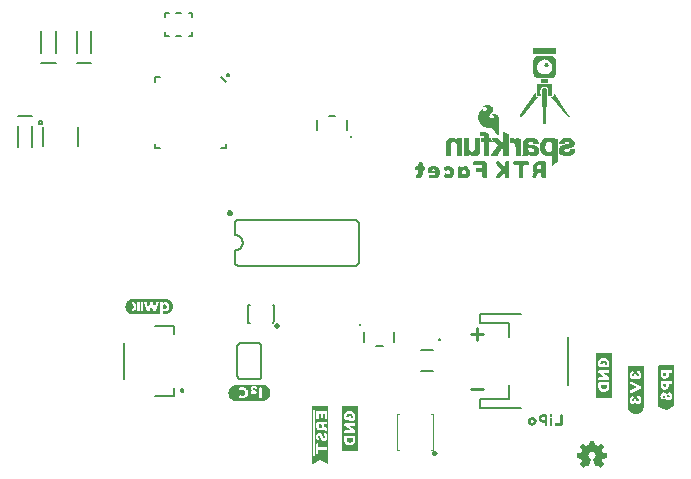
<source format=gbo>
G04 EAGLE Gerber RS-274X export*
G75*
%MOMM*%
%FSLAX34Y34*%
%LPD*%
%INSilkscreen Bottom*%
%IPPOS*%
%AMOC8*
5,1,8,0,0,1.08239X$1,22.5*%
G01*
%ADD10C,0.279400*%
%ADD11C,0.254000*%
%ADD12C,0.203200*%
%ADD13C,0.254000*%
%ADD14C,0.508000*%
%ADD15C,0.177800*%
%ADD16C,0.101600*%
%ADD17C,0.152400*%
%ADD18C,0.127000*%
%ADD19C,0.200000*%

G36*
X286790Y12755D02*
X286790Y12755D01*
X286841Y12772D01*
X286835Y12789D01*
X286849Y12800D01*
X286849Y61500D01*
X286833Y61521D01*
X286835Y61535D01*
X286435Y61935D01*
X286408Y61939D01*
X286400Y61949D01*
X273600Y61949D01*
X273582Y61936D01*
X273570Y61939D01*
X273170Y61639D01*
X273166Y61623D01*
X273162Y61620D01*
X273164Y61617D01*
X273162Y61608D01*
X273151Y61600D01*
X273151Y13100D01*
X273167Y13079D01*
X273165Y13065D01*
X273465Y12765D01*
X273520Y12758D01*
X273523Y12756D01*
X279516Y15853D01*
X280093Y15949D01*
X286178Y12956D01*
X286183Y12957D01*
X286184Y12953D01*
X286784Y12753D01*
X286786Y12754D01*
X286787Y12753D01*
X286790Y12755D01*
G37*
G36*
X548008Y55057D02*
X548008Y55057D01*
X548014Y55053D01*
X548714Y55253D01*
X548715Y55254D01*
X548716Y55253D01*
X549315Y55453D01*
X550014Y55653D01*
X550022Y55664D01*
X550031Y55662D01*
X550527Y56058D01*
X551122Y56356D01*
X551127Y56366D01*
X551135Y56365D01*
X552135Y57365D01*
X552135Y57369D01*
X552138Y57369D01*
X552538Y57869D01*
X552539Y57873D01*
X552541Y57873D01*
X552941Y58473D01*
X552941Y58477D01*
X552944Y58478D01*
X553244Y59078D01*
X553243Y59083D01*
X553247Y59084D01*
X553447Y59684D01*
X553446Y59686D01*
X553447Y59686D01*
X553484Y59815D01*
X553526Y59962D01*
X553540Y60012D01*
X553582Y60159D01*
X553583Y60159D01*
X553582Y60159D01*
X553625Y60307D01*
X553639Y60356D01*
X553647Y60386D01*
X553646Y60390D01*
X553649Y60392D01*
X553749Y60992D01*
X553748Y60993D01*
X553749Y60993D01*
X553849Y61693D01*
X553846Y61698D01*
X553849Y61700D01*
X553849Y95600D01*
X553813Y95647D01*
X553806Y95642D01*
X553800Y95649D01*
X540900Y95649D01*
X540896Y95646D01*
X540893Y95649D01*
X540193Y95549D01*
X540151Y95506D01*
X540155Y95503D01*
X540151Y95500D01*
X540151Y61700D01*
X540154Y61696D01*
X540151Y61693D01*
X540351Y60293D01*
X540356Y60288D01*
X540353Y60284D01*
X540753Y59084D01*
X540758Y59081D01*
X540756Y59078D01*
X541056Y58478D01*
X541060Y58476D01*
X541059Y58473D01*
X541459Y57873D01*
X541462Y57872D01*
X541462Y57869D01*
X541862Y57369D01*
X541866Y57368D01*
X541865Y57365D01*
X542865Y56365D01*
X542877Y56364D01*
X542878Y56356D01*
X543475Y56057D01*
X544073Y55659D01*
X544082Y55660D01*
X544084Y55653D01*
X545284Y55253D01*
X545286Y55254D01*
X545286Y55253D01*
X545986Y55053D01*
X545996Y55056D01*
X546000Y55051D01*
X548000Y55051D01*
X548008Y55057D01*
G37*
G36*
X311847Y23787D02*
X311847Y23787D01*
X311842Y23794D01*
X311849Y23800D01*
X311849Y61000D01*
X311846Y61005D01*
X311849Y61008D01*
X311749Y61608D01*
X311705Y61649D01*
X311703Y61646D01*
X311700Y61649D01*
X298200Y61649D01*
X298153Y61613D01*
X298158Y61606D01*
X298151Y61600D01*
X298151Y24400D01*
X298154Y24395D01*
X298151Y24392D01*
X298251Y23792D01*
X298295Y23751D01*
X298298Y23754D01*
X298300Y23751D01*
X311800Y23751D01*
X311847Y23787D01*
G37*
G36*
X526847Y68787D02*
X526847Y68787D01*
X526842Y68794D01*
X526849Y68800D01*
X526849Y106000D01*
X526846Y106005D01*
X526849Y106008D01*
X526749Y106608D01*
X526705Y106649D01*
X526703Y106646D01*
X526700Y106649D01*
X513200Y106649D01*
X513153Y106613D01*
X513158Y106606D01*
X513151Y106600D01*
X513151Y69400D01*
X513154Y69395D01*
X513151Y69392D01*
X513251Y68792D01*
X513295Y68751D01*
X513298Y68754D01*
X513300Y68751D01*
X526800Y68751D01*
X526847Y68787D01*
G37*
G36*
X573416Y58553D02*
X573416Y58553D01*
X573418Y58557D01*
X573422Y58556D01*
X579522Y61556D01*
X579531Y61573D01*
X579542Y61575D01*
X579842Y62075D01*
X579842Y62079D01*
X579844Y62080D01*
X579841Y62084D01*
X579840Y62093D01*
X579849Y62100D01*
X579849Y95900D01*
X579836Y95918D01*
X579839Y95930D01*
X579539Y96330D01*
X579508Y96339D01*
X579500Y96349D01*
X566600Y96349D01*
X566582Y96336D01*
X566570Y96339D01*
X566170Y96039D01*
X566162Y96008D01*
X566151Y96000D01*
X566151Y61800D01*
X566172Y61772D01*
X566173Y61759D01*
X566773Y61359D01*
X566777Y61359D01*
X566778Y61356D01*
X572778Y58356D01*
X572804Y58361D01*
X572816Y58353D01*
X573416Y58553D01*
G37*
G36*
X231404Y66154D02*
X231404Y66154D01*
X231407Y66151D01*
X232107Y66251D01*
X232111Y66255D01*
X232114Y66253D01*
X232814Y66453D01*
X232815Y66454D01*
X232816Y66453D01*
X233416Y66653D01*
X233419Y66658D01*
X233422Y66656D01*
X234622Y67256D01*
X234624Y67260D01*
X234627Y67259D01*
X235227Y67659D01*
X235228Y67662D01*
X235231Y67662D01*
X235731Y68062D01*
X235733Y68069D01*
X235738Y68069D01*
X236538Y69069D01*
X236539Y69073D01*
X236541Y69073D01*
X236941Y69673D01*
X236941Y69677D01*
X236944Y69678D01*
X237244Y70278D01*
X237243Y70285D01*
X237247Y70286D01*
X237258Y70324D01*
X237300Y70471D01*
X237314Y70521D01*
X237356Y70668D01*
X237357Y70668D01*
X237356Y70668D01*
X237399Y70816D01*
X237413Y70865D01*
X237447Y70985D01*
X237647Y71584D01*
X237645Y71591D01*
X237649Y71593D01*
X237749Y72293D01*
X237746Y72298D01*
X237749Y72300D01*
X237749Y73600D01*
X237746Y73604D01*
X237749Y73607D01*
X237549Y75007D01*
X237541Y75015D01*
X237544Y75022D01*
X236644Y76822D01*
X236637Y76825D01*
X236638Y76831D01*
X236238Y77331D01*
X236234Y77332D01*
X236235Y77335D01*
X235235Y78335D01*
X235231Y78335D01*
X235231Y78338D01*
X234731Y78738D01*
X234723Y78739D01*
X234722Y78744D01*
X233522Y79344D01*
X233515Y79343D01*
X233514Y79347D01*
X232815Y79547D01*
X232216Y79747D01*
X232209Y79745D01*
X232207Y79749D01*
X231507Y79849D01*
X231502Y79846D01*
X231500Y79849D01*
X208600Y79849D01*
X208595Y79846D01*
X208592Y79849D01*
X207992Y79749D01*
X207293Y79649D01*
X207285Y79641D01*
X207278Y79644D01*
X206682Y79346D01*
X205986Y79147D01*
X205981Y79140D01*
X205975Y79142D01*
X205475Y78842D01*
X205474Y78841D01*
X205473Y78841D01*
X204873Y78441D01*
X204870Y78434D01*
X204865Y78435D01*
X203865Y77435D01*
X203865Y77431D01*
X203862Y77431D01*
X203462Y76931D01*
X203461Y76927D01*
X203459Y76927D01*
X203059Y76327D01*
X203059Y76323D01*
X203056Y76322D01*
X202756Y75722D01*
X202756Y75719D01*
X202755Y75719D01*
X202757Y75717D01*
X202753Y75716D01*
X202353Y74516D01*
X202355Y74509D01*
X202351Y74507D01*
X202251Y73807D01*
X202254Y73802D01*
X202251Y73800D01*
X202251Y72400D01*
X202254Y72395D01*
X202251Y72392D01*
X202351Y71792D01*
X202451Y71093D01*
X202456Y71088D01*
X202453Y71084D01*
X202653Y70484D01*
X202658Y70481D01*
X202656Y70478D01*
X202956Y69878D01*
X202960Y69876D01*
X202959Y69873D01*
X203759Y68673D01*
X203762Y68672D01*
X203762Y68669D01*
X204162Y68169D01*
X204169Y68167D01*
X204169Y68162D01*
X204669Y67762D01*
X204673Y67761D01*
X204673Y67759D01*
X205271Y67360D01*
X205769Y66962D01*
X205779Y66961D01*
X205781Y66955D01*
X206481Y66655D01*
X206484Y66656D01*
X206484Y66653D01*
X207084Y66453D01*
X207086Y66454D01*
X207086Y66453D01*
X207786Y66253D01*
X207796Y66256D01*
X207800Y66251D01*
X208397Y66251D01*
X209093Y66151D01*
X209098Y66154D01*
X209100Y66151D01*
X231400Y66151D01*
X231404Y66154D01*
G37*
G36*
X148270Y139577D02*
X148270Y139577D01*
X148272Y139577D01*
X148800Y139600D01*
X148802Y139601D01*
X148804Y139600D01*
X149858Y139706D01*
X149862Y139709D01*
X149870Y139708D01*
X150883Y140017D01*
X150885Y140020D01*
X150890Y140020D01*
X151373Y140229D01*
X151375Y140231D01*
X151379Y140232D01*
X152300Y140752D01*
X152303Y140757D01*
X152310Y140758D01*
X153127Y141433D01*
X153128Y141437D01*
X153135Y141440D01*
X153821Y142245D01*
X153821Y142249D01*
X153825Y142251D01*
X154122Y142687D01*
X154122Y142690D01*
X154125Y142693D01*
X154619Y143629D01*
X154620Y143629D01*
X154619Y143634D01*
X154624Y143639D01*
X154938Y144651D01*
X154937Y144655D01*
X154940Y144660D01*
X155023Y145181D01*
X155023Y145182D01*
X155024Y145184D01*
X155077Y145711D01*
X155076Y145713D01*
X155077Y145714D01*
X155106Y146241D01*
X155104Y146245D01*
X155106Y146251D01*
X154999Y147305D01*
X154997Y147309D01*
X154998Y147314D01*
X154867Y147826D01*
X154865Y147827D01*
X154866Y147829D01*
X154709Y148334D01*
X154707Y148336D01*
X154707Y148339D01*
X154517Y148830D01*
X154514Y148833D01*
X154514Y148838D01*
X154008Y149769D01*
X154004Y149772D01*
X154002Y149779D01*
X153329Y150597D01*
X153328Y150598D01*
X153327Y150599D01*
X153325Y150600D01*
X153324Y150603D01*
X152942Y150966D01*
X152940Y150967D01*
X152939Y150969D01*
X152530Y151306D01*
X152528Y151307D01*
X152527Y151308D01*
X152103Y151622D01*
X152099Y151622D01*
X152095Y151626D01*
X151164Y152132D01*
X151159Y152131D01*
X151153Y152136D01*
X150145Y152459D01*
X150142Y152458D01*
X150138Y152460D01*
X149621Y152564D01*
X149619Y152563D01*
X149615Y152565D01*
X148561Y152670D01*
X148558Y152668D01*
X148555Y152670D01*
X121539Y152670D01*
X121537Y152668D01*
X121533Y152670D01*
X121344Y152651D01*
X120290Y152544D01*
X120285Y152541D01*
X120278Y152542D01*
X119264Y152241D01*
X119262Y152238D01*
X119257Y152238D01*
X118771Y152036D01*
X118769Y152033D01*
X118764Y152033D01*
X117839Y151518D01*
X117837Y151514D01*
X117830Y151512D01*
X117013Y150838D01*
X117011Y150834D01*
X117006Y150831D01*
X116652Y150440D01*
X116652Y150438D01*
X116650Y150438D01*
X116313Y150029D01*
X116312Y150027D01*
X116310Y150025D01*
X116007Y149593D01*
X116007Y149590D01*
X116004Y149587D01*
X115503Y148654D01*
X115503Y148648D01*
X115498Y148643D01*
X115184Y147631D01*
X115185Y147627D01*
X115182Y147623D01*
X115091Y147104D01*
X115092Y147101D01*
X115091Y147098D01*
X115001Y146044D01*
X115004Y146039D01*
X115002Y146032D01*
X115108Y144978D01*
X115110Y144975D01*
X115109Y144970D01*
X115233Y144457D01*
X115235Y144456D01*
X115234Y144453D01*
X115391Y143948D01*
X115392Y143947D01*
X115392Y143944D01*
X115576Y143450D01*
X115579Y143447D01*
X115579Y143441D01*
X116085Y142510D01*
X116089Y142508D01*
X116091Y142501D01*
X116758Y141678D01*
X116761Y141677D01*
X116763Y141673D01*
X117140Y141305D01*
X117143Y141304D01*
X117145Y141300D01*
X117974Y140644D01*
X117979Y140643D01*
X117983Y140638D01*
X118914Y140133D01*
X118919Y140133D01*
X118925Y140128D01*
X119930Y139799D01*
X119933Y139800D01*
X119937Y139798D01*
X120452Y139686D01*
X120455Y139688D01*
X120459Y139685D01*
X121513Y139579D01*
X121515Y139580D01*
X121519Y139579D01*
X144097Y139577D01*
X144115Y139588D01*
X144136Y139590D01*
X144145Y139608D01*
X144154Y139614D01*
X144153Y139623D01*
X144160Y139636D01*
X144169Y139826D01*
X144169Y139828D01*
X144170Y139829D01*
X144189Y149457D01*
X144190Y149457D01*
X144189Y149464D01*
X144192Y149465D01*
X144191Y149472D01*
X144197Y149487D01*
X144193Y149733D01*
X146493Y149733D01*
X146504Y149507D01*
X146504Y148902D01*
X146508Y148896D01*
X146505Y148889D01*
X146525Y148869D01*
X146540Y148845D01*
X146548Y148846D01*
X146554Y148841D01*
X146604Y148852D01*
X146848Y149037D01*
X146848Y149038D01*
X146850Y149039D01*
X147255Y149368D01*
X147713Y149605D01*
X148208Y149754D01*
X148723Y149810D01*
X149242Y149777D01*
X149754Y149689D01*
X150247Y149530D01*
X150700Y149278D01*
X151100Y148951D01*
X151443Y148563D01*
X151724Y148128D01*
X151940Y147656D01*
X152072Y147152D01*
X152155Y146636D01*
X152195Y146115D01*
X152159Y145594D01*
X152086Y145076D01*
X151961Y144570D01*
X151754Y144094D01*
X151489Y143648D01*
X151164Y143244D01*
X150778Y142899D01*
X150329Y142642D01*
X149845Y142457D01*
X149340Y142339D01*
X148822Y142291D01*
X148305Y142325D01*
X147802Y142445D01*
X147337Y142667D01*
X146926Y142982D01*
X146609Y143280D01*
X146598Y143282D01*
X146592Y143291D01*
X146567Y143287D01*
X146542Y143292D01*
X146536Y143283D01*
X146525Y143281D01*
X146506Y143240D01*
X146504Y143236D01*
X146504Y143235D01*
X146504Y143234D01*
X146504Y140055D01*
X146504Y140054D01*
X146516Y139638D01*
X146528Y139620D01*
X146531Y139598D01*
X146548Y139590D01*
X146554Y139582D01*
X146564Y139583D01*
X146578Y139577D01*
X148269Y139577D01*
X148270Y139577D01*
G37*
G36*
X475305Y339494D02*
X475305Y339494D01*
X475308Y339491D01*
X475904Y339591D01*
X476200Y339591D01*
X476209Y339598D01*
X476216Y339593D01*
X477116Y339893D01*
X477120Y339900D01*
X477125Y339898D01*
X477625Y340198D01*
X477629Y340206D01*
X477635Y340205D01*
X478235Y340805D01*
X478235Y340809D01*
X478238Y340809D01*
X478638Y341309D01*
X478639Y341314D01*
X478642Y341315D01*
X478942Y341815D01*
X478941Y341823D01*
X478947Y341824D01*
X479247Y342724D01*
X479246Y342727D01*
X479248Y342728D01*
X479245Y342732D01*
X479249Y342734D01*
X479349Y343534D01*
X479347Y343538D01*
X479349Y343540D01*
X479349Y354340D01*
X479346Y354345D01*
X479349Y354348D01*
X479249Y354944D01*
X479249Y355240D01*
X479242Y355249D01*
X479247Y355256D01*
X478947Y356156D01*
X478940Y356160D01*
X478942Y356165D01*
X478642Y356665D01*
X478638Y356667D01*
X478638Y356671D01*
X478238Y357171D01*
X478234Y357172D01*
X478235Y357175D01*
X478035Y357375D01*
X478026Y357376D01*
X478025Y357382D01*
X477026Y357982D01*
X476727Y358181D01*
X476714Y358180D01*
X476710Y358188D01*
X476213Y358288D01*
X475916Y358387D01*
X475905Y358383D01*
X475900Y358389D01*
X463900Y358389D01*
X463891Y358382D01*
X463884Y358387D01*
X462684Y357987D01*
X462680Y357980D01*
X462675Y357982D01*
X462175Y357682D01*
X462171Y357674D01*
X462165Y357675D01*
X461769Y357278D01*
X461473Y357081D01*
X461469Y357070D01*
X461461Y357070D01*
X461161Y356670D01*
X461161Y356663D01*
X461156Y356662D01*
X460756Y355862D01*
X460757Y355858D01*
X460755Y355856D01*
X460753Y355856D01*
X460553Y355256D01*
X460556Y355248D01*
X460551Y355245D01*
X460451Y354345D01*
X460453Y354342D01*
X460451Y354340D01*
X460451Y343540D01*
X460454Y343535D01*
X460451Y343532D01*
X460551Y342936D01*
X460551Y342640D01*
X460558Y342631D01*
X460553Y342624D01*
X460753Y342024D01*
X460758Y342021D01*
X460756Y342018D01*
X461156Y341218D01*
X461166Y341213D01*
X461165Y341205D01*
X461765Y340605D01*
X461769Y340605D01*
X461769Y340602D01*
X462269Y340202D01*
X462274Y340201D01*
X462275Y340198D01*
X462775Y339898D01*
X462783Y339899D01*
X462784Y339893D01*
X463083Y339794D01*
X463582Y339594D01*
X463591Y339597D01*
X463595Y339591D01*
X464495Y339491D01*
X464498Y339493D01*
X464500Y339491D01*
X475300Y339491D01*
X475305Y339494D01*
G37*
G36*
X517686Y9708D02*
X517686Y9708D01*
X517752Y9713D01*
X517770Y9724D01*
X517791Y9729D01*
X517876Y9789D01*
X517900Y9803D01*
X517903Y9808D01*
X517908Y9812D01*
X520108Y12112D01*
X520116Y12125D01*
X520129Y12135D01*
X520160Y12199D01*
X520196Y12261D01*
X520197Y12277D01*
X520204Y12291D01*
X520203Y12362D01*
X520209Y12433D01*
X520203Y12448D01*
X520202Y12464D01*
X520145Y12589D01*
X520143Y12593D01*
X520143Y12594D01*
X518275Y15209D01*
X518277Y15220D01*
X518286Y15233D01*
X518297Y15291D01*
X518306Y15312D01*
X518306Y15334D01*
X518312Y15367D01*
X518313Y15372D01*
X518313Y15373D01*
X518313Y15374D01*
X518313Y15384D01*
X518346Y15449D01*
X518402Y15506D01*
X518413Y15524D01*
X518425Y15533D01*
X518433Y15552D01*
X518473Y15604D01*
X518546Y15749D01*
X518602Y15806D01*
X518642Y15870D01*
X518686Y15933D01*
X518688Y15945D01*
X518693Y15953D01*
X518697Y15988D01*
X518713Y16074D01*
X518713Y16123D01*
X518742Y16170D01*
X518786Y16233D01*
X518788Y16245D01*
X518793Y16253D01*
X518797Y16288D01*
X518813Y16374D01*
X518813Y16484D01*
X518846Y16549D01*
X518902Y16606D01*
X518942Y16670D01*
X518986Y16733D01*
X518988Y16745D01*
X518993Y16753D01*
X518997Y16788D01*
X519003Y16821D01*
X519006Y16829D01*
X519006Y16837D01*
X519013Y16874D01*
X519013Y16923D01*
X519042Y16970D01*
X519086Y17033D01*
X519088Y17045D01*
X519093Y17053D01*
X519097Y17088D01*
X519113Y17174D01*
X519113Y17284D01*
X519142Y17342D01*
X522398Y17900D01*
X522416Y17907D01*
X522435Y17908D01*
X522495Y17941D01*
X522557Y17967D01*
X522570Y17982D01*
X522587Y17991D01*
X522626Y18047D01*
X522670Y18098D01*
X522675Y18117D01*
X522686Y18133D01*
X522708Y18244D01*
X522713Y18266D01*
X522712Y18270D01*
X522713Y18274D01*
X522713Y21474D01*
X522709Y21493D01*
X522711Y21512D01*
X522700Y21546D01*
X522699Y21553D01*
X522694Y21563D01*
X522689Y21576D01*
X522674Y21642D01*
X522661Y21657D01*
X522655Y21675D01*
X522607Y21723D01*
X522564Y21776D01*
X522546Y21783D01*
X522532Y21797D01*
X522426Y21837D01*
X522406Y21846D01*
X522402Y21846D01*
X522398Y21848D01*
X519186Y22398D01*
X519175Y22437D01*
X519174Y22442D01*
X519173Y22443D01*
X519113Y22563D01*
X519113Y22574D01*
X519110Y22589D01*
X519112Y22605D01*
X519092Y22675D01*
X519092Y22690D01*
X519084Y22704D01*
X519075Y22737D01*
X519074Y22742D01*
X519073Y22743D01*
X519013Y22863D01*
X519013Y22874D01*
X519010Y22889D01*
X519012Y22905D01*
X518975Y23037D01*
X518974Y23042D01*
X518973Y23043D01*
X518813Y23363D01*
X518813Y23374D01*
X518810Y23389D01*
X518812Y23405D01*
X518775Y23537D01*
X518774Y23542D01*
X518773Y23543D01*
X518673Y23743D01*
X518650Y23771D01*
X518613Y23825D01*
X518613Y23874D01*
X518596Y23948D01*
X518582Y24023D01*
X518576Y24033D01*
X518574Y24042D01*
X518551Y24070D01*
X518502Y24142D01*
X518446Y24198D01*
X518373Y24343D01*
X518350Y24371D01*
X518313Y24425D01*
X518313Y24474D01*
X518296Y24548D01*
X518292Y24570D01*
X520146Y27258D01*
X520152Y27274D01*
X520164Y27287D01*
X520184Y27354D01*
X520209Y27419D01*
X520208Y27437D01*
X520213Y27453D01*
X520200Y27522D01*
X520194Y27592D01*
X520185Y27606D01*
X520182Y27623D01*
X520111Y27729D01*
X520104Y27740D01*
X520103Y27740D01*
X520102Y27742D01*
X517902Y29942D01*
X517888Y29951D01*
X517877Y29965D01*
X517815Y29996D01*
X517755Y30033D01*
X517738Y30035D01*
X517723Y30042D01*
X517653Y30043D01*
X517583Y30049D01*
X517567Y30043D01*
X517550Y30043D01*
X517432Y29992D01*
X517421Y29988D01*
X517420Y29987D01*
X517419Y29986D01*
X514720Y28124D01*
X514702Y28142D01*
X514637Y28182D01*
X514575Y28226D01*
X514563Y28228D01*
X514555Y28233D01*
X514520Y28236D01*
X514434Y28253D01*
X514384Y28253D01*
X514372Y28261D01*
X514304Y28313D01*
X514159Y28385D01*
X514102Y28442D01*
X514037Y28482D01*
X513975Y28526D01*
X513963Y28528D01*
X513955Y28533D01*
X513920Y28536D01*
X513834Y28553D01*
X513784Y28553D01*
X513772Y28561D01*
X513704Y28613D01*
X513504Y28713D01*
X513488Y28717D01*
X513475Y28726D01*
X513341Y28752D01*
X513335Y28753D01*
X513334Y28753D01*
X513324Y28753D01*
X513204Y28813D01*
X513188Y28817D01*
X513175Y28826D01*
X513041Y28852D01*
X513035Y28853D01*
X513034Y28853D01*
X512984Y28853D01*
X512937Y28882D01*
X512875Y28926D01*
X512863Y28928D01*
X512855Y28933D01*
X512820Y28936D01*
X512734Y28953D01*
X512624Y28953D01*
X512566Y28982D01*
X512008Y32238D01*
X512000Y32256D01*
X511999Y32275D01*
X511967Y32334D01*
X511940Y32397D01*
X511926Y32410D01*
X511916Y32427D01*
X511861Y32466D01*
X511809Y32510D01*
X511790Y32515D01*
X511775Y32526D01*
X511664Y32547D01*
X511642Y32553D01*
X511638Y32552D01*
X511634Y32553D01*
X508434Y32553D01*
X508415Y32549D01*
X508396Y32551D01*
X508332Y32529D01*
X508266Y32513D01*
X508251Y32501D01*
X508232Y32495D01*
X508185Y32447D01*
X508132Y32403D01*
X508124Y32386D01*
X508111Y32372D01*
X508071Y32266D01*
X508062Y32245D01*
X508062Y32242D01*
X508060Y32238D01*
X507510Y29026D01*
X507471Y29015D01*
X507466Y29013D01*
X507465Y29013D01*
X507464Y29013D01*
X507344Y28953D01*
X507334Y28953D01*
X507318Y28949D01*
X507302Y28952D01*
X507171Y28915D01*
X507166Y28913D01*
X507165Y28913D01*
X507164Y28913D01*
X507044Y28853D01*
X507034Y28853D01*
X507018Y28849D01*
X507002Y28852D01*
X506871Y28815D01*
X506866Y28813D01*
X506865Y28813D01*
X506864Y28813D01*
X506744Y28753D01*
X506634Y28753D01*
X506560Y28736D01*
X506484Y28722D01*
X506475Y28716D01*
X506466Y28713D01*
X506438Y28691D01*
X506366Y28642D01*
X506309Y28585D01*
X506244Y28553D01*
X506234Y28553D01*
X506218Y28549D01*
X506202Y28552D01*
X506071Y28515D01*
X506066Y28513D01*
X506065Y28513D01*
X506064Y28513D01*
X505864Y28413D01*
X505837Y28390D01*
X505766Y28342D01*
X505709Y28285D01*
X505644Y28253D01*
X505634Y28253D01*
X505618Y28249D01*
X505602Y28252D01*
X505471Y28215D01*
X505466Y28213D01*
X505465Y28213D01*
X505464Y28213D01*
X505323Y28142D01*
X502649Y29986D01*
X502637Y29991D01*
X502628Y30000D01*
X502557Y30022D01*
X502488Y30049D01*
X502475Y30048D01*
X502463Y30052D01*
X502390Y30040D01*
X502316Y30034D01*
X502305Y30027D01*
X502292Y30025D01*
X502172Y29948D01*
X499872Y27748D01*
X499858Y27726D01*
X499838Y27710D01*
X499811Y27654D01*
X499777Y27603D01*
X499774Y27577D01*
X499763Y27554D01*
X499764Y27492D01*
X499757Y27431D01*
X499766Y27407D01*
X499766Y27381D01*
X499804Y27301D01*
X499815Y27268D01*
X499822Y27262D01*
X499827Y27251D01*
X501762Y24578D01*
X501722Y24498D01*
X501666Y24442D01*
X501626Y24377D01*
X501582Y24314D01*
X501580Y24303D01*
X501575Y24295D01*
X501571Y24260D01*
X501555Y24174D01*
X501555Y24124D01*
X501547Y24111D01*
X501495Y24043D01*
X501422Y23898D01*
X501366Y23842D01*
X501326Y23777D01*
X501282Y23714D01*
X501280Y23703D01*
X501275Y23695D01*
X501271Y23660D01*
X501255Y23574D01*
X501255Y23524D01*
X501226Y23477D01*
X501182Y23414D01*
X501180Y23403D01*
X501175Y23395D01*
X501171Y23360D01*
X501155Y23274D01*
X501155Y23163D01*
X501122Y23098D01*
X501066Y23042D01*
X501026Y22977D01*
X500982Y22914D01*
X500980Y22903D01*
X500975Y22895D01*
X500971Y22860D01*
X500955Y22774D01*
X500955Y22724D01*
X500926Y22677D01*
X500882Y22614D01*
X500880Y22603D01*
X500875Y22595D01*
X500871Y22560D01*
X500855Y22474D01*
X500855Y22395D01*
X497572Y21848D01*
X497553Y21840D01*
X497533Y21839D01*
X497474Y21807D01*
X497412Y21781D01*
X497399Y21766D01*
X497381Y21756D01*
X497343Y21701D01*
X497299Y21651D01*
X497293Y21631D01*
X497282Y21614D01*
X497266Y21533D01*
X497262Y21523D01*
X497262Y21512D01*
X497261Y21508D01*
X497255Y21483D01*
X497256Y21479D01*
X497255Y21474D01*
X497255Y18274D01*
X497259Y18255D01*
X497257Y18236D01*
X497279Y18171D01*
X497294Y18105D01*
X497307Y18090D01*
X497313Y18072D01*
X497361Y18024D01*
X497404Y17972D01*
X497422Y17964D01*
X497436Y17950D01*
X497542Y17910D01*
X497562Y17901D01*
X497566Y17901D01*
X497570Y17900D01*
X500858Y17336D01*
X500893Y17211D01*
X500894Y17205D01*
X500895Y17205D01*
X500895Y17204D01*
X500955Y17084D01*
X500955Y17074D01*
X500958Y17058D01*
X500956Y17042D01*
X500993Y16911D01*
X500994Y16905D01*
X500995Y16905D01*
X500995Y16904D01*
X501055Y16784D01*
X501055Y16774D01*
X501058Y16758D01*
X501056Y16742D01*
X501093Y16611D01*
X501094Y16605D01*
X501095Y16605D01*
X501095Y16604D01*
X501255Y16284D01*
X501255Y16274D01*
X501258Y16258D01*
X501256Y16242D01*
X501293Y16111D01*
X501294Y16105D01*
X501295Y16105D01*
X501295Y16104D01*
X501395Y15904D01*
X501418Y15876D01*
X501466Y15806D01*
X501522Y15749D01*
X501555Y15684D01*
X501555Y15674D01*
X501558Y15658D01*
X501556Y15642D01*
X501593Y15511D01*
X501594Y15505D01*
X501595Y15505D01*
X501595Y15504D01*
X501695Y15304D01*
X501718Y15276D01*
X501766Y15206D01*
X501776Y15195D01*
X499831Y12601D01*
X499821Y12579D01*
X499804Y12560D01*
X499786Y12500D01*
X499761Y12443D01*
X499762Y12418D01*
X499755Y12394D01*
X499766Y12333D01*
X499769Y12270D01*
X499781Y12248D01*
X499786Y12224D01*
X499837Y12149D01*
X499853Y12119D01*
X499860Y12114D01*
X499866Y12106D01*
X502166Y9806D01*
X502180Y9797D01*
X502191Y9783D01*
X502253Y9751D01*
X502313Y9714D01*
X502330Y9713D01*
X502345Y9705D01*
X502416Y9705D01*
X502485Y9698D01*
X502501Y9704D01*
X502518Y9704D01*
X502636Y9756D01*
X502647Y9760D01*
X502648Y9761D01*
X502649Y9761D01*
X505348Y11623D01*
X505366Y11606D01*
X505431Y11565D01*
X505493Y11521D01*
X505505Y11519D01*
X505513Y11514D01*
X505548Y11511D01*
X505563Y11508D01*
X505566Y11506D01*
X505631Y11465D01*
X505693Y11421D01*
X505705Y11419D01*
X505713Y11414D01*
X505748Y11411D01*
X505834Y11394D01*
X505884Y11394D01*
X505931Y11365D01*
X505993Y11321D01*
X506005Y11319D01*
X506013Y11314D01*
X506048Y11311D01*
X506063Y11308D01*
X506066Y11306D01*
X506131Y11265D01*
X506193Y11221D01*
X506205Y11219D01*
X506213Y11214D01*
X506248Y11211D01*
X506263Y11208D01*
X506266Y11206D01*
X506331Y11165D01*
X506393Y11121D01*
X506405Y11119D01*
X506413Y11114D01*
X506448Y11111D01*
X506477Y11105D01*
X506504Y11072D01*
X506523Y11064D01*
X506538Y11049D01*
X506601Y11029D01*
X506662Y11001D01*
X506683Y11002D01*
X506702Y10996D01*
X506768Y11006D01*
X506835Y11008D01*
X506853Y11018D01*
X506873Y11021D01*
X506928Y11059D01*
X506987Y11091D01*
X506999Y11108D01*
X507015Y11120D01*
X507072Y11212D01*
X507086Y11233D01*
X507087Y11238D01*
X507090Y11242D01*
X509090Y16642D01*
X509094Y16673D01*
X509106Y16701D01*
X509104Y16757D01*
X509111Y16814D01*
X509101Y16843D01*
X509100Y16874D01*
X509073Y16924D01*
X509054Y16977D01*
X509032Y16999D01*
X509017Y17026D01*
X508957Y17072D01*
X508930Y17098D01*
X508917Y17102D01*
X508904Y17113D01*
X508359Y17385D01*
X508202Y17542D01*
X508172Y17561D01*
X508104Y17613D01*
X507959Y17685D01*
X507646Y17998D01*
X507573Y18143D01*
X507550Y18171D01*
X507502Y18242D01*
X507346Y18398D01*
X507285Y18519D01*
X507194Y18794D01*
X507182Y18813D01*
X507173Y18843D01*
X507113Y18963D01*
X507113Y19074D01*
X507105Y19109D01*
X507094Y19194D01*
X507013Y19435D01*
X507013Y20212D01*
X507094Y20454D01*
X507097Y20490D01*
X507113Y20574D01*
X507113Y20759D01*
X507250Y20963D01*
X507263Y20998D01*
X507294Y21054D01*
X507378Y21306D01*
X507729Y21832D01*
X508076Y22179D01*
X508602Y22530D01*
X508854Y22614D01*
X508872Y22625D01*
X508886Y22628D01*
X508899Y22639D01*
X508944Y22658D01*
X509149Y22794D01*
X509334Y22794D01*
X509369Y22803D01*
X509454Y22814D01*
X509696Y22894D01*
X510287Y22894D01*
X510642Y22806D01*
X510678Y22805D01*
X510734Y22794D01*
X510919Y22794D01*
X511124Y22658D01*
X511159Y22645D01*
X511208Y22617D01*
X511210Y22616D01*
X511211Y22616D01*
X511214Y22614D01*
X511466Y22530D01*
X511693Y22379D01*
X511866Y22206D01*
X511892Y22189D01*
X511924Y22158D01*
X512193Y21979D01*
X512339Y21832D01*
X512690Y21306D01*
X513055Y20212D01*
X513055Y19735D01*
X512974Y19494D01*
X512971Y19458D01*
X512955Y19374D01*
X512955Y19163D01*
X512795Y18843D01*
X512789Y18821D01*
X512774Y18794D01*
X512683Y18519D01*
X512522Y18198D01*
X512366Y18042D01*
X512347Y18011D01*
X512295Y17943D01*
X512222Y17798D01*
X512109Y17685D01*
X511964Y17613D01*
X511937Y17590D01*
X511866Y17542D01*
X511709Y17385D01*
X511388Y17225D01*
X511114Y17133D01*
X511065Y17103D01*
X511012Y17081D01*
X510992Y17059D01*
X510967Y17043D01*
X510936Y16994D01*
X510899Y16951D01*
X510891Y16922D01*
X510875Y16896D01*
X510869Y16839D01*
X510855Y16783D01*
X510861Y16749D01*
X510858Y16724D01*
X510870Y16692D01*
X510878Y16642D01*
X512878Y11242D01*
X512904Y11204D01*
X512920Y11161D01*
X512951Y11133D01*
X512974Y11098D01*
X513014Y11075D01*
X513047Y11044D01*
X513087Y11032D01*
X513124Y11011D01*
X513169Y11008D01*
X513213Y10995D01*
X513254Y11002D01*
X513296Y11000D01*
X513339Y11017D01*
X513384Y11025D01*
X513425Y11053D01*
X513456Y11066D01*
X513473Y11086D01*
X513486Y11094D01*
X513534Y11094D01*
X513608Y11112D01*
X513684Y11125D01*
X513693Y11132D01*
X513702Y11134D01*
X513730Y11157D01*
X513802Y11206D01*
X513809Y11212D01*
X513884Y11225D01*
X513893Y11232D01*
X513902Y11234D01*
X513930Y11257D01*
X514002Y11306D01*
X514009Y11312D01*
X514084Y11325D01*
X514093Y11332D01*
X514102Y11334D01*
X514130Y11357D01*
X514202Y11406D01*
X514209Y11412D01*
X514284Y11425D01*
X514293Y11432D01*
X514302Y11434D01*
X514330Y11457D01*
X514402Y11506D01*
X514409Y11512D01*
X514484Y11525D01*
X514493Y11532D01*
X514502Y11534D01*
X514530Y11557D01*
X514602Y11606D01*
X514609Y11612D01*
X514684Y11625D01*
X514693Y11632D01*
X514702Y11634D01*
X514703Y11634D01*
X517419Y9761D01*
X517439Y9754D01*
X517455Y9740D01*
X517518Y9722D01*
X517580Y9698D01*
X517601Y9700D01*
X517622Y9695D01*
X517686Y9708D01*
G37*
G36*
X431140Y290891D02*
X431140Y290891D01*
X431191Y290893D01*
X431223Y290911D01*
X431259Y290919D01*
X431298Y290952D01*
X431343Y290976D01*
X431364Y291006D01*
X431392Y291029D01*
X431413Y291076D01*
X431443Y291118D01*
X431451Y291160D01*
X431463Y291188D01*
X431462Y291218D01*
X431470Y291260D01*
X431470Y304060D01*
X431466Y304078D01*
X431468Y304102D01*
X431268Y305902D01*
X431257Y305933D01*
X431251Y305980D01*
X431051Y306580D01*
X431038Y306600D01*
X431030Y306630D01*
X430730Y307230D01*
X430722Y307240D01*
X430716Y307256D01*
X430416Y307756D01*
X430402Y307770D01*
X430393Y307789D01*
X430316Y307859D01*
X430295Y307880D01*
X430290Y307882D01*
X430286Y307886D01*
X429802Y308176D01*
X429418Y308464D01*
X429383Y308479D01*
X429331Y308513D01*
X428331Y308913D01*
X428298Y308918D01*
X428253Y308935D01*
X427653Y309035D01*
X427626Y309033D01*
X427590Y309040D01*
X426790Y309040D01*
X426754Y309032D01*
X426698Y309029D01*
X426343Y308940D01*
X426190Y308940D01*
X426175Y308937D01*
X426160Y308939D01*
X426028Y308902D01*
X426021Y308901D01*
X426021Y308900D01*
X426020Y308900D01*
X425820Y308800D01*
X425801Y308784D01*
X425777Y308775D01*
X425735Y308729D01*
X425687Y308689D01*
X425677Y308667D01*
X425660Y308648D01*
X425642Y308588D01*
X425616Y308531D01*
X425618Y308506D01*
X425610Y308482D01*
X425621Y308420D01*
X425624Y308358D01*
X425636Y308336D01*
X425640Y308311D01*
X425689Y308238D01*
X425707Y308206D01*
X425715Y308201D01*
X425721Y308191D01*
X425821Y308091D01*
X425853Y308071D01*
X425920Y308020D01*
X426320Y307820D01*
X426343Y307814D01*
X426370Y307799D01*
X426585Y307728D01*
X426895Y307418D01*
X427045Y307192D01*
X427110Y306998D01*
X427110Y306822D01*
X427038Y306606D01*
X426878Y306285D01*
X426648Y306056D01*
X426412Y305898D01*
X425981Y305726D01*
X425552Y305640D01*
X424837Y305640D01*
X424146Y305813D01*
X423650Y306144D01*
X423329Y306545D01*
X423170Y307022D01*
X423170Y307582D01*
X423416Y308155D01*
X424076Y308909D01*
X424874Y309807D01*
X424875Y309809D01*
X424876Y309810D01*
X425576Y310610D01*
X425592Y310639D01*
X425622Y310675D01*
X426122Y311575D01*
X426133Y311613D01*
X426161Y311678D01*
X426361Y312578D01*
X426361Y312611D01*
X426370Y312660D01*
X426370Y313460D01*
X426362Y313497D01*
X426351Y313580D01*
X426051Y314480D01*
X426030Y314514D01*
X425999Y314581D01*
X425499Y315281D01*
X425473Y315304D01*
X425443Y315344D01*
X424543Y316144D01*
X424512Y316161D01*
X424472Y316194D01*
X423372Y316794D01*
X423336Y316804D01*
X423258Y316834D01*
X422158Y317034D01*
X422129Y317033D01*
X422090Y317040D01*
X421090Y317040D01*
X421053Y317032D01*
X420970Y317021D01*
X420070Y316721D01*
X420064Y316717D01*
X420057Y316716D01*
X419257Y316416D01*
X419242Y316406D01*
X419220Y316400D01*
X419054Y316317D01*
X418620Y316100D01*
X418598Y316082D01*
X418562Y316064D01*
X418162Y315764D01*
X418147Y315746D01*
X418121Y315729D01*
X418021Y315629D01*
X418008Y315607D01*
X417988Y315591D01*
X417962Y315534D01*
X417930Y315482D01*
X417927Y315456D01*
X417917Y315432D01*
X417919Y315371D01*
X417913Y315309D01*
X417922Y315285D01*
X417923Y315259D01*
X417953Y315205D01*
X417975Y315147D01*
X417994Y315130D01*
X418006Y315107D01*
X418057Y315072D01*
X418102Y315030D01*
X418127Y315022D01*
X418148Y315007D01*
X418232Y314991D01*
X418268Y314980D01*
X418278Y314982D01*
X418290Y314980D01*
X418590Y314980D01*
X418627Y314988D01*
X418710Y314999D01*
X418952Y315080D01*
X419143Y315080D01*
X419498Y314991D01*
X419506Y314991D01*
X419515Y314987D01*
X419966Y314897D01*
X420289Y314735D01*
X420610Y314495D01*
X420745Y314292D01*
X420829Y314040D01*
X420842Y314020D01*
X420850Y313990D01*
X420938Y313814D01*
X420989Y313660D01*
X420929Y313480D01*
X420928Y313467D01*
X420921Y313452D01*
X420837Y313116D01*
X420674Y312871D01*
X420666Y312851D01*
X420650Y312830D01*
X420478Y312485D01*
X420248Y312256D01*
X419979Y312076D01*
X419972Y312069D01*
X419962Y312064D01*
X419570Y311771D01*
X419299Y311590D01*
X418867Y311374D01*
X418600Y311240D01*
X418052Y311240D01*
X417859Y311305D01*
X417710Y311404D01*
X417570Y311822D01*
X417570Y312560D01*
X417558Y312610D01*
X417558Y312631D01*
X417557Y312655D01*
X417556Y312662D01*
X417539Y312694D01*
X417531Y312729D01*
X417498Y312769D01*
X417473Y312814D01*
X417443Y312835D01*
X417421Y312862D01*
X417373Y312884D01*
X417331Y312913D01*
X417295Y312919D01*
X417262Y312933D01*
X417211Y312931D01*
X417160Y312939D01*
X417119Y312928D01*
X417089Y312927D01*
X417062Y312912D01*
X417020Y312900D01*
X417009Y312895D01*
X416249Y312515D01*
X416220Y312500D01*
X416216Y312497D01*
X416106Y312413D01*
X415306Y311513D01*
X415291Y311485D01*
X415262Y311452D01*
X414562Y310252D01*
X414553Y310223D01*
X414532Y310188D01*
X414032Y308788D01*
X414029Y308762D01*
X414016Y308730D01*
X413716Y307130D01*
X413718Y307094D01*
X413710Y307039D01*
X413810Y305239D01*
X413820Y305207D01*
X413824Y305158D01*
X414324Y303358D01*
X414341Y303327D01*
X414358Y303275D01*
X415358Y301475D01*
X415375Y301457D01*
X415390Y301427D01*
X416090Y300527D01*
X416097Y300521D01*
X416101Y300513D01*
X416111Y300507D01*
X416121Y300491D01*
X416921Y299691D01*
X416931Y299685D01*
X416940Y299674D01*
X417740Y298974D01*
X417765Y298960D01*
X417794Y298934D01*
X418794Y298334D01*
X418819Y298326D01*
X418849Y298307D01*
X419849Y297907D01*
X419868Y297904D01*
X419890Y297893D01*
X420990Y297593D01*
X421007Y297593D01*
X421028Y297585D01*
X422228Y297385D01*
X422254Y297387D01*
X422290Y297380D01*
X424159Y297380D01*
X424656Y297297D01*
X425072Y297047D01*
X426022Y296287D01*
X426498Y295717D01*
X426510Y295707D01*
X426521Y295691D01*
X427799Y294414D01*
X428281Y293739D01*
X428301Y293721D01*
X428321Y293691D01*
X428909Y293103D01*
X429398Y292517D01*
X429410Y292507D01*
X429421Y292491D01*
X429902Y292010D01*
X430186Y291632D01*
X430204Y291617D01*
X430221Y291591D01*
X430495Y291318D01*
X430674Y291049D01*
X430693Y291031D01*
X430706Y291007D01*
X430756Y290972D01*
X430800Y290931D01*
X430826Y290923D01*
X430848Y290907D01*
X430929Y290892D01*
X430966Y290881D01*
X430977Y290882D01*
X430990Y290880D01*
X431090Y290880D01*
X431140Y290891D01*
G37*
G36*
X476829Y265391D02*
X476829Y265391D01*
X476891Y265393D01*
X476913Y265406D01*
X476939Y265410D01*
X477010Y265458D01*
X477043Y265476D01*
X477049Y265484D01*
X477059Y265491D01*
X477944Y266376D01*
X479428Y267563D01*
X479439Y267578D01*
X479459Y267591D01*
X480344Y268476D01*
X480828Y268863D01*
X480834Y268871D01*
X480843Y268876D01*
X480887Y268939D01*
X480935Y268999D01*
X480937Y269009D01*
X480943Y269018D01*
X480958Y269099D01*
X480963Y269110D01*
X480963Y269122D01*
X480970Y269160D01*
X480970Y287660D01*
X480969Y287664D01*
X480970Y287669D01*
X480950Y287749D01*
X480931Y287829D01*
X480928Y287832D01*
X480927Y287837D01*
X480873Y287899D01*
X480821Y287962D01*
X480816Y287964D01*
X480814Y287968D01*
X480682Y288029D01*
X480282Y288129D01*
X480274Y288129D01*
X480265Y288133D01*
X479765Y288233D01*
X479733Y288232D01*
X479690Y288240D01*
X479237Y288240D01*
X478882Y288329D01*
X478874Y288329D01*
X478865Y288333D01*
X478373Y288431D01*
X477982Y288529D01*
X477974Y288529D01*
X477965Y288533D01*
X476965Y288733D01*
X476963Y288733D01*
X476962Y288733D01*
X476878Y288730D01*
X476791Y288727D01*
X476790Y288727D01*
X476789Y288727D01*
X476715Y288686D01*
X476639Y288645D01*
X476638Y288644D01*
X476637Y288644D01*
X476589Y288575D01*
X476538Y288504D01*
X476538Y288503D01*
X476537Y288502D01*
X476510Y288360D01*
X476510Y287578D01*
X476359Y287729D01*
X476343Y287739D01*
X476328Y287757D01*
X475828Y288157D01*
X475807Y288167D01*
X475786Y288186D01*
X474786Y288786D01*
X474773Y288790D01*
X474653Y288835D01*
X473453Y289035D01*
X473426Y289033D01*
X473390Y289040D01*
X472690Y289040D01*
X472679Y289038D01*
X472665Y289039D01*
X471165Y288939D01*
X471128Y288928D01*
X471062Y288918D01*
X469662Y288418D01*
X469633Y288399D01*
X469586Y288381D01*
X468486Y287681D01*
X468459Y287653D01*
X468407Y287614D01*
X467507Y286614D01*
X467494Y286591D01*
X467469Y286564D01*
X466769Y285464D01*
X466757Y285428D01*
X466727Y285372D01*
X466327Y284072D01*
X466326Y284057D01*
X466318Y284040D01*
X466018Y282640D01*
X466019Y282616D01*
X466011Y282585D01*
X465911Y281085D01*
X465914Y281063D01*
X465911Y281033D01*
X466011Y279633D01*
X466018Y279609D01*
X466020Y279575D01*
X466320Y278275D01*
X466332Y278250D01*
X466339Y278214D01*
X466839Y277014D01*
X466849Y276999D01*
X466856Y276978D01*
X467456Y275878D01*
X467482Y275849D01*
X467521Y275791D01*
X468421Y274891D01*
X468443Y274878D01*
X468466Y274852D01*
X469566Y274052D01*
X469602Y274037D01*
X469670Y273999D01*
X470870Y273599D01*
X470900Y273596D01*
X470940Y273583D01*
X472440Y273383D01*
X472479Y273387D01*
X472553Y273385D01*
X474353Y273685D01*
X474389Y273700D01*
X474460Y273720D01*
X474590Y273785D01*
X475060Y274020D01*
X475070Y274028D01*
X475086Y274034D01*
X476086Y274634D01*
X476106Y274654D01*
X476187Y274722D01*
X476410Y275001D01*
X476410Y265760D01*
X476416Y265735D01*
X476413Y265709D01*
X476435Y265652D01*
X476449Y265591D01*
X476466Y265571D01*
X476475Y265547D01*
X476520Y265505D01*
X476559Y265458D01*
X476583Y265447D01*
X476602Y265430D01*
X476661Y265412D01*
X476718Y265387D01*
X476743Y265388D01*
X476768Y265380D01*
X476829Y265391D01*
G37*
G36*
X460820Y273387D02*
X460820Y273387D01*
X460865Y273387D01*
X461328Y273480D01*
X461790Y273480D01*
X461826Y273488D01*
X461882Y273491D01*
X462282Y273591D01*
X462302Y273601D01*
X462331Y273607D01*
X462831Y273807D01*
X462843Y273815D01*
X462860Y273820D01*
X463260Y274020D01*
X463276Y274033D01*
X463301Y274044D01*
X463581Y274231D01*
X463960Y274420D01*
X463989Y274444D01*
X464059Y274491D01*
X464359Y274791D01*
X464375Y274818D01*
X464406Y274849D01*
X464601Y275140D01*
X464894Y275532D01*
X464898Y275541D01*
X464906Y275549D01*
X465106Y275849D01*
X465107Y275850D01*
X465108Y275851D01*
X465163Y275985D01*
X465253Y276436D01*
X465430Y276790D01*
X465434Y276805D01*
X465443Y276818D01*
X465469Y276952D01*
X465470Y276959D01*
X465470Y276960D01*
X465470Y277422D01*
X465563Y277885D01*
X465563Y277895D01*
X465564Y278028D01*
X465364Y279128D01*
X465355Y279150D01*
X465351Y279180D01*
X465051Y280080D01*
X465034Y280107D01*
X465020Y280149D01*
X464620Y280849D01*
X464597Y280873D01*
X464537Y280949D01*
X463837Y281549D01*
X463811Y281563D01*
X463779Y281590D01*
X463079Y281990D01*
X463053Y281998D01*
X463024Y282016D01*
X462224Y282316D01*
X462205Y282319D01*
X462182Y282329D01*
X461382Y282529D01*
X461360Y282529D01*
X461332Y282538D01*
X460432Y282638D01*
X458638Y282837D01*
X457969Y282933D01*
X457303Y283123D01*
X456750Y283308D01*
X456350Y283548D01*
X456170Y283787D01*
X456170Y284670D01*
X456403Y285135D01*
X456459Y285191D01*
X456479Y285223D01*
X456530Y285290D01*
X456573Y285377D01*
X456980Y285580D01*
X457090Y285580D01*
X457105Y285583D01*
X457120Y285581D01*
X457252Y285618D01*
X457259Y285619D01*
X457259Y285620D01*
X457260Y285620D01*
X457380Y285680D01*
X459000Y285680D01*
X459865Y285248D01*
X460178Y284935D01*
X460238Y284814D01*
X460329Y284540D01*
X460342Y284520D01*
X460350Y284490D01*
X460410Y284370D01*
X460410Y283960D01*
X460421Y283910D01*
X460423Y283859D01*
X460441Y283827D01*
X460449Y283791D01*
X460482Y283752D01*
X460506Y283707D01*
X460536Y283686D01*
X460559Y283658D01*
X460606Y283637D01*
X460648Y283607D01*
X460690Y283599D01*
X460718Y283587D01*
X460748Y283588D01*
X460790Y283580D01*
X464690Y283580D01*
X464770Y283598D01*
X464850Y283615D01*
X464854Y283618D01*
X464859Y283619D01*
X464922Y283672D01*
X464986Y283722D01*
X464988Y283726D01*
X464992Y283729D01*
X465026Y283804D01*
X465061Y283878D01*
X465061Y283883D01*
X465063Y283888D01*
X465062Y283915D01*
X465065Y284023D01*
X464865Y285223D01*
X464855Y285246D01*
X464855Y285248D01*
X464854Y285268D01*
X464852Y285273D01*
X464851Y285280D01*
X464651Y285880D01*
X464631Y285912D01*
X464594Y285988D01*
X464306Y286372D01*
X464016Y286856D01*
X464004Y286868D01*
X463994Y286888D01*
X463694Y287288D01*
X463669Y287309D01*
X463662Y287322D01*
X463647Y287333D01*
X463618Y287364D01*
X463218Y287664D01*
X463202Y287671D01*
X463186Y287686D01*
X462186Y288286D01*
X462161Y288294D01*
X462131Y288313D01*
X461631Y288513D01*
X461602Y288517D01*
X461565Y288533D01*
X461088Y288628D01*
X460510Y288821D01*
X460485Y288823D01*
X460453Y288835D01*
X459859Y288934D01*
X459365Y289033D01*
X459333Y289032D01*
X459290Y289040D01*
X456990Y289040D01*
X456960Y289033D01*
X456915Y289033D01*
X456452Y288940D01*
X455890Y288940D01*
X455860Y288933D01*
X455815Y288933D01*
X455315Y288833D01*
X455289Y288821D01*
X455249Y288813D01*
X454781Y288626D01*
X454315Y288533D01*
X454289Y288521D01*
X454249Y288513D01*
X453749Y288313D01*
X453718Y288291D01*
X453662Y288264D01*
X452462Y287364D01*
X452437Y287334D01*
X452386Y287288D01*
X452086Y286888D01*
X452074Y286862D01*
X452050Y286830D01*
X451850Y286430D01*
X451847Y286416D01*
X451837Y286401D01*
X451637Y285901D01*
X451633Y285872D01*
X451617Y285835D01*
X451517Y285335D01*
X451518Y285303D01*
X451510Y285260D01*
X451510Y276650D01*
X451450Y276530D01*
X451446Y276515D01*
X451437Y276502D01*
X451411Y276368D01*
X451410Y276362D01*
X451410Y276361D01*
X451410Y276360D01*
X451410Y275550D01*
X451350Y275430D01*
X451346Y275415D01*
X451337Y275402D01*
X451328Y275356D01*
X451327Y275353D01*
X451327Y275351D01*
X451311Y275268D01*
X451310Y275262D01*
X451310Y275261D01*
X451310Y275260D01*
X451310Y275150D01*
X451250Y275030D01*
X451246Y275015D01*
X451237Y275002D01*
X451211Y274868D01*
X451210Y274862D01*
X451210Y274861D01*
X451210Y274860D01*
X451210Y274650D01*
X451178Y274585D01*
X451121Y274529D01*
X451081Y274464D01*
X451037Y274402D01*
X451035Y274390D01*
X451030Y274382D01*
X451026Y274345D01*
X451010Y274260D01*
X451010Y274160D01*
X451021Y274110D01*
X451023Y274059D01*
X451041Y274027D01*
X451049Y273991D01*
X451082Y273952D01*
X451106Y273907D01*
X451136Y273886D01*
X451159Y273858D01*
X451206Y273837D01*
X451248Y273807D01*
X451290Y273799D01*
X451318Y273787D01*
X451348Y273788D01*
X451390Y273780D01*
X455290Y273780D01*
X455340Y273791D01*
X455391Y273793D01*
X455423Y273811D01*
X455459Y273819D01*
X455498Y273852D01*
X455543Y273876D01*
X455564Y273906D01*
X455592Y273929D01*
X455613Y273976D01*
X455643Y274018D01*
X455651Y274060D01*
X455663Y274088D01*
X455663Y274098D01*
X455699Y274156D01*
X455743Y274218D01*
X455745Y274230D01*
X455750Y274238D01*
X455754Y274275D01*
X455756Y274289D01*
X455759Y274291D01*
X455799Y274356D01*
X455843Y274418D01*
X455845Y274430D01*
X455850Y274438D01*
X455854Y274475D01*
X455870Y274560D01*
X455870Y274709D01*
X455883Y274730D01*
X456021Y274591D01*
X456048Y274575D01*
X456079Y274544D01*
X456379Y274344D01*
X456415Y274330D01*
X456470Y274299D01*
X456722Y274215D01*
X456979Y274044D01*
X457015Y274030D01*
X457070Y273999D01*
X458270Y273599D01*
X458307Y273596D01*
X458390Y273580D01*
X458628Y273580D01*
X458870Y273499D01*
X458907Y273496D01*
X458990Y273480D01*
X459328Y273480D01*
X459570Y273399D01*
X459607Y273396D01*
X459690Y273380D01*
X460790Y273380D01*
X460820Y273387D01*
G37*
G36*
X429822Y273787D02*
X429822Y273787D01*
X429856Y273785D01*
X429906Y273807D01*
X429959Y273819D01*
X429984Y273840D01*
X430015Y273853D01*
X430062Y273905D01*
X430092Y273929D01*
X430099Y273945D01*
X430113Y273960D01*
X433769Y279866D01*
X434810Y278895D01*
X434810Y274160D01*
X434821Y274110D01*
X434823Y274059D01*
X434841Y274027D01*
X434849Y273991D01*
X434882Y273952D01*
X434906Y273907D01*
X434936Y273886D01*
X434959Y273858D01*
X435006Y273837D01*
X435048Y273807D01*
X435090Y273799D01*
X435118Y273787D01*
X435148Y273788D01*
X435190Y273780D01*
X439090Y273780D01*
X439140Y273791D01*
X439191Y273793D01*
X439223Y273811D01*
X439259Y273819D01*
X439298Y273852D01*
X439343Y273876D01*
X439364Y273906D01*
X439392Y273929D01*
X439413Y273976D01*
X439443Y274018D01*
X439451Y274060D01*
X439463Y274088D01*
X439462Y274118D01*
X439470Y274160D01*
X439470Y291560D01*
X439460Y291603D01*
X439460Y291648D01*
X439441Y291687D01*
X439431Y291729D01*
X439402Y291763D01*
X439382Y291803D01*
X439343Y291836D01*
X439321Y291862D01*
X439297Y291873D01*
X439270Y291895D01*
X435370Y293995D01*
X435315Y294010D01*
X435262Y294033D01*
X435232Y294032D01*
X435203Y294040D01*
X435147Y294029D01*
X435089Y294027D01*
X435063Y294012D01*
X435033Y294006D01*
X434988Y293971D01*
X434937Y293944D01*
X434920Y293919D01*
X434896Y293901D01*
X434870Y293849D01*
X434837Y293802D01*
X434831Y293768D01*
X434819Y293745D01*
X434820Y293710D01*
X434810Y293660D01*
X434810Y284205D01*
X430564Y288623D01*
X430497Y288667D01*
X430432Y288713D01*
X430424Y288714D01*
X430419Y288718D01*
X430386Y288722D01*
X430290Y288740D01*
X425690Y288740D01*
X425663Y288734D01*
X425636Y288736D01*
X425580Y288714D01*
X425521Y288701D01*
X425500Y288683D01*
X425474Y288673D01*
X425434Y288629D01*
X425388Y288591D01*
X425376Y288565D01*
X425358Y288545D01*
X425341Y288487D01*
X425317Y288432D01*
X425318Y288405D01*
X425310Y288378D01*
X425321Y288319D01*
X425323Y288259D01*
X425337Y288235D01*
X425342Y288208D01*
X425388Y288141D01*
X425406Y288107D01*
X425416Y288100D01*
X425424Y288089D01*
X430501Y283107D01*
X424772Y274368D01*
X424747Y274299D01*
X424717Y274232D01*
X424717Y274219D01*
X424713Y274206D01*
X424721Y274133D01*
X424723Y274059D01*
X424730Y274047D01*
X424731Y274034D01*
X424771Y273972D01*
X424806Y273907D01*
X424817Y273899D01*
X424825Y273888D01*
X424888Y273850D01*
X424948Y273807D01*
X424963Y273804D01*
X424973Y273798D01*
X425012Y273795D01*
X425090Y273780D01*
X429790Y273780D01*
X429822Y273787D01*
G37*
G36*
X390340Y273791D02*
X390340Y273791D01*
X390391Y273793D01*
X390423Y273811D01*
X390459Y273819D01*
X390498Y273852D01*
X390543Y273876D01*
X390564Y273906D01*
X390592Y273929D01*
X390613Y273976D01*
X390643Y274018D01*
X390651Y274060D01*
X390663Y274088D01*
X390662Y274118D01*
X390670Y274160D01*
X390670Y282136D01*
X390767Y282909D01*
X390866Y283603D01*
X390953Y284126D01*
X391206Y284548D01*
X391450Y284872D01*
X391829Y285100D01*
X392259Y285186D01*
X392798Y285276D01*
X393535Y285184D01*
X394056Y285097D01*
X394436Y284869D01*
X394777Y284442D01*
X395051Y283987D01*
X395318Y283362D01*
X395410Y282539D01*
X395410Y274160D01*
X395421Y274110D01*
X395423Y274059D01*
X395441Y274027D01*
X395449Y273991D01*
X395482Y273952D01*
X395506Y273907D01*
X395536Y273886D01*
X395559Y273858D01*
X395606Y273837D01*
X395648Y273807D01*
X395690Y273799D01*
X395718Y273787D01*
X395748Y273788D01*
X395790Y273780D01*
X399690Y273780D01*
X399740Y273791D01*
X399791Y273793D01*
X399823Y273811D01*
X399859Y273819D01*
X399898Y273852D01*
X399943Y273876D01*
X399964Y273906D01*
X399992Y273929D01*
X400013Y273976D01*
X400043Y274018D01*
X400051Y274060D01*
X400063Y274088D01*
X400062Y274118D01*
X400070Y274160D01*
X400070Y288360D01*
X400059Y288410D01*
X400057Y288461D01*
X400039Y288493D01*
X400031Y288529D01*
X399998Y288568D01*
X399974Y288613D01*
X399944Y288634D01*
X399921Y288662D01*
X399874Y288683D01*
X399832Y288713D01*
X399790Y288721D01*
X399762Y288733D01*
X399732Y288732D01*
X399690Y288740D01*
X395990Y288740D01*
X395940Y288729D01*
X395889Y288727D01*
X395857Y288709D01*
X395821Y288701D01*
X395782Y288668D01*
X395737Y288644D01*
X395716Y288614D01*
X395688Y288591D01*
X395667Y288544D01*
X395637Y288502D01*
X395629Y288460D01*
X395617Y288432D01*
X395618Y288402D01*
X395610Y288360D01*
X395610Y287378D01*
X395359Y287629D01*
X395343Y287639D01*
X395328Y287657D01*
X394828Y288057D01*
X394814Y288063D01*
X394801Y288076D01*
X394201Y288476D01*
X394165Y288490D01*
X394110Y288521D01*
X392910Y288921D01*
X392885Y288923D01*
X392853Y288935D01*
X392253Y289035D01*
X392226Y289033D01*
X392190Y289040D01*
X391590Y289040D01*
X391578Y289037D01*
X391563Y289039D01*
X390163Y288939D01*
X390133Y288930D01*
X390090Y288927D01*
X388990Y288627D01*
X388958Y288610D01*
X388905Y288592D01*
X388005Y288092D01*
X387977Y288066D01*
X387921Y288029D01*
X387221Y287329D01*
X387203Y287299D01*
X387168Y287262D01*
X386668Y286462D01*
X386655Y286425D01*
X386626Y286369D01*
X386326Y285369D01*
X386325Y285350D01*
X386316Y285328D01*
X386116Y284228D01*
X386117Y284211D01*
X386111Y284189D01*
X386011Y282889D01*
X386013Y282876D01*
X386010Y282860D01*
X386010Y274160D01*
X386021Y274110D01*
X386023Y274059D01*
X386041Y274027D01*
X386049Y273991D01*
X386082Y273952D01*
X386106Y273907D01*
X386136Y273886D01*
X386159Y273858D01*
X386206Y273837D01*
X386248Y273807D01*
X386290Y273799D01*
X386318Y273787D01*
X386348Y273788D01*
X386390Y273780D01*
X390290Y273780D01*
X390340Y273791D01*
G37*
G36*
X411317Y273481D02*
X411317Y273481D01*
X411354Y273492D01*
X411420Y273503D01*
X412520Y273903D01*
X412542Y273917D01*
X412575Y273928D01*
X413475Y274428D01*
X413498Y274449D01*
X413537Y274471D01*
X414237Y275071D01*
X414254Y275094D01*
X414322Y275175D01*
X414822Y276075D01*
X414832Y276108D01*
X414854Y276151D01*
X415154Y277151D01*
X415155Y277170D01*
X415164Y277192D01*
X415364Y278292D01*
X415363Y278321D01*
X415370Y278360D01*
X415370Y288360D01*
X415359Y288410D01*
X415357Y288461D01*
X415339Y288493D01*
X415331Y288529D01*
X415298Y288568D01*
X415274Y288613D01*
X415244Y288634D01*
X415221Y288662D01*
X415174Y288683D01*
X415132Y288713D01*
X415090Y288721D01*
X415062Y288733D01*
X415032Y288732D01*
X414990Y288740D01*
X411190Y288740D01*
X411140Y288729D01*
X411089Y288727D01*
X411057Y288709D01*
X411021Y288701D01*
X410982Y288668D01*
X410937Y288644D01*
X410916Y288614D01*
X410888Y288591D01*
X410867Y288544D01*
X410837Y288502D01*
X410829Y288460D01*
X410817Y288432D01*
X410818Y288402D01*
X410810Y288360D01*
X410810Y280384D01*
X410614Y278815D01*
X410530Y278314D01*
X410031Y277648D01*
X409651Y277420D01*
X409221Y277334D01*
X408682Y277244D01*
X407945Y277336D01*
X407424Y277423D01*
X407026Y277662D01*
X406703Y277985D01*
X406435Y278520D01*
X406161Y279160D01*
X406070Y279884D01*
X406070Y288360D01*
X406059Y288410D01*
X406057Y288461D01*
X406039Y288493D01*
X406031Y288529D01*
X405998Y288568D01*
X405974Y288613D01*
X405944Y288634D01*
X405921Y288662D01*
X405874Y288683D01*
X405832Y288713D01*
X405790Y288721D01*
X405762Y288733D01*
X405732Y288732D01*
X405690Y288740D01*
X401790Y288740D01*
X401740Y288729D01*
X401689Y288727D01*
X401657Y288709D01*
X401621Y288701D01*
X401582Y288668D01*
X401537Y288644D01*
X401516Y288614D01*
X401488Y288591D01*
X401467Y288544D01*
X401437Y288502D01*
X401429Y288460D01*
X401417Y288432D01*
X401418Y288402D01*
X401410Y288360D01*
X401410Y274160D01*
X401421Y274110D01*
X401423Y274059D01*
X401441Y274027D01*
X401449Y273991D01*
X401482Y273952D01*
X401506Y273907D01*
X401536Y273886D01*
X401559Y273858D01*
X401606Y273837D01*
X401648Y273807D01*
X401690Y273799D01*
X401718Y273787D01*
X401748Y273788D01*
X401790Y273780D01*
X405490Y273780D01*
X405540Y273791D01*
X405591Y273793D01*
X405623Y273811D01*
X405659Y273819D01*
X405698Y273852D01*
X405743Y273876D01*
X405764Y273906D01*
X405792Y273929D01*
X405813Y273976D01*
X405843Y274018D01*
X405851Y274060D01*
X405863Y274088D01*
X405862Y274118D01*
X405870Y274160D01*
X405870Y275101D01*
X406093Y274822D01*
X406120Y274801D01*
X406152Y274763D01*
X406652Y274363D01*
X406682Y274349D01*
X406720Y274320D01*
X407320Y274020D01*
X407334Y274017D01*
X407349Y274007D01*
X407849Y273807D01*
X407859Y273805D01*
X407870Y273799D01*
X408470Y273599D01*
X408499Y273597D01*
X408536Y273584D01*
X409233Y273484D01*
X409828Y273385D01*
X409863Y273387D01*
X409917Y273381D01*
X411317Y273481D01*
G37*
G36*
X489922Y273481D02*
X489922Y273481D01*
X489935Y273485D01*
X489953Y273485D01*
X491153Y273685D01*
X491168Y273692D01*
X491190Y273693D01*
X492290Y273993D01*
X492318Y274008D01*
X492360Y274020D01*
X492680Y274180D01*
X493360Y274520D01*
X493389Y274544D01*
X493440Y274574D01*
X494240Y275274D01*
X494258Y275299D01*
X494290Y275327D01*
X494990Y276227D01*
X495006Y276262D01*
X495043Y276319D01*
X495443Y277319D01*
X495448Y277353D01*
X495466Y277402D01*
X495666Y278702D01*
X495660Y278782D01*
X495657Y278861D01*
X495653Y278867D01*
X495652Y278875D01*
X495612Y278943D01*
X495574Y279013D01*
X495568Y279017D01*
X495564Y279024D01*
X495497Y279067D01*
X495432Y279113D01*
X495424Y279114D01*
X495418Y279118D01*
X495385Y279122D01*
X495290Y279140D01*
X491590Y279140D01*
X491540Y279129D01*
X491489Y279127D01*
X491457Y279109D01*
X491421Y279101D01*
X491382Y279068D01*
X491337Y279044D01*
X491316Y279014D01*
X491288Y278991D01*
X491267Y278944D01*
X491237Y278902D01*
X491229Y278860D01*
X491217Y278832D01*
X491218Y278802D01*
X491210Y278760D01*
X491210Y278233D01*
X491056Y277848D01*
X490818Y277532D01*
X490136Y277020D01*
X489628Y276935D01*
X489622Y276933D01*
X489615Y276933D01*
X489121Y276834D01*
X488606Y276748D01*
X488282Y276829D01*
X488246Y276829D01*
X488190Y276840D01*
X487837Y276840D01*
X487523Y276919D01*
X487191Y277085D01*
X486840Y277348D01*
X486633Y277554D01*
X486482Y278160D01*
X486549Y278427D01*
X486690Y278710D01*
X487002Y278944D01*
X487450Y279212D01*
X487996Y279395D01*
X489573Y279789D01*
X490565Y279987D01*
X490568Y279989D01*
X490573Y279989D01*
X491473Y280189D01*
X491493Y280199D01*
X491524Y280204D01*
X492324Y280504D01*
X492330Y280508D01*
X492340Y280511D01*
X493040Y280811D01*
X493055Y280822D01*
X493079Y280830D01*
X493779Y281230D01*
X493787Y281238D01*
X493801Y281244D01*
X494401Y281644D01*
X494402Y281645D01*
X494405Y281646D01*
X494506Y281749D01*
X494906Y282349D01*
X494917Y282377D01*
X494940Y282410D01*
X495240Y283110D01*
X495246Y283149D01*
X495252Y283168D01*
X495264Y283194D01*
X495264Y283204D01*
X495268Y283218D01*
X495368Y284118D01*
X495364Y284149D01*
X495369Y284192D01*
X495269Y285392D01*
X495257Y285429D01*
X495243Y285501D01*
X494843Y286501D01*
X494823Y286530D01*
X494776Y286610D01*
X494076Y287410D01*
X494057Y287424D01*
X494037Y287449D01*
X493337Y288049D01*
X493305Y288066D01*
X493260Y288100D01*
X492260Y288600D01*
X492223Y288609D01*
X492165Y288633D01*
X491165Y288833D01*
X491162Y288833D01*
X491158Y288834D01*
X490058Y289034D01*
X490029Y289033D01*
X489990Y289040D01*
X487690Y289040D01*
X487662Y289034D01*
X487622Y289034D01*
X486522Y288834D01*
X486505Y288827D01*
X486481Y288824D01*
X485481Y288524D01*
X485462Y288514D01*
X485436Y288507D01*
X484536Y288107D01*
X484508Y288087D01*
X484462Y288064D01*
X483662Y287464D01*
X483637Y287434D01*
X483586Y287388D01*
X482986Y286588D01*
X482974Y286562D01*
X482950Y286530D01*
X482450Y285530D01*
X482441Y285492D01*
X482415Y285423D01*
X482215Y284223D01*
X482220Y284141D01*
X482223Y284059D01*
X482226Y284055D01*
X482226Y284050D01*
X482267Y283979D01*
X482306Y283907D01*
X482310Y283904D01*
X482313Y283900D01*
X482381Y283854D01*
X482448Y283807D01*
X482453Y283806D01*
X482457Y283804D01*
X482485Y283800D01*
X482590Y283780D01*
X486290Y283780D01*
X486303Y283783D01*
X486317Y283781D01*
X486387Y283802D01*
X486459Y283819D01*
X486469Y283828D01*
X486482Y283832D01*
X486536Y283883D01*
X486592Y283929D01*
X486598Y283942D01*
X486608Y283951D01*
X486663Y284085D01*
X486756Y284551D01*
X486928Y284982D01*
X487064Y285186D01*
X487281Y285331D01*
X487646Y285513D01*
X488063Y285680D01*
X489628Y285680D01*
X489870Y285599D01*
X489883Y285598D01*
X489898Y285591D01*
X490284Y285495D01*
X490446Y285441D01*
X490710Y285045D01*
X490710Y284807D01*
X490640Y284527D01*
X490418Y284232D01*
X490089Y283985D01*
X489544Y283712D01*
X489005Y283533D01*
X488243Y283437D01*
X488224Y283430D01*
X488198Y283429D01*
X485802Y282830D01*
X484908Y282631D01*
X484872Y282614D01*
X484801Y282590D01*
X483401Y281790D01*
X483381Y281771D01*
X483347Y281752D01*
X482747Y281252D01*
X482723Y281221D01*
X482718Y281216D01*
X482717Y281215D01*
X482674Y281171D01*
X482274Y280571D01*
X482263Y280543D01*
X482241Y280510D01*
X481941Y279810D01*
X481934Y279771D01*
X481912Y279702D01*
X481812Y278802D01*
X481817Y278764D01*
X481814Y278702D01*
X482014Y277402D01*
X482026Y277373D01*
X482033Y277330D01*
X482433Y276230D01*
X482454Y276197D01*
X482486Y276132D01*
X483086Y275332D01*
X483111Y275311D01*
X483140Y275274D01*
X483940Y274574D01*
X483973Y274556D01*
X484020Y274520D01*
X485020Y274020D01*
X485050Y274013D01*
X485090Y273993D01*
X486190Y273693D01*
X486207Y273693D01*
X486228Y273685D01*
X487428Y273485D01*
X487442Y273486D01*
X487458Y273481D01*
X488658Y273381D01*
X488685Y273385D01*
X488722Y273381D01*
X489922Y273481D01*
G37*
G36*
X461914Y254613D02*
X461914Y254613D01*
X461926Y254608D01*
X462726Y255108D01*
X462733Y255127D01*
X462745Y255129D01*
X463844Y257528D01*
X464528Y258701D01*
X466491Y258701D01*
X467251Y258416D01*
X467251Y256350D01*
X467253Y256347D01*
X467251Y256345D01*
X467351Y255345D01*
X467371Y255324D01*
X467371Y255310D01*
X468071Y254810D01*
X468090Y254810D01*
X468096Y254801D01*
X469296Y254701D01*
X469307Y254708D01*
X469314Y254703D01*
X470314Y255003D01*
X470330Y255024D01*
X470343Y255026D01*
X470743Y255726D01*
X470740Y255743D01*
X470749Y255750D01*
X470749Y268050D01*
X470740Y268063D01*
X470744Y268072D01*
X470344Y268872D01*
X470316Y268886D01*
X470310Y268898D01*
X469310Y269098D01*
X469303Y269095D01*
X469300Y269099D01*
X464200Y269099D01*
X464192Y269093D01*
X464186Y269097D01*
X463186Y268797D01*
X463183Y268793D01*
X463180Y268795D01*
X462280Y268395D01*
X462276Y268387D01*
X462270Y268389D01*
X461370Y267689D01*
X461369Y267684D01*
X461365Y267685D01*
X460665Y266985D01*
X460664Y266978D01*
X460659Y266977D01*
X460059Y266077D01*
X460060Y266068D01*
X460053Y266066D01*
X459753Y265166D01*
X459756Y265158D01*
X459751Y265155D01*
X459651Y264155D01*
X459653Y264152D01*
X459651Y264150D01*
X459651Y263050D01*
X459657Y263042D01*
X459653Y263036D01*
X459953Y262036D01*
X459957Y262033D01*
X459955Y262030D01*
X460355Y261130D01*
X460362Y261126D01*
X460361Y261120D01*
X460948Y260337D01*
X460852Y259665D01*
X460456Y258872D01*
X460457Y258868D01*
X460454Y258867D01*
X460054Y257767D01*
X460054Y257766D01*
X460053Y257766D01*
X459853Y257166D01*
X459854Y257164D01*
X459853Y257164D01*
X459553Y256164D01*
X459561Y256142D01*
X459555Y256131D01*
X459855Y255431D01*
X459875Y255419D01*
X459876Y255407D01*
X460976Y254807D01*
X460986Y254808D01*
X460989Y254802D01*
X461889Y254602D01*
X461914Y254613D01*
G37*
%LPC*%
G36*
X469902Y342589D02*
X469902Y342589D01*
X468710Y342689D01*
X468416Y342787D01*
X468412Y342785D01*
X468411Y342788D01*
X467517Y342987D01*
X467324Y343083D01*
X466526Y343582D01*
X466518Y343581D01*
X466516Y343587D01*
X466225Y343684D01*
X465336Y344474D01*
X464641Y345367D01*
X464045Y346460D01*
X463649Y347551D01*
X463549Y348742D01*
X463549Y349038D01*
X463649Y350230D01*
X464045Y351419D01*
X464641Y352412D01*
X465336Y353306D01*
X466230Y354101D01*
X466525Y354297D01*
X467319Y354694D01*
X467616Y354793D01*
X467616Y354794D01*
X467617Y354794D01*
X468409Y355091D01*
X468700Y355091D01*
X468705Y355094D01*
X468708Y355091D01*
X469900Y355290D01*
X471092Y355091D01*
X471097Y355094D01*
X471100Y355091D01*
X471391Y355091D01*
X472183Y354794D01*
X472184Y354794D01*
X472184Y354793D01*
X472481Y354694D01*
X473271Y354299D01*
X473465Y354105D01*
X473468Y354105D01*
X473468Y354103D01*
X474168Y353503D01*
X474173Y353502D01*
X474173Y353499D01*
X474466Y353304D01*
X475159Y352413D01*
X475754Y351321D01*
X476052Y350230D01*
X476251Y349036D01*
X476251Y348744D01*
X476052Y347550D01*
X476033Y347483D01*
X476020Y347433D01*
X476006Y347384D01*
X475953Y347187D01*
X475939Y347138D01*
X475886Y346941D01*
X475872Y346892D01*
X475859Y346842D01*
X475805Y346645D01*
X475792Y346596D01*
X475754Y346459D01*
X475159Y345368D01*
X474365Y344475D01*
X473472Y343681D01*
X473278Y343584D01*
X473276Y343581D01*
X473274Y343582D01*
X472479Y343085D01*
X471292Y342689D01*
X471100Y342689D01*
X471097Y342687D01*
X471095Y342689D01*
X470197Y342589D01*
X469902Y342589D01*
G37*
%LPD*%
G36*
X422740Y273791D02*
X422740Y273791D01*
X422791Y273793D01*
X422823Y273811D01*
X422859Y273819D01*
X422898Y273852D01*
X422943Y273876D01*
X422964Y273906D01*
X422992Y273929D01*
X423013Y273976D01*
X423043Y274018D01*
X423051Y274060D01*
X423063Y274088D01*
X423062Y274118D01*
X423070Y274160D01*
X423070Y285380D01*
X426590Y285380D01*
X426641Y285392D01*
X426694Y285394D01*
X426724Y285411D01*
X426759Y285419D01*
X426799Y285453D01*
X426845Y285478D01*
X426865Y285507D01*
X426892Y285529D01*
X426914Y285577D01*
X426944Y285621D01*
X426949Y285655D01*
X426963Y285688D01*
X426961Y285740D01*
X426969Y285792D01*
X426958Y285825D01*
X426957Y285861D01*
X426932Y285907D01*
X426915Y285957D01*
X426888Y285987D01*
X426874Y286013D01*
X426848Y286031D01*
X426818Y286064D01*
X426440Y286348D01*
X424859Y287929D01*
X424839Y287941D01*
X424818Y287964D01*
X424462Y288232D01*
X424194Y288588D01*
X424182Y288599D01*
X424174Y288613D01*
X424116Y288654D01*
X424061Y288699D01*
X424046Y288703D01*
X424032Y288713D01*
X423905Y288737D01*
X423893Y288740D01*
X423892Y288740D01*
X423890Y288740D01*
X423070Y288740D01*
X423070Y290360D01*
X423064Y290386D01*
X423046Y290494D01*
X422746Y291294D01*
X422742Y291300D01*
X422740Y291310D01*
X422440Y292010D01*
X422416Y292041D01*
X422382Y292103D01*
X421882Y292703D01*
X421852Y292726D01*
X421811Y292769D01*
X421111Y293269D01*
X421087Y293279D01*
X421060Y293300D01*
X420260Y293700D01*
X420233Y293707D01*
X420199Y293724D01*
X419199Y294024D01*
X419160Y294027D01*
X419090Y294040D01*
X416190Y294040D01*
X416175Y294037D01*
X416160Y294039D01*
X416028Y294002D01*
X416021Y294001D01*
X416021Y294000D01*
X416020Y294000D01*
X415820Y293900D01*
X415781Y293868D01*
X415737Y293844D01*
X415716Y293813D01*
X415687Y293789D01*
X415666Y293743D01*
X415637Y293702D01*
X415629Y293659D01*
X415616Y293631D01*
X415617Y293615D01*
X415618Y293601D01*
X415610Y293560D01*
X415610Y290760D01*
X415621Y290710D01*
X415623Y290659D01*
X415641Y290627D01*
X415649Y290591D01*
X415682Y290552D01*
X415706Y290507D01*
X415736Y290486D01*
X415759Y290458D01*
X415806Y290437D01*
X415848Y290407D01*
X415890Y290399D01*
X415918Y290387D01*
X415948Y290388D01*
X415990Y290380D01*
X417643Y290380D01*
X417957Y290301D01*
X418230Y290165D01*
X418361Y289969D01*
X418410Y289870D01*
X418410Y289560D01*
X418418Y289524D01*
X418421Y289468D01*
X418510Y289113D01*
X418510Y288740D01*
X416190Y288740D01*
X416140Y288729D01*
X416089Y288727D01*
X416057Y288709D01*
X416021Y288701D01*
X415982Y288668D01*
X415937Y288644D01*
X415916Y288614D01*
X415888Y288591D01*
X415867Y288544D01*
X415837Y288502D01*
X415829Y288460D01*
X415817Y288432D01*
X415818Y288402D01*
X415810Y288360D01*
X415810Y285760D01*
X415821Y285710D01*
X415823Y285659D01*
X415841Y285627D01*
X415849Y285591D01*
X415882Y285552D01*
X415906Y285507D01*
X415936Y285486D01*
X415959Y285458D01*
X416006Y285437D01*
X416048Y285407D01*
X416090Y285399D01*
X416118Y285387D01*
X416148Y285388D01*
X416190Y285380D01*
X418510Y285380D01*
X418510Y274160D01*
X418521Y274110D01*
X418523Y274059D01*
X418541Y274027D01*
X418549Y273991D01*
X418582Y273952D01*
X418606Y273907D01*
X418636Y273886D01*
X418659Y273858D01*
X418706Y273837D01*
X418748Y273807D01*
X418790Y273799D01*
X418818Y273787D01*
X418848Y273788D01*
X418890Y273780D01*
X422690Y273780D01*
X422740Y273791D01*
G37*
G36*
X431512Y254802D02*
X431512Y254802D01*
X431524Y254817D01*
X431535Y254815D01*
X432335Y255615D01*
X432335Y255618D01*
X432337Y255618D01*
X436265Y260134D01*
X436351Y259447D01*
X436351Y256450D01*
X436355Y256444D01*
X436352Y256440D01*
X436552Y255440D01*
X436569Y255425D01*
X436568Y255412D01*
X437168Y254912D01*
X437190Y254911D01*
X437196Y254901D01*
X438496Y254801D01*
X438507Y254808D01*
X438514Y254803D01*
X439514Y255103D01*
X439532Y255127D01*
X439545Y255131D01*
X439845Y255831D01*
X439842Y255844D01*
X439849Y255850D01*
X439849Y268050D01*
X439842Y268060D01*
X439846Y268067D01*
X439546Y268867D01*
X439520Y268884D01*
X439516Y268897D01*
X438616Y269197D01*
X438602Y269192D01*
X438596Y269199D01*
X437296Y269099D01*
X437282Y269087D01*
X437271Y269090D01*
X436571Y268590D01*
X436564Y268566D01*
X436552Y268561D01*
X436352Y267661D01*
X436355Y267653D01*
X436351Y267650D01*
X436351Y264553D01*
X436265Y263865D01*
X434137Y266282D01*
X432337Y268382D01*
X432335Y268383D01*
X432335Y268385D01*
X431535Y269185D01*
X431517Y269187D01*
X431514Y269197D01*
X430814Y269397D01*
X430791Y269389D01*
X430780Y269395D01*
X429880Y268995D01*
X429874Y268984D01*
X429865Y268985D01*
X428965Y268085D01*
X428963Y268067D01*
X428952Y268059D01*
X428954Y268057D01*
X428951Y268056D01*
X428851Y267256D01*
X428863Y267235D01*
X428859Y267223D01*
X429459Y266323D01*
X429463Y266321D01*
X429462Y266318D01*
X429962Y265718D01*
X429964Y265718D01*
X429964Y265717D01*
X431264Y264317D01*
X431266Y264316D01*
X431266Y264314D01*
X432966Y262714D01*
X432968Y262714D01*
X432968Y262713D01*
X433727Y262048D01*
X431166Y259586D01*
X431166Y259584D01*
X431164Y259584D01*
X429464Y257784D01*
X429463Y257776D01*
X429458Y257775D01*
X428858Y256775D01*
X428860Y256752D01*
X428851Y256743D01*
X428951Y256043D01*
X428966Y256029D01*
X428963Y256017D01*
X429763Y255117D01*
X429775Y255115D01*
X429776Y255107D01*
X430676Y254607D01*
X430702Y254611D01*
X430712Y254602D01*
X431512Y254802D01*
G37*
G36*
X479513Y359800D02*
X479513Y359800D01*
X479522Y359796D01*
X479722Y359896D01*
X479732Y359916D01*
X479744Y359925D01*
X479740Y359932D01*
X479741Y359933D01*
X479749Y359940D01*
X479749Y365040D01*
X479713Y365087D01*
X479706Y365082D01*
X479700Y365089D01*
X460200Y365089D01*
X460179Y365073D01*
X460165Y365075D01*
X460065Y364975D01*
X460062Y364948D01*
X460051Y364940D01*
X460051Y359840D01*
X460087Y359793D01*
X460094Y359798D01*
X460100Y359791D01*
X479500Y359791D01*
X479513Y359800D01*
G37*
G36*
X470221Y300407D02*
X470221Y300407D01*
X470235Y300405D01*
X470635Y300805D01*
X470636Y300817D01*
X470641Y300821D01*
X470640Y300822D01*
X470647Y300824D01*
X470747Y301124D01*
X470743Y301135D01*
X470749Y301140D01*
X470749Y301438D01*
X471949Y328938D01*
X471948Y328939D01*
X471949Y328940D01*
X471949Y329540D01*
X471942Y329549D01*
X471947Y329556D01*
X471747Y330156D01*
X471733Y330165D01*
X471735Y330175D01*
X471135Y330775D01*
X471128Y330776D01*
X471127Y330781D01*
X470827Y330981D01*
X470823Y330981D01*
X470822Y330984D01*
X470622Y331084D01*
X470617Y331083D01*
X470616Y331087D01*
X470016Y331287D01*
X470005Y331283D01*
X470000Y331289D01*
X469400Y331289D01*
X469391Y331282D01*
X469384Y331287D01*
X468784Y331087D01*
X468781Y331082D01*
X468778Y331084D01*
X468578Y330984D01*
X468576Y330980D01*
X468573Y330981D01*
X468273Y330781D01*
X468270Y330774D01*
X468265Y330775D01*
X467865Y330375D01*
X467864Y330368D01*
X467859Y330367D01*
X467659Y330067D01*
X467660Y330058D01*
X467659Y330057D01*
X467653Y330056D01*
X467554Y329759D01*
X467456Y329562D01*
X467456Y329560D01*
X467456Y329559D01*
X467459Y329546D01*
X467451Y329540D01*
X467451Y328940D01*
X467452Y328938D01*
X467451Y328937D01*
X468951Y301338D01*
X468951Y301040D01*
X468960Y301027D01*
X468956Y301018D01*
X469056Y300818D01*
X469060Y300816D01*
X469059Y300813D01*
X469259Y300513D01*
X469280Y300505D01*
X469284Y300493D01*
X469584Y300393D01*
X469595Y300397D01*
X469600Y300391D01*
X470200Y300391D01*
X470221Y300407D01*
G37*
G36*
X420108Y254801D02*
X420108Y254801D01*
X420121Y254815D01*
X420132Y254812D01*
X420732Y255312D01*
X420735Y255326D01*
X420738Y255342D01*
X420749Y255350D01*
X420749Y267750D01*
X420742Y267759D01*
X420747Y267766D01*
X420447Y268666D01*
X420421Y268683D01*
X420417Y268696D01*
X419617Y268996D01*
X419605Y268993D01*
X419600Y268999D01*
X411300Y268999D01*
X411297Y268997D01*
X411295Y268999D01*
X410295Y268899D01*
X410274Y268880D01*
X410261Y268880D01*
X409661Y268080D01*
X409661Y268066D01*
X409652Y268059D01*
X409654Y268057D01*
X409651Y268055D01*
X409551Y267055D01*
X409557Y267046D01*
X409552Y267040D01*
X409752Y266040D01*
X409773Y266022D01*
X409774Y266008D01*
X410574Y265508D01*
X410593Y265510D01*
X410600Y265501D01*
X416682Y265501D01*
X417251Y265027D01*
X417251Y264068D01*
X416777Y263499D01*
X412700Y263499D01*
X412683Y263486D01*
X412671Y263490D01*
X411971Y262990D01*
X411964Y262965D01*
X411952Y262959D01*
X411752Y261859D01*
X411757Y261847D01*
X411752Y261841D01*
X411952Y260741D01*
X411967Y260727D01*
X411965Y260715D01*
X412565Y260115D01*
X412588Y260112D01*
X412595Y260101D01*
X413595Y260001D01*
X413598Y260003D01*
X413600Y260001D01*
X416685Y260001D01*
X417251Y259624D01*
X417251Y256550D01*
X417253Y256547D01*
X417251Y256545D01*
X417351Y255545D01*
X417361Y255534D01*
X417357Y255526D01*
X417757Y254826D01*
X417785Y254814D01*
X417791Y254802D01*
X418891Y254602D01*
X418902Y254607D01*
X418908Y254601D01*
X420108Y254801D01*
G37*
G36*
X398608Y254608D02*
X398608Y254608D01*
X398616Y254603D01*
X399516Y254903D01*
X399530Y254924D01*
X399543Y254926D01*
X399913Y255574D01*
X400568Y255013D01*
X400582Y255012D01*
X400584Y255003D01*
X401484Y254703D01*
X401492Y254706D01*
X401496Y254701D01*
X402596Y254601D01*
X402605Y254607D01*
X402611Y254602D01*
X403511Y254802D01*
X403515Y254808D01*
X403520Y254805D01*
X404420Y255205D01*
X404426Y255216D01*
X404435Y255215D01*
X405235Y256015D01*
X405235Y256018D01*
X405237Y256018D01*
X405937Y256818D01*
X405938Y256825D01*
X405943Y256826D01*
X406443Y257726D01*
X406442Y257733D01*
X406447Y257734D01*
X406747Y258634D01*
X406744Y258642D01*
X406749Y258645D01*
X406849Y259645D01*
X406847Y259648D01*
X406849Y259650D01*
X406849Y260650D01*
X406843Y260658D01*
X406847Y260664D01*
X406547Y261664D01*
X406543Y261667D01*
X406545Y261670D01*
X406145Y262570D01*
X406136Y262575D01*
X406137Y262582D01*
X405437Y263382D01*
X405435Y263383D01*
X405435Y263385D01*
X404635Y264185D01*
X404625Y264186D01*
X404624Y264193D01*
X403724Y264693D01*
X403714Y264692D01*
X403711Y264698D01*
X402811Y264898D01*
X402803Y264895D01*
X402800Y264899D01*
X401800Y264899D01*
X401793Y264894D01*
X401790Y264894D01*
X401786Y264897D01*
X400786Y264597D01*
X400778Y264587D01*
X400770Y264589D01*
X399970Y263989D01*
X399966Y263974D01*
X399956Y263972D01*
X399900Y263860D01*
X399544Y264572D01*
X399519Y264584D01*
X399514Y264597D01*
X398514Y264897D01*
X398506Y264894D01*
X398504Y264894D01*
X398500Y264899D01*
X397400Y264899D01*
X397381Y264885D01*
X397368Y264887D01*
X396668Y264287D01*
X396665Y264273D01*
X396657Y264267D01*
X396659Y264264D01*
X396652Y264261D01*
X396452Y263361D01*
X396455Y263353D01*
X396451Y263350D01*
X396451Y256150D01*
X396453Y256147D01*
X396451Y256145D01*
X396551Y255245D01*
X396571Y255224D01*
X396571Y255210D01*
X397271Y254710D01*
X397290Y254710D01*
X397296Y254701D01*
X398596Y254601D01*
X398608Y254608D01*
G37*
G36*
X449740Y273791D02*
X449740Y273791D01*
X449791Y273793D01*
X449823Y273811D01*
X449859Y273819D01*
X449898Y273852D01*
X449943Y273876D01*
X449964Y273906D01*
X449992Y273929D01*
X450013Y273976D01*
X450043Y274018D01*
X450051Y274060D01*
X450063Y274088D01*
X450062Y274118D01*
X450070Y274160D01*
X450070Y287660D01*
X450067Y287673D01*
X450069Y287687D01*
X450048Y287757D01*
X450031Y287829D01*
X450022Y287839D01*
X450018Y287852D01*
X449967Y287906D01*
X449921Y287962D01*
X449908Y287968D01*
X449899Y287978D01*
X449765Y288033D01*
X449273Y288131D01*
X448882Y288229D01*
X448846Y288229D01*
X448790Y288240D01*
X448328Y288240D01*
X447873Y288331D01*
X447482Y288429D01*
X447474Y288429D01*
X447465Y288433D01*
X446473Y288631D01*
X446082Y288729D01*
X446072Y288729D01*
X446062Y288733D01*
X445986Y288730D01*
X445909Y288732D01*
X445900Y288727D01*
X445889Y288727D01*
X445822Y288690D01*
X445753Y288657D01*
X445746Y288649D01*
X445737Y288644D01*
X445693Y288581D01*
X445645Y288521D01*
X445643Y288511D01*
X445637Y288502D01*
X445610Y288360D01*
X445610Y286944D01*
X445487Y287098D01*
X445484Y287100D01*
X445482Y287103D01*
X444982Y287703D01*
X444967Y287715D01*
X444963Y287722D01*
X444949Y287731D01*
X444928Y287757D01*
X444428Y288157D01*
X444404Y288168D01*
X444379Y288190D01*
X443679Y288590D01*
X443649Y288599D01*
X443610Y288621D01*
X443010Y288821D01*
X443003Y288821D01*
X442994Y288826D01*
X442294Y289026D01*
X442256Y289028D01*
X442190Y289040D01*
X440790Y289040D01*
X440716Y289023D01*
X440641Y289010D01*
X440631Y289003D01*
X440621Y289001D01*
X440592Y288977D01*
X440521Y288929D01*
X440520Y288928D01*
X440489Y288927D01*
X440457Y288909D01*
X440421Y288901D01*
X440382Y288868D01*
X440337Y288844D01*
X440316Y288814D01*
X440288Y288791D01*
X440267Y288744D01*
X440237Y288702D01*
X440229Y288660D01*
X440217Y288632D01*
X440218Y288602D01*
X440210Y288560D01*
X440210Y284960D01*
X440221Y284910D01*
X440223Y284859D01*
X440241Y284827D01*
X440249Y284791D01*
X440282Y284752D01*
X440306Y284707D01*
X440336Y284686D01*
X440359Y284658D01*
X440406Y284637D01*
X440448Y284607D01*
X440490Y284599D01*
X440518Y284587D01*
X440548Y284588D01*
X440590Y284580D01*
X440690Y284580D01*
X440705Y284583D01*
X440720Y284581D01*
X440852Y284618D01*
X440859Y284619D01*
X440859Y284620D01*
X440860Y284620D01*
X440980Y284680D01*
X441971Y284680D01*
X442925Y284584D01*
X443647Y284404D01*
X444242Y284064D01*
X444676Y283542D01*
X445037Y282911D01*
X445221Y282266D01*
X445410Y281418D01*
X445410Y274160D01*
X445421Y274110D01*
X445423Y274059D01*
X445441Y274027D01*
X445449Y273991D01*
X445482Y273952D01*
X445506Y273907D01*
X445536Y273886D01*
X445559Y273858D01*
X445606Y273837D01*
X445648Y273807D01*
X445690Y273799D01*
X445718Y273787D01*
X445748Y273788D01*
X445790Y273780D01*
X449690Y273780D01*
X449740Y273791D01*
G37*
G36*
X466547Y324427D02*
X466547Y324427D01*
X466541Y324435D01*
X466549Y324442D01*
X466349Y328941D01*
X466349Y329532D01*
X466646Y330421D01*
X466743Y330615D01*
X466938Y330909D01*
X467135Y331105D01*
X467136Y331112D01*
X467141Y331113D01*
X467338Y331409D01*
X467727Y331797D01*
X468016Y331893D01*
X468025Y331907D01*
X468035Y331905D01*
X468227Y332097D01*
X468516Y332193D01*
X468808Y332291D01*
X469100Y332291D01*
X469109Y332298D01*
X469116Y332293D01*
X469408Y332391D01*
X470292Y332391D01*
X470881Y332194D01*
X471078Y332096D01*
X471083Y332097D01*
X471084Y332093D01*
X471378Y331995D01*
X471669Y331802D01*
X472462Y331009D01*
X472655Y330718D01*
X472753Y330424D01*
X472758Y330421D01*
X472756Y330418D01*
X472854Y330221D01*
X473051Y329632D01*
X473051Y329041D01*
X472851Y324542D01*
X472876Y324505D01*
X472878Y324496D01*
X473078Y324396D01*
X473094Y324399D01*
X473100Y324391D01*
X475800Y324391D01*
X475809Y324398D01*
X475816Y324393D01*
X476116Y324493D01*
X476125Y324507D01*
X476135Y324505D01*
X476335Y324705D01*
X476337Y324717D01*
X476343Y324722D01*
X476342Y324723D01*
X476347Y324724D01*
X476447Y325024D01*
X476443Y325035D01*
X476449Y325040D01*
X476449Y334040D01*
X476433Y334061D01*
X476435Y334075D01*
X476235Y334275D01*
X476228Y334276D01*
X476227Y334281D01*
X475927Y334481D01*
X475909Y334480D01*
X475903Y334487D01*
X475902Y334487D01*
X475900Y334489D01*
X463900Y334489D01*
X463897Y334487D01*
X463896Y334487D01*
X463886Y334480D01*
X463878Y334484D01*
X463678Y334384D01*
X463673Y334374D01*
X463665Y334375D01*
X463465Y334175D01*
X463463Y334162D01*
X463456Y334157D01*
X463453Y334156D01*
X463353Y333856D01*
X463357Y333845D01*
X463351Y333840D01*
X463351Y324840D01*
X463363Y324824D01*
X463359Y324813D01*
X463559Y324513D01*
X463580Y324505D01*
X463584Y324493D01*
X463884Y324393D01*
X463895Y324397D01*
X463900Y324391D01*
X466500Y324391D01*
X466547Y324427D01*
G37*
G36*
X376706Y254605D02*
X376706Y254605D01*
X376710Y254602D01*
X377710Y254802D01*
X377715Y254808D01*
X377720Y254805D01*
X378620Y255205D01*
X378622Y255208D01*
X378624Y255207D01*
X379524Y255707D01*
X379528Y255716D01*
X379535Y255715D01*
X380235Y256415D01*
X380236Y256425D01*
X380243Y256426D01*
X380743Y257326D01*
X380742Y257331D01*
X380746Y257332D01*
X381146Y258332D01*
X381144Y258338D01*
X381148Y258339D01*
X381348Y259239D01*
X381345Y259247D01*
X381349Y259250D01*
X381349Y260350D01*
X381347Y260353D01*
X381349Y260354D01*
X381249Y261454D01*
X381241Y261463D01*
X381245Y261470D01*
X380845Y262370D01*
X380840Y262373D01*
X380842Y262376D01*
X380342Y263176D01*
X380339Y263177D01*
X380339Y263180D01*
X379739Y263980D01*
X379730Y263982D01*
X379730Y263989D01*
X378930Y264589D01*
X378921Y264589D01*
X378920Y264595D01*
X378020Y264995D01*
X378012Y264993D01*
X378010Y264998D01*
X377010Y265198D01*
X377009Y265198D01*
X375909Y265398D01*
X375900Y265394D01*
X375896Y265399D01*
X374796Y265299D01*
X374790Y265294D01*
X374786Y265297D01*
X373786Y264997D01*
X373782Y264992D01*
X373778Y264994D01*
X372978Y264594D01*
X372975Y264588D01*
X372970Y264589D01*
X372170Y263989D01*
X372167Y263978D01*
X372159Y263977D01*
X371559Y263077D01*
X371560Y263068D01*
X371553Y263066D01*
X371253Y262166D01*
X371256Y262158D01*
X371251Y262155D01*
X371151Y261155D01*
X371153Y261152D01*
X371151Y261150D01*
X371151Y260050D01*
X371167Y260029D01*
X371165Y260015D01*
X371865Y259315D01*
X371878Y259313D01*
X371880Y259305D01*
X372780Y258905D01*
X372794Y258908D01*
X372800Y258901D01*
X376890Y258901D01*
X377519Y258631D01*
X376970Y257991D01*
X375993Y257600D01*
X374904Y257699D01*
X374010Y257798D01*
X373014Y258097D01*
X373008Y258095D01*
X373006Y258098D01*
X372995Y258098D01*
X372989Y258092D01*
X372983Y258096D01*
X372183Y257796D01*
X372168Y257773D01*
X372155Y257770D01*
X371655Y256670D01*
X371659Y256651D01*
X371651Y256643D01*
X371751Y255943D01*
X371762Y255932D01*
X371759Y255923D01*
X372159Y255323D01*
X372174Y255317D01*
X372176Y255307D01*
X372876Y254907D01*
X372888Y254909D01*
X372891Y254902D01*
X373991Y254702D01*
X373995Y254703D01*
X373997Y254701D01*
X375497Y254601D01*
X375499Y254602D01*
X375500Y254601D01*
X376700Y254601D01*
X376706Y254605D01*
G37*
G36*
X451019Y254615D02*
X451019Y254615D01*
X451032Y254613D01*
X451732Y255213D01*
X451735Y255226D01*
X451737Y255228D01*
X451736Y255229D01*
X451738Y255238D01*
X451749Y255245D01*
X451849Y256245D01*
X451847Y256248D01*
X451849Y256250D01*
X451849Y265437D01*
X452229Y266101D01*
X455300Y266101D01*
X455303Y266103D01*
X455305Y266101D01*
X456305Y266201D01*
X456320Y266215D01*
X456332Y266213D01*
X457032Y266813D01*
X457038Y266842D01*
X457049Y266850D01*
X457049Y267950D01*
X457040Y267963D01*
X457044Y267972D01*
X456644Y268772D01*
X456616Y268786D01*
X456610Y268798D01*
X455610Y268998D01*
X455603Y268995D01*
X455600Y268999D01*
X444300Y268999D01*
X444285Y268988D01*
X444274Y268992D01*
X443474Y268492D01*
X443463Y268462D01*
X443451Y268455D01*
X443351Y267455D01*
X443357Y267446D01*
X443352Y267440D01*
X443552Y266440D01*
X443579Y266416D01*
X443583Y266404D01*
X444383Y266104D01*
X444395Y266108D01*
X444400Y266101D01*
X447597Y266101D01*
X448451Y266006D01*
X448451Y255750D01*
X448460Y255738D01*
X448455Y255730D01*
X448855Y254830D01*
X448885Y254814D01*
X448890Y254802D01*
X449890Y254602D01*
X449897Y254605D01*
X449900Y254601D01*
X451000Y254601D01*
X451019Y254615D01*
G37*
G36*
X363704Y254701D02*
X363704Y254701D01*
X363711Y254707D01*
X363716Y254703D01*
X364616Y255003D01*
X364619Y255008D01*
X364622Y255006D01*
X365422Y255406D01*
X365430Y255421D01*
X365440Y255421D01*
X365940Y256121D01*
X365940Y256127D01*
X365944Y256128D01*
X366344Y256928D01*
X366342Y256938D01*
X366348Y256941D01*
X366548Y258041D01*
X366545Y258047D01*
X366549Y258050D01*
X366549Y261214D01*
X368115Y261703D01*
X368137Y261734D01*
X368148Y261739D01*
X368348Y262639D01*
X368345Y262647D01*
X368349Y262650D01*
X368349Y263850D01*
X368340Y263863D01*
X368344Y263872D01*
X367944Y264672D01*
X367916Y264686D01*
X367911Y264698D01*
X367025Y264895D01*
X366549Y265370D01*
X366549Y267350D01*
X366540Y267363D01*
X366544Y267372D01*
X366144Y268172D01*
X366120Y268184D01*
X366116Y268197D01*
X365216Y268497D01*
X365202Y268492D01*
X365196Y268499D01*
X363896Y268399D01*
X363878Y268383D01*
X363865Y268385D01*
X363265Y267785D01*
X363263Y267772D01*
X363253Y267764D01*
X363255Y267762D01*
X363252Y267761D01*
X363052Y266861D01*
X363055Y266853D01*
X363051Y266850D01*
X363051Y264804D01*
X362105Y264899D01*
X362102Y264897D01*
X362100Y264899D01*
X361100Y264899D01*
X361093Y264894D01*
X361083Y264887D01*
X361071Y264890D01*
X360371Y264390D01*
X360366Y264374D01*
X360356Y264366D01*
X360358Y264363D01*
X360352Y264360D01*
X360152Y263360D01*
X360156Y263351D01*
X360151Y263346D01*
X360251Y262146D01*
X360269Y262126D01*
X360268Y262113D01*
X360968Y261513D01*
X360988Y261511D01*
X360995Y261501D01*
X361895Y261401D01*
X361901Y261405D01*
X361905Y261401D01*
X362863Y261497D01*
X363051Y260744D01*
X363051Y258759D01*
X362765Y257996D01*
X361696Y257899D01*
X361686Y257890D01*
X361678Y257894D01*
X360878Y257494D01*
X360864Y257465D01*
X360852Y257459D01*
X360652Y256359D01*
X360657Y256347D01*
X360652Y256341D01*
X360852Y255241D01*
X360869Y255225D01*
X360868Y255212D01*
X361468Y254712D01*
X361489Y254711D01*
X361495Y254701D01*
X362495Y254601D01*
X362501Y254605D01*
X362504Y254601D01*
X363704Y254701D01*
G37*
G36*
X449913Y306400D02*
X449913Y306400D01*
X449922Y306396D01*
X450122Y306496D01*
X450124Y306500D01*
X450127Y306499D01*
X450427Y306699D01*
X450431Y306709D01*
X450438Y306708D01*
X464138Y323108D01*
X464138Y323118D01*
X464144Y323122D01*
X464139Y323129D01*
X464141Y323168D01*
X464134Y323168D01*
X464135Y323175D01*
X464035Y323275D01*
X464010Y323278D01*
X464006Y323284D01*
X464004Y323284D01*
X464000Y323289D01*
X463708Y323289D01*
X463416Y323387D01*
X463127Y323483D01*
X462935Y323675D01*
X462543Y324067D01*
X462447Y324356D01*
X462249Y324948D01*
X462249Y327140D01*
X462239Y327154D01*
X462238Y327172D01*
X462226Y327171D01*
X462213Y327187D01*
X462196Y327174D01*
X462190Y327174D01*
X462183Y327169D01*
X462159Y327168D01*
X448959Y307868D01*
X448959Y307867D01*
X448759Y307567D01*
X448760Y307547D01*
X448751Y307540D01*
X448751Y307240D01*
X448758Y307231D01*
X448753Y307224D01*
X448853Y306924D01*
X448867Y306915D01*
X448865Y306905D01*
X449265Y306505D01*
X449281Y306503D01*
X449284Y306493D01*
X449584Y306393D01*
X449595Y306397D01*
X449600Y306391D01*
X449900Y306391D01*
X449913Y306400D01*
G37*
G36*
X490209Y306398D02*
X490209Y306398D01*
X490216Y306393D01*
X490516Y306493D01*
X490519Y306498D01*
X490522Y306496D01*
X490722Y306596D01*
X490730Y306612D01*
X490741Y306613D01*
X490941Y306913D01*
X490941Y306918D01*
X490942Y306919D01*
X490940Y306922D01*
X490947Y306924D01*
X491047Y307224D01*
X491043Y307235D01*
X491049Y307240D01*
X491049Y307540D01*
X491040Y307553D01*
X491044Y307562D01*
X490944Y307762D01*
X490939Y307764D01*
X490941Y307768D01*
X477641Y327168D01*
X477624Y327173D01*
X477613Y327187D01*
X477604Y327180D01*
X477584Y327187D01*
X477575Y327158D01*
X477551Y327140D01*
X477551Y324948D01*
X477453Y324656D01*
X477457Y324645D01*
X477451Y324640D01*
X477451Y324360D01*
X477265Y324175D01*
X477263Y324159D01*
X477253Y324156D01*
X477157Y323867D01*
X476969Y323678D01*
X476678Y323485D01*
X476384Y323387D01*
X476381Y323382D01*
X476378Y323384D01*
X476188Y323289D01*
X475900Y323289D01*
X475892Y323284D01*
X475889Y323284D01*
X475885Y323281D01*
X475878Y323284D01*
X475678Y323184D01*
X475663Y323155D01*
X475656Y323149D01*
X475659Y323145D01*
X475652Y323131D01*
X475666Y323124D01*
X475662Y323108D01*
X489362Y306808D01*
X489366Y306808D01*
X489365Y306805D01*
X489565Y306605D01*
X489572Y306604D01*
X489573Y306599D01*
X489873Y306399D01*
X489893Y306400D01*
X489900Y306391D01*
X490200Y306391D01*
X490209Y306398D01*
G37*
G36*
X388506Y254605D02*
X388506Y254605D01*
X388510Y254602D01*
X389510Y254802D01*
X389515Y254808D01*
X389520Y254805D01*
X390420Y255205D01*
X390422Y255208D01*
X390424Y255207D01*
X391324Y255707D01*
X391327Y255714D01*
X391332Y255713D01*
X392132Y256413D01*
X392134Y256420D01*
X392139Y256420D01*
X392739Y257220D01*
X392739Y257230D01*
X392746Y257232D01*
X393146Y258232D01*
X393145Y258235D01*
X393147Y258236D01*
X393447Y259236D01*
X393444Y259246D01*
X393449Y259250D01*
X393449Y260250D01*
X393447Y260253D01*
X393449Y260255D01*
X393349Y261255D01*
X393342Y261262D01*
X393346Y261268D01*
X392946Y262268D01*
X392942Y262271D01*
X392943Y262274D01*
X392443Y263174D01*
X392434Y263178D01*
X392435Y263185D01*
X391735Y263885D01*
X391728Y263886D01*
X391727Y263891D01*
X390827Y264491D01*
X390820Y264491D01*
X390818Y264496D01*
X389818Y264896D01*
X389813Y264894D01*
X389811Y264898D01*
X388911Y265098D01*
X388903Y265095D01*
X388900Y265099D01*
X387900Y265099D01*
X387897Y265097D01*
X387895Y265099D01*
X386895Y264999D01*
X386888Y264993D01*
X386883Y264996D01*
X385783Y264596D01*
X385779Y264590D01*
X385774Y264592D01*
X384974Y264092D01*
X384969Y264080D01*
X384961Y264080D01*
X384361Y263280D01*
X384361Y263254D01*
X384351Y263245D01*
X384451Y262345D01*
X384463Y262332D01*
X384460Y262322D01*
X385160Y261322D01*
X385173Y261317D01*
X385174Y261308D01*
X385974Y260808D01*
X385989Y260810D01*
X385991Y260806D01*
X386014Y260806D01*
X386017Y260804D01*
X386817Y261104D01*
X386820Y261109D01*
X386824Y261107D01*
X387711Y261600D01*
X388782Y261502D01*
X389560Y260918D01*
X389951Y260040D01*
X389951Y259074D01*
X389076Y258394D01*
X388199Y258102D01*
X387219Y258396D01*
X386324Y258893D01*
X386297Y258889D01*
X386286Y258897D01*
X385586Y258697D01*
X385576Y258683D01*
X385565Y258685D01*
X384665Y257785D01*
X384663Y257772D01*
X384656Y257766D01*
X384653Y257766D01*
X384353Y256866D01*
X384361Y256844D01*
X384354Y256833D01*
X384654Y256033D01*
X384670Y256023D01*
X384670Y256011D01*
X385570Y255311D01*
X385576Y255311D01*
X385576Y255307D01*
X386476Y254807D01*
X386487Y254809D01*
X386490Y254802D01*
X387490Y254602D01*
X387497Y254605D01*
X387500Y254601D01*
X388500Y254601D01*
X388506Y254605D01*
G37*
%LPC*%
G36*
X308549Y38902D02*
X308549Y38902D01*
X308511Y38948D01*
X308505Y38943D01*
X308500Y38949D01*
X301014Y38949D01*
X300536Y39236D01*
X300249Y39714D01*
X300249Y40480D01*
X300920Y41151D01*
X305700Y41151D01*
X305711Y41159D01*
X305724Y41157D01*
X305726Y41170D01*
X305747Y41187D01*
X305731Y41208D01*
X305735Y41235D01*
X305535Y41435D01*
X305530Y41436D01*
X305530Y41439D01*
X304730Y42039D01*
X301031Y44839D01*
X300442Y45329D01*
X300249Y45908D01*
X300249Y46583D01*
X300629Y47058D01*
X301208Y47251D01*
X308696Y47251D01*
X309276Y47154D01*
X309651Y46780D01*
X309651Y45907D01*
X309642Y45877D01*
X309628Y45828D01*
X309586Y45680D01*
X309544Y45533D01*
X309530Y45483D01*
X309488Y45336D01*
X309459Y45237D01*
X308991Y45049D01*
X304300Y45049D01*
X304287Y45039D01*
X304270Y45039D01*
X304270Y45027D01*
X304253Y45013D01*
X304270Y44990D01*
X304270Y44961D01*
X309068Y41363D01*
X309651Y40780D01*
X309651Y40103D01*
X309554Y39423D01*
X309176Y39046D01*
X308592Y38949D01*
X308551Y38905D01*
X308554Y38903D01*
X308551Y38900D01*
X308551Y38871D01*
X308549Y38902D01*
G37*
%LPD*%
%LPC*%
G36*
X523549Y83902D02*
X523549Y83902D01*
X523511Y83948D01*
X523505Y83943D01*
X523500Y83949D01*
X516014Y83949D01*
X515536Y84236D01*
X515249Y84714D01*
X515249Y85480D01*
X515920Y86151D01*
X520700Y86151D01*
X520711Y86159D01*
X520724Y86157D01*
X520726Y86170D01*
X520747Y86187D01*
X520731Y86208D01*
X520735Y86235D01*
X520535Y86435D01*
X520530Y86436D01*
X520530Y86439D01*
X519730Y87039D01*
X516031Y89839D01*
X515442Y90329D01*
X515249Y90908D01*
X515249Y91583D01*
X515629Y92058D01*
X516208Y92251D01*
X523696Y92251D01*
X524276Y92154D01*
X524651Y91780D01*
X524651Y90907D01*
X524642Y90877D01*
X524628Y90828D01*
X524586Y90680D01*
X524544Y90533D01*
X524530Y90483D01*
X524488Y90336D01*
X524459Y90237D01*
X523991Y90049D01*
X519300Y90049D01*
X519287Y90039D01*
X519270Y90039D01*
X519270Y90027D01*
X519253Y90013D01*
X519270Y89990D01*
X519270Y89961D01*
X524068Y86363D01*
X524651Y85780D01*
X524651Y85103D01*
X524554Y84423D01*
X524176Y84046D01*
X523592Y83949D01*
X523551Y83905D01*
X523554Y83903D01*
X523551Y83900D01*
X523551Y83871D01*
X523549Y83902D01*
G37*
%LPD*%
%LPC*%
G36*
X133614Y142383D02*
X133614Y142383D01*
X133285Y142390D01*
X130726Y149465D01*
X130635Y149727D01*
X130819Y149733D01*
X132893Y149733D01*
X132995Y149394D01*
X134395Y144771D01*
X134409Y144758D01*
X134415Y144741D01*
X134433Y144738D01*
X134447Y144727D01*
X134464Y144735D01*
X134482Y144732D01*
X134498Y144750D01*
X134508Y144756D01*
X134510Y144765D01*
X134516Y144772D01*
X134614Y145128D01*
X135963Y149735D01*
X136365Y149733D01*
X137953Y149733D01*
X138250Y149724D01*
X139590Y144986D01*
X139597Y144979D01*
X139597Y144969D01*
X139640Y144942D01*
X139641Y144941D01*
X139790Y144920D01*
X139806Y144927D01*
X139825Y144925D01*
X139840Y144943D01*
X139851Y144948D01*
X139851Y144956D01*
X139859Y144964D01*
X141208Y149537D01*
X141265Y149733D01*
X143601Y149733D01*
X143529Y149542D01*
X143534Y149516D01*
X140942Y142388D01*
X140581Y142383D01*
X138994Y142383D01*
X138608Y142402D01*
X137335Y146483D01*
X137334Y146484D01*
X137335Y146485D01*
X137177Y146922D01*
X137164Y146932D01*
X137160Y146948D01*
X137139Y146951D01*
X137123Y146963D01*
X137109Y146956D01*
X137093Y146958D01*
X137074Y146937D01*
X137063Y146931D01*
X137063Y146924D01*
X137058Y146919D01*
X135666Y142406D01*
X135200Y142383D01*
X133614Y142383D01*
G37*
%LPD*%
G36*
X471309Y45258D02*
X471309Y45258D01*
X471316Y45253D01*
X471916Y45453D01*
X471927Y45470D01*
X471939Y45470D01*
X472239Y45870D01*
X472239Y45877D01*
X472241Y45878D01*
X472239Y45879D01*
X472239Y45892D01*
X472249Y45900D01*
X472249Y54100D01*
X472241Y54111D01*
X472246Y54118D01*
X472046Y54618D01*
X472020Y54634D01*
X472016Y54647D01*
X471416Y54847D01*
X471405Y54843D01*
X471400Y54849D01*
X467900Y54849D01*
X467895Y54846D01*
X467892Y54849D01*
X467292Y54749D01*
X467285Y54741D01*
X467278Y54744D01*
X466678Y54444D01*
X466676Y54440D01*
X466673Y54441D01*
X466073Y54041D01*
X466070Y54034D01*
X466065Y54035D01*
X465565Y53535D01*
X465565Y53531D01*
X465562Y53531D01*
X465162Y53031D01*
X465161Y53023D01*
X465156Y53022D01*
X464756Y52222D01*
X464758Y52212D01*
X464753Y52208D01*
X464756Y52204D01*
X464751Y52200D01*
X464751Y51500D01*
X464754Y51496D01*
X464751Y51493D01*
X464851Y50793D01*
X464852Y50792D01*
X464851Y50792D01*
X464951Y50192D01*
X464958Y50186D01*
X464955Y50181D01*
X465255Y49481D01*
X465263Y49476D01*
X465262Y49469D01*
X465662Y48969D01*
X465669Y48967D01*
X465669Y48962D01*
X466169Y48562D01*
X466173Y48561D01*
X466173Y48559D01*
X466773Y48159D01*
X466789Y48160D01*
X466791Y48157D01*
X466803Y48157D01*
X466809Y48161D01*
X466832Y48163D01*
X466831Y48175D01*
X466843Y48176D01*
X466859Y48205D01*
X466867Y48164D01*
X466880Y48166D01*
X466884Y48153D01*
X467484Y47953D01*
X467490Y47955D01*
X467492Y47951D01*
X468092Y47851D01*
X468097Y47854D01*
X468100Y47851D01*
X469391Y47851D01*
X469851Y47667D01*
X469851Y46300D01*
X469854Y46295D01*
X469851Y46292D01*
X469951Y45692D01*
X469967Y45677D01*
X469965Y45665D01*
X470365Y45265D01*
X470392Y45262D01*
X470400Y45251D01*
X471300Y45251D01*
X471309Y45258D01*
G37*
%LPC*%
G36*
X519603Y73649D02*
X519603Y73649D01*
X518910Y73748D01*
X518218Y73946D01*
X517627Y74242D01*
X517131Y74638D01*
X516635Y75035D01*
X516140Y75629D01*
X515843Y76123D01*
X515546Y76718D01*
X515348Y77411D01*
X515249Y78004D01*
X515249Y81284D01*
X515530Y81658D01*
X516108Y81851D01*
X517226Y81851D01*
X517747Y79611D01*
X517461Y79230D01*
X517461Y79211D01*
X517453Y79205D01*
X517454Y79203D01*
X517451Y79200D01*
X517451Y77800D01*
X517460Y77787D01*
X517456Y77778D01*
X517756Y77178D01*
X517763Y77175D01*
X517762Y77169D01*
X518162Y76669D01*
X518169Y76667D01*
X518169Y76662D01*
X518669Y76262D01*
X518677Y76261D01*
X518678Y76256D01*
X519278Y75956D01*
X519289Y75958D01*
X519293Y75951D01*
X519993Y75851D01*
X520002Y75856D01*
X520007Y75851D01*
X520707Y75951D01*
X520715Y75959D01*
X520722Y75956D01*
X521322Y76256D01*
X521325Y76263D01*
X521331Y76262D01*
X521831Y76662D01*
X521832Y76666D01*
X521835Y76665D01*
X522335Y77165D01*
X522337Y77181D01*
X522347Y77184D01*
X522447Y77484D01*
X522443Y77495D01*
X522449Y77500D01*
X522449Y79500D01*
X522413Y79547D01*
X522410Y79545D01*
X522408Y79549D01*
X521808Y79649D01*
X521803Y79646D01*
X521800Y79649D01*
X517839Y79649D01*
X517327Y81851D01*
X523597Y81851D01*
X524273Y81754D01*
X524553Y81381D01*
X524651Y80697D01*
X524651Y77904D01*
X524552Y77311D01*
X524544Y77284D01*
X524530Y77235D01*
X524488Y77087D01*
X524446Y76940D01*
X524432Y76890D01*
X524390Y76743D01*
X524354Y76618D01*
X524058Y76027D01*
X523662Y75531D01*
X523265Y75035D01*
X522671Y74540D01*
X522177Y74243D01*
X521582Y73946D01*
X520889Y73748D01*
X520296Y73649D01*
X519603Y73649D01*
G37*
%LPD*%
%LPC*%
G36*
X304603Y28649D02*
X304603Y28649D01*
X303910Y28748D01*
X303218Y28946D01*
X302627Y29242D01*
X302131Y29638D01*
X301635Y30035D01*
X301140Y30629D01*
X300843Y31123D01*
X300546Y31718D01*
X300348Y32411D01*
X300249Y33004D01*
X300249Y36284D01*
X300530Y36658D01*
X301108Y36851D01*
X302226Y36851D01*
X302747Y34611D01*
X302461Y34230D01*
X302461Y34211D01*
X302453Y34205D01*
X302454Y34203D01*
X302451Y34200D01*
X302451Y32800D01*
X302460Y32787D01*
X302456Y32778D01*
X302756Y32178D01*
X302763Y32175D01*
X302762Y32169D01*
X303162Y31669D01*
X303169Y31667D01*
X303169Y31662D01*
X303669Y31262D01*
X303677Y31261D01*
X303678Y31256D01*
X304278Y30956D01*
X304289Y30958D01*
X304293Y30951D01*
X304993Y30851D01*
X305002Y30856D01*
X305007Y30851D01*
X305707Y30951D01*
X305715Y30959D01*
X305722Y30956D01*
X306322Y31256D01*
X306325Y31263D01*
X306331Y31262D01*
X306831Y31662D01*
X306832Y31666D01*
X306835Y31665D01*
X307335Y32165D01*
X307337Y32181D01*
X307347Y32184D01*
X307447Y32484D01*
X307443Y32495D01*
X307449Y32500D01*
X307449Y34500D01*
X307413Y34547D01*
X307410Y34545D01*
X307408Y34549D01*
X306808Y34649D01*
X306803Y34646D01*
X306800Y34649D01*
X302839Y34649D01*
X302327Y36851D01*
X308597Y36851D01*
X309273Y36754D01*
X309553Y36381D01*
X309651Y35697D01*
X309651Y32904D01*
X309552Y32311D01*
X309544Y32284D01*
X309530Y32235D01*
X309488Y32087D01*
X309446Y31940D01*
X309432Y31890D01*
X309390Y31743D01*
X309354Y31618D01*
X309058Y31027D01*
X308662Y30531D01*
X308265Y30035D01*
X307671Y29540D01*
X307177Y29243D01*
X306582Y28946D01*
X305889Y28748D01*
X305296Y28649D01*
X304603Y28649D01*
G37*
%LPD*%
%LPC*%
G36*
X284749Y50502D02*
X284749Y50502D01*
X284718Y50540D01*
X284716Y50547D01*
X284133Y50741D01*
X283849Y51214D01*
X283849Y55300D01*
X283836Y55318D01*
X283839Y55330D01*
X283539Y55730D01*
X283508Y55739D01*
X283500Y55749D01*
X282800Y55749D01*
X282774Y55730D01*
X282761Y55730D01*
X282461Y55330D01*
X282461Y55321D01*
X282455Y55316D01*
X282461Y55308D01*
X282451Y55300D01*
X282451Y53203D01*
X282353Y52520D01*
X282071Y52144D01*
X281301Y51951D01*
X280626Y52144D01*
X280249Y52520D01*
X280249Y55200D01*
X280241Y55211D01*
X280246Y55218D01*
X280046Y55718D01*
X280005Y55743D01*
X280000Y55749D01*
X279300Y55749D01*
X279296Y55746D01*
X279295Y55746D01*
X279284Y55738D01*
X279275Y55742D01*
X278775Y55442D01*
X278767Y55424D01*
X278755Y55415D01*
X278760Y55407D01*
X278751Y55400D01*
X278751Y51305D01*
X278656Y50833D01*
X278091Y50551D01*
X277212Y50648D01*
X276744Y50835D01*
X276649Y51405D01*
X276549Y56894D01*
X276569Y56964D01*
X276570Y56964D01*
X276569Y56964D01*
X276612Y57112D01*
X276626Y57161D01*
X276668Y57309D01*
X276710Y57456D01*
X276724Y57506D01*
X276743Y57571D01*
X277119Y57853D01*
X277903Y57951D01*
X284597Y57951D01*
X285388Y57852D01*
X285861Y57663D01*
X286051Y57092D01*
X286051Y51604D01*
X285954Y51024D01*
X285577Y50647D01*
X284794Y50549D01*
X284751Y50507D01*
X284755Y50503D01*
X284751Y50500D01*
X284751Y50471D01*
X284749Y50502D01*
G37*
%LPD*%
%LPC*%
G36*
X283719Y41545D02*
X283719Y41545D01*
X282620Y42045D01*
X282593Y42039D01*
X282582Y42046D01*
X282082Y41846D01*
X282080Y41843D01*
X282078Y41844D01*
X281478Y41544D01*
X280885Y41248D01*
X280197Y41149D01*
X279508Y41149D01*
X278916Y41347D01*
X278322Y41545D01*
X277734Y41937D01*
X277341Y42428D01*
X276944Y43123D01*
X276647Y43715D01*
X276549Y44304D01*
X276549Y47786D01*
X276834Y48260D01*
X277309Y48451D01*
X278376Y48451D01*
X278751Y46096D01*
X278751Y44800D01*
X278754Y44795D01*
X278751Y44792D01*
X278851Y44192D01*
X278862Y44182D01*
X278859Y44173D01*
X279259Y43573D01*
X279280Y43565D01*
X279284Y43553D01*
X279884Y43353D01*
X279904Y43360D01*
X279914Y43353D01*
X280614Y43553D01*
X280626Y43570D01*
X280638Y43569D01*
X281038Y44069D01*
X281039Y44087D01*
X281049Y44092D01*
X281149Y44692D01*
X281146Y44697D01*
X281149Y44700D01*
X281149Y46100D01*
X281117Y46143D01*
X281116Y46147D01*
X280816Y46247D01*
X280805Y46243D01*
X280800Y46249D01*
X278842Y46249D01*
X278484Y48451D01*
X284797Y48451D01*
X285481Y48353D01*
X285854Y48073D01*
X285950Y47300D01*
X285854Y46626D01*
X285383Y46249D01*
X283400Y46249D01*
X283353Y46213D01*
X283357Y46208D01*
X283353Y46205D01*
X283354Y46203D01*
X283351Y46200D01*
X283351Y44200D01*
X283378Y44164D01*
X283380Y44155D01*
X284279Y43756D01*
X285478Y43156D01*
X285483Y43157D01*
X285484Y43153D01*
X285765Y43060D01*
X286047Y42495D01*
X286024Y42413D01*
X286010Y42363D01*
X285968Y42216D01*
X285925Y42068D01*
X285911Y42019D01*
X285869Y41871D01*
X285855Y41821D01*
X285468Y41240D01*
X285000Y41053D01*
X283719Y41545D01*
G37*
%LPD*%
%LPC*%
G36*
X274225Y19549D02*
X274225Y19549D01*
X273949Y19916D01*
X273949Y58257D01*
X275251Y57922D01*
X275251Y19825D01*
X274884Y19549D01*
X274225Y19549D01*
G37*
%LPD*%
%LPC*%
G36*
X520103Y94549D02*
X520103Y94549D01*
X519420Y94647D01*
X519043Y94930D01*
X518849Y95607D01*
X518849Y97792D01*
X519039Y98361D01*
X519608Y98551D01*
X520280Y98551D01*
X520652Y98178D01*
X520751Y96797D01*
X520790Y96752D01*
X520796Y96757D01*
X520800Y96751D01*
X522100Y96751D01*
X522133Y96776D01*
X522144Y96778D01*
X522444Y97378D01*
X522441Y97394D01*
X522449Y97400D01*
X522449Y98100D01*
X522446Y98105D01*
X522449Y98108D01*
X522349Y98708D01*
X522344Y98712D01*
X522347Y98716D01*
X522147Y99316D01*
X522136Y99323D01*
X522138Y99332D01*
X521638Y99932D01*
X521631Y99933D01*
X521631Y99938D01*
X521131Y100338D01*
X521118Y100339D01*
X521116Y100347D01*
X520516Y100547D01*
X520509Y100545D01*
X520507Y100549D01*
X519807Y100649D01*
X519798Y100644D01*
X519793Y100649D01*
X519093Y100549D01*
X519089Y100545D01*
X519086Y100547D01*
X518386Y100347D01*
X518378Y100336D01*
X518369Y100338D01*
X517869Y99938D01*
X517867Y99928D01*
X517859Y99927D01*
X517459Y99327D01*
X517460Y99318D01*
X517453Y99316D01*
X517253Y98716D01*
X517255Y98710D01*
X517252Y98708D01*
X517251Y98707D01*
X517151Y98007D01*
X517156Y97998D01*
X517151Y97993D01*
X517251Y97293D01*
X517259Y97285D01*
X517256Y97278D01*
X517848Y96093D01*
X517755Y95624D01*
X517173Y95043D01*
X516600Y94852D01*
X516032Y95041D01*
X515643Y95625D01*
X515346Y96219D01*
X515148Y96811D01*
X515049Y97507D01*
X515048Y97508D01*
X515049Y97508D01*
X514950Y98101D01*
X515049Y98793D01*
X515148Y99485D01*
X515444Y100078D01*
X515742Y100673D01*
X516137Y101167D01*
X516633Y101663D01*
X517129Y102060D01*
X517722Y102455D01*
X518311Y102652D01*
X519703Y102851D01*
X520392Y102851D01*
X520984Y102653D01*
X520986Y102654D01*
X520986Y102653D01*
X521682Y102454D01*
X522277Y102157D01*
X522770Y101861D01*
X523762Y100869D01*
X524157Y100275D01*
X524453Y99685D01*
X524551Y99092D01*
X524651Y98397D01*
X524651Y97703D01*
X524551Y96907D01*
X524453Y96315D01*
X524157Y95723D01*
X523861Y95231D01*
X523373Y94743D01*
X522792Y94549D01*
X520103Y94549D01*
G37*
%LPD*%
%LPC*%
G36*
X305103Y49549D02*
X305103Y49549D01*
X304420Y49647D01*
X304043Y49930D01*
X303849Y50607D01*
X303849Y52792D01*
X304039Y53361D01*
X304608Y53551D01*
X305280Y53551D01*
X305652Y53178D01*
X305751Y51797D01*
X305790Y51752D01*
X305796Y51757D01*
X305800Y51751D01*
X307100Y51751D01*
X307133Y51776D01*
X307144Y51778D01*
X307444Y52378D01*
X307441Y52394D01*
X307449Y52400D01*
X307449Y53100D01*
X307446Y53105D01*
X307449Y53108D01*
X307349Y53708D01*
X307344Y53712D01*
X307347Y53716D01*
X307147Y54316D01*
X307136Y54323D01*
X307138Y54332D01*
X306638Y54932D01*
X306631Y54933D01*
X306631Y54938D01*
X306131Y55338D01*
X306118Y55339D01*
X306116Y55347D01*
X305516Y55547D01*
X305509Y55545D01*
X305507Y55549D01*
X304807Y55649D01*
X304798Y55644D01*
X304793Y55649D01*
X304093Y55549D01*
X304089Y55545D01*
X304086Y55547D01*
X303386Y55347D01*
X303378Y55336D01*
X303369Y55338D01*
X302869Y54938D01*
X302867Y54928D01*
X302859Y54927D01*
X302459Y54327D01*
X302460Y54318D01*
X302453Y54316D01*
X302253Y53716D01*
X302255Y53710D01*
X302252Y53708D01*
X302251Y53707D01*
X302151Y53007D01*
X302156Y52998D01*
X302151Y52993D01*
X302251Y52293D01*
X302259Y52285D01*
X302256Y52278D01*
X302848Y51093D01*
X302755Y50624D01*
X302173Y50043D01*
X301600Y49852D01*
X301032Y50041D01*
X300643Y50625D01*
X300346Y51219D01*
X300148Y51811D01*
X300049Y52507D01*
X300048Y52508D01*
X300049Y52508D01*
X299950Y53101D01*
X300049Y53793D01*
X300148Y54485D01*
X300444Y55078D01*
X300742Y55673D01*
X301137Y56167D01*
X301633Y56663D01*
X302129Y57060D01*
X302722Y57455D01*
X303311Y57652D01*
X304703Y57851D01*
X305392Y57851D01*
X305984Y57653D01*
X305986Y57654D01*
X305986Y57653D01*
X306682Y57454D01*
X307277Y57157D01*
X307770Y56861D01*
X308762Y55869D01*
X309157Y55275D01*
X309453Y54685D01*
X309551Y54092D01*
X309651Y53397D01*
X309651Y52703D01*
X309551Y51907D01*
X309453Y51315D01*
X309157Y50723D01*
X308861Y50231D01*
X308373Y49743D01*
X307792Y49549D01*
X305103Y49549D01*
G37*
%LPD*%
%LPC*%
G36*
X547918Y63647D02*
X547918Y63647D01*
X547331Y64038D01*
X546835Y64535D01*
X546808Y64539D01*
X546800Y64549D01*
X546400Y64549D01*
X546375Y64530D01*
X546362Y64531D01*
X545971Y64042D01*
X545389Y63848D01*
X544703Y63750D01*
X544015Y63947D01*
X543427Y64143D01*
X542935Y64635D01*
X541949Y65620D01*
X541949Y67397D01*
X542048Y68085D01*
X542344Y68678D01*
X542642Y69273D01*
X543033Y69762D01*
X543720Y70155D01*
X544298Y70348D01*
X544770Y70159D01*
X545254Y69579D01*
X545349Y69004D01*
X545159Y68432D01*
X544573Y68041D01*
X544569Y68031D01*
X544562Y68031D01*
X544162Y67531D01*
X544161Y67508D01*
X544151Y67500D01*
X544151Y66800D01*
X544160Y66787D01*
X544156Y66778D01*
X544456Y66178D01*
X544486Y66163D01*
X544492Y66151D01*
X545092Y66051D01*
X545128Y66070D01*
X545139Y66070D01*
X545439Y66470D01*
X545439Y66489D01*
X545449Y66495D01*
X545549Y67392D01*
X545644Y67867D01*
X546212Y68151D01*
X547084Y68151D01*
X547458Y67870D01*
X547652Y67289D01*
X547751Y66494D01*
X547764Y66480D01*
X547762Y66469D01*
X548162Y65969D01*
X548181Y65964D01*
X548184Y65953D01*
X548784Y65753D01*
X548818Y65765D01*
X548831Y65762D01*
X549331Y66162D01*
X549336Y66181D01*
X549347Y66184D01*
X549547Y66784D01*
X549543Y66795D01*
X549549Y66800D01*
X549549Y67600D01*
X549540Y67613D01*
X549544Y67622D01*
X549244Y68222D01*
X549223Y68233D01*
X549219Y68245D01*
X548528Y68542D01*
X548146Y68923D01*
X548050Y69597D01*
X548244Y70371D01*
X548616Y70651D01*
X549193Y70651D01*
X549879Y70455D01*
X550469Y70062D01*
X550863Y69667D01*
X551256Y69176D01*
X551453Y68585D01*
X551651Y67893D01*
X551651Y66408D01*
X551453Y65816D01*
X551255Y65222D01*
X550862Y64631D01*
X550370Y64139D01*
X549879Y63845D01*
X549289Y63648D01*
X548600Y63550D01*
X547918Y63647D01*
G37*
%LPD*%
%LPC*%
G36*
X548308Y84649D02*
X548308Y84649D01*
X547724Y84844D01*
X547233Y85237D01*
X546735Y85735D01*
X546676Y85743D01*
X546675Y85737D01*
X546670Y85739D01*
X545776Y85044D01*
X545192Y84849D01*
X544508Y84849D01*
X543916Y85047D01*
X543908Y85044D01*
X543899Y85044D01*
X543892Y85039D01*
X543859Y85028D01*
X543863Y85017D01*
X543859Y85014D01*
X543852Y85010D01*
X543848Y84993D01*
X543826Y85035D01*
X543825Y85042D01*
X543329Y85340D01*
X542733Y85837D01*
X541949Y86620D01*
X541949Y88692D01*
X542146Y89282D01*
X542444Y89978D01*
X542738Y90467D01*
X543327Y90958D01*
X543916Y91253D01*
X544393Y91348D01*
X544965Y91063D01*
X545351Y90387D01*
X545351Y89820D01*
X544969Y89438D01*
X544373Y89041D01*
X544365Y89018D01*
X544353Y89014D01*
X544348Y88997D01*
X544306Y88850D01*
X544292Y88800D01*
X544250Y88653D01*
X544207Y88505D01*
X544193Y88456D01*
X544153Y88314D01*
X544154Y88309D01*
X544153Y88308D01*
X544156Y88304D01*
X544151Y88300D01*
X544151Y87600D01*
X544167Y87579D01*
X544165Y87565D01*
X544665Y87065D01*
X544700Y87060D01*
X544710Y87052D01*
X545210Y87152D01*
X545235Y87181D01*
X545247Y87184D01*
X545447Y87784D01*
X545446Y87787D01*
X545448Y87789D01*
X545445Y87792D01*
X545449Y87794D01*
X545548Y88588D01*
X545736Y89058D01*
X546503Y89250D01*
X547270Y89154D01*
X547554Y88681D01*
X547852Y87389D01*
X547864Y87379D01*
X547862Y87369D01*
X548262Y86869D01*
X548298Y86860D01*
X548307Y86851D01*
X549007Y86951D01*
X549025Y86970D01*
X549038Y86969D01*
X549438Y87469D01*
X549439Y87486D01*
X549446Y87492D01*
X549449Y87493D01*
X549549Y88193D01*
X549544Y88202D01*
X549549Y88207D01*
X549449Y88907D01*
X549436Y88920D01*
X549438Y88931D01*
X549038Y89431D01*
X549022Y89435D01*
X549019Y89445D01*
X548336Y89738D01*
X548148Y90114D01*
X548051Y90991D01*
X548336Y91561D01*
X548805Y91749D01*
X549389Y91652D01*
X550077Y91455D01*
X550565Y91065D01*
X550960Y90571D01*
X551355Y89978D01*
X551552Y89389D01*
X551651Y88697D01*
X551651Y88003D01*
X551453Y86617D01*
X551158Y86126D01*
X550763Y85534D01*
X550273Y85142D01*
X549682Y84846D01*
X548993Y84649D01*
X548308Y84649D01*
G37*
%LPD*%
G36*
X459705Y45254D02*
X459705Y45254D01*
X459708Y45251D01*
X460308Y45351D01*
X460311Y45355D01*
X460314Y45353D01*
X461014Y45553D01*
X461020Y45562D01*
X461027Y45559D01*
X461627Y45959D01*
X461628Y45962D01*
X461631Y45962D01*
X462131Y46362D01*
X462133Y46372D01*
X462141Y46373D01*
X462541Y46973D01*
X462541Y46977D01*
X462544Y46978D01*
X462844Y47578D01*
X462843Y47585D01*
X462847Y47586D01*
X462866Y47651D01*
X462880Y47700D01*
X462922Y47848D01*
X462964Y47995D01*
X462978Y48045D01*
X463020Y48192D01*
X463021Y48192D01*
X463020Y48192D01*
X463047Y48286D01*
X463046Y48290D01*
X463047Y48291D01*
X463044Y48296D01*
X463049Y48300D01*
X463049Y50400D01*
X463032Y50423D01*
X463033Y50437D01*
X462033Y51337D01*
X462031Y51337D01*
X462032Y51338D01*
X461432Y51838D01*
X461423Y51838D01*
X461422Y51844D01*
X460822Y52144D01*
X460817Y52143D01*
X460816Y52147D01*
X460216Y52347D01*
X460209Y52345D01*
X460207Y52349D01*
X459507Y52449D01*
X459498Y52444D01*
X459493Y52449D01*
X458793Y52349D01*
X458792Y52348D01*
X458792Y52349D01*
X458192Y52249D01*
X458185Y52241D01*
X458178Y52244D01*
X457578Y51944D01*
X457576Y51940D01*
X457573Y51941D01*
X456973Y51541D01*
X456969Y51531D01*
X456962Y51531D01*
X456562Y51031D01*
X456561Y51027D01*
X456559Y51027D01*
X456159Y50427D01*
X456160Y50418D01*
X456153Y50416D01*
X455953Y49816D01*
X455955Y49809D01*
X455951Y49807D01*
X455851Y49107D01*
X455854Y49102D01*
X455851Y49100D01*
X455851Y48400D01*
X455854Y48396D01*
X455851Y48393D01*
X455951Y47693D01*
X455959Y47685D01*
X455956Y47678D01*
X456256Y47078D01*
X456260Y47076D01*
X456259Y47073D01*
X456659Y46473D01*
X456669Y46469D01*
X456669Y46462D01*
X457669Y45662D01*
X457679Y45661D01*
X457681Y45655D01*
X458381Y45355D01*
X458389Y45357D01*
X458392Y45351D01*
X458992Y45251D01*
X458997Y45254D01*
X459000Y45251D01*
X459700Y45251D01*
X459705Y45254D01*
G37*
%LPC*%
G36*
X574008Y66849D02*
X574008Y66849D01*
X573422Y67045D01*
X572834Y67437D01*
X572442Y67927D01*
X572146Y68519D01*
X571948Y69113D01*
X571648Y70510D01*
X571639Y70518D01*
X571642Y70525D01*
X571342Y71025D01*
X571324Y71033D01*
X571322Y71044D01*
X570722Y71344D01*
X570679Y71336D01*
X570669Y71338D01*
X570169Y70938D01*
X570165Y70924D01*
X570164Y70923D01*
X570165Y70922D01*
X570164Y70919D01*
X570153Y70916D01*
X569953Y70316D01*
X569960Y70296D01*
X569953Y70286D01*
X570153Y69586D01*
X570162Y69580D01*
X570159Y69573D01*
X570556Y68977D01*
X570745Y68506D01*
X570365Y67936D01*
X569781Y67546D01*
X569313Y67453D01*
X568736Y67934D01*
X568443Y68325D01*
X568148Y69014D01*
X568049Y69707D01*
X567950Y70400D01*
X568048Y71090D01*
X568049Y71093D01*
X568091Y71241D01*
X568092Y71241D01*
X568091Y71241D01*
X568134Y71389D01*
X568148Y71438D01*
X568190Y71586D01*
X568232Y71733D01*
X568246Y71783D01*
X568247Y71784D01*
X568442Y72272D01*
X568933Y72763D01*
X569427Y73158D01*
X570015Y73452D01*
X570700Y73550D01*
X571389Y73452D01*
X571981Y73254D01*
X572568Y72961D01*
X572958Y72473D01*
X573255Y71879D01*
X573554Y71183D01*
X573752Y70489D01*
X573851Y69892D01*
X573859Y69885D01*
X573856Y69878D01*
X574156Y69278D01*
X574180Y69266D01*
X574184Y69253D01*
X574784Y69053D01*
X574813Y69063D01*
X574825Y69058D01*
X575325Y69358D01*
X575333Y69376D01*
X575344Y69378D01*
X575644Y69978D01*
X575640Y69998D01*
X575649Y70007D01*
X575549Y70707D01*
X575538Y70718D01*
X575541Y70727D01*
X575141Y71327D01*
X575137Y71329D01*
X575138Y71332D01*
X574643Y71926D01*
X574451Y72406D01*
X574546Y73074D01*
X575122Y73554D01*
X575595Y73649D01*
X576272Y73358D01*
X576563Y73067D01*
X577059Y72473D01*
X577354Y71881D01*
X577552Y71289D01*
X577651Y70597D01*
X577651Y69904D01*
X577552Y69311D01*
X577534Y69248D01*
X577492Y69101D01*
X577478Y69051D01*
X577436Y68904D01*
X577393Y68756D01*
X577379Y68707D01*
X577354Y68618D01*
X577059Y68029D01*
X576567Y67537D01*
X576076Y67144D01*
X575489Y66948D01*
X574797Y66849D01*
X574008Y66849D01*
G37*
%LPD*%
%LPC*%
G36*
X282903Y32349D02*
X282903Y32349D01*
X282112Y32448D01*
X281623Y32644D01*
X281038Y33034D01*
X280744Y33622D01*
X280446Y34218D01*
X280248Y34911D01*
X280149Y35508D01*
X280145Y35511D01*
X280147Y35514D01*
X279947Y36214D01*
X279936Y36222D01*
X279938Y36231D01*
X279538Y36731D01*
X279508Y36738D01*
X279500Y36749D01*
X278800Y36749D01*
X278775Y36730D01*
X278762Y36731D01*
X278362Y36231D01*
X278361Y36214D01*
X278353Y36207D01*
X278355Y36203D01*
X278351Y36200D01*
X278351Y35500D01*
X278360Y35487D01*
X278356Y35478D01*
X278656Y34878D01*
X278660Y34876D01*
X278659Y34873D01*
X279048Y34289D01*
X278954Y33724D01*
X278471Y33241D01*
X277893Y32952D01*
X277427Y33045D01*
X276940Y33629D01*
X276646Y34120D01*
X276448Y34811D01*
X276349Y35404D01*
X276349Y36197D01*
X276448Y36889D01*
X276644Y37476D01*
X277037Y37967D01*
X277533Y38463D01*
X278020Y38853D01*
X278707Y38951D01*
X279395Y39050D01*
X279984Y38853D01*
X280576Y38656D01*
X281162Y38167D01*
X281457Y37677D01*
X281754Y37082D01*
X281953Y36386D01*
X281954Y36385D01*
X281953Y36384D01*
X282153Y35785D01*
X282353Y35086D01*
X282364Y35078D01*
X282362Y35069D01*
X282762Y34569D01*
X282799Y34560D01*
X282808Y34551D01*
X283408Y34651D01*
X283423Y34667D01*
X283435Y34665D01*
X283835Y35065D01*
X283838Y35088D01*
X283849Y35094D01*
X283949Y35894D01*
X283941Y35907D01*
X283947Y35916D01*
X283747Y36516D01*
X283736Y36523D01*
X283738Y36532D01*
X283239Y37130D01*
X282846Y37719D01*
X282753Y38187D01*
X283235Y38765D01*
X283714Y39148D01*
X284280Y39053D01*
X284668Y38763D01*
X285063Y38367D01*
X285559Y37773D01*
X285852Y37185D01*
X285951Y36493D01*
X286051Y35797D01*
X286051Y35207D01*
X286041Y35173D01*
X285999Y35025D01*
X285985Y34976D01*
X285943Y34828D01*
X285900Y34680D01*
X285886Y34631D01*
X285854Y34518D01*
X285556Y33922D01*
X285261Y33332D01*
X284771Y32940D01*
X284178Y32545D01*
X283592Y32349D01*
X282903Y32349D01*
G37*
%LPD*%
%LPC*%
G36*
X472760Y277234D02*
X472760Y277234D01*
X472067Y277408D01*
X471563Y277828D01*
X471219Y278257D01*
X470943Y278902D01*
X470662Y279652D01*
X470570Y280384D01*
X470570Y282036D01*
X470662Y282768D01*
X470943Y283518D01*
X471218Y284159D01*
X471647Y284674D01*
X472172Y285024D01*
X472788Y285288D01*
X473587Y285377D01*
X474298Y285288D01*
X475000Y285025D01*
X475422Y284687D01*
X475862Y284159D01*
X476137Y283518D01*
X476418Y282768D01*
X476510Y282036D01*
X476510Y280407D01*
X476128Y278882D01*
X475869Y278277D01*
X475433Y277841D01*
X474908Y277404D01*
X474316Y277234D01*
X473493Y277143D01*
X472760Y277234D01*
G37*
%LPD*%
%LPC*%
G36*
X213403Y68349D02*
X213403Y68349D01*
X212713Y68448D01*
X212022Y68744D01*
X211528Y69040D01*
X211042Y69429D01*
X210853Y69998D01*
X211142Y70672D01*
X211624Y71155D01*
X212092Y71248D01*
X212776Y70857D01*
X212778Y70858D01*
X212778Y70856D01*
X213178Y70656D01*
X213189Y70658D01*
X213193Y70651D01*
X213893Y70551D01*
X213898Y70554D01*
X213900Y70551D01*
X214500Y70551D01*
X214508Y70557D01*
X214514Y70553D01*
X215214Y70753D01*
X215220Y70762D01*
X215227Y70759D01*
X215827Y71159D01*
X215831Y71169D01*
X215838Y71169D01*
X216238Y71669D01*
X216239Y71677D01*
X216244Y71678D01*
X216544Y72278D01*
X216542Y72289D01*
X216544Y72291D01*
X216549Y72293D01*
X216649Y72993D01*
X216646Y72998D01*
X216649Y73000D01*
X216649Y73700D01*
X216642Y73709D01*
X216647Y73716D01*
X216447Y74316D01*
X216439Y74321D01*
X216441Y74327D01*
X216041Y74927D01*
X216031Y74931D01*
X216031Y74938D01*
X215531Y75338D01*
X215521Y75339D01*
X215519Y75345D01*
X214819Y75645D01*
X214811Y75643D01*
X214808Y75649D01*
X214208Y75749D01*
X214203Y75746D01*
X214200Y75749D01*
X213500Y75749D01*
X213491Y75742D01*
X213484Y75747D01*
X212884Y75547D01*
X212880Y75541D01*
X212876Y75543D01*
X212182Y75146D01*
X211812Y75054D01*
X211335Y75435D01*
X210849Y76018D01*
X210849Y76680D01*
X211231Y77062D01*
X211825Y77457D01*
X212415Y77752D01*
X213107Y77851D01*
X213803Y77951D01*
X214397Y77951D01*
X215089Y77852D01*
X215682Y77654D01*
X216379Y77355D01*
X216971Y77059D01*
X217463Y76567D01*
X218258Y75573D01*
X218554Y74982D01*
X218752Y74289D01*
X218851Y73696D01*
X218851Y73000D01*
X218887Y72953D01*
X218894Y72958D01*
X218900Y72951D01*
X218930Y72951D01*
X218898Y72949D01*
X218853Y72912D01*
X218852Y72911D01*
X218854Y72909D01*
X218851Y72908D01*
X218751Y72308D01*
X218752Y72307D01*
X218751Y72307D01*
X218652Y71615D01*
X218356Y71022D01*
X218058Y70427D01*
X217663Y69933D01*
X217169Y69438D01*
X216575Y69043D01*
X215981Y68746D01*
X215385Y68547D01*
X214693Y68349D01*
X213403Y68349D01*
G37*
%LPD*%
%LPC*%
G36*
X542924Y73049D02*
X542924Y73049D01*
X542539Y73530D01*
X542247Y73920D01*
X542152Y74489D01*
X542531Y75058D01*
X543214Y75253D01*
X543217Y75257D01*
X543221Y75255D01*
X548121Y77555D01*
X548121Y77556D01*
X548122Y77556D01*
X548522Y77756D01*
X548526Y77763D01*
X548534Y77764D01*
X548532Y77777D01*
X548539Y77790D01*
X548540Y77791D01*
X548540Y77792D01*
X548548Y77809D01*
X548528Y77819D01*
X548525Y77842D01*
X548025Y78142D01*
X548021Y78142D01*
X548020Y78145D01*
X543420Y80245D01*
X543417Y80244D01*
X543416Y80247D01*
X542824Y80444D01*
X542341Y80830D01*
X542153Y81299D01*
X542442Y81974D01*
X542927Y82555D01*
X543395Y82649D01*
X544079Y82355D01*
X550675Y79057D01*
X551266Y78663D01*
X551651Y78183D01*
X551651Y77512D01*
X551363Y76937D01*
X550778Y76644D01*
X550777Y76644D01*
X544182Y73246D01*
X543493Y73049D01*
X542924Y73049D01*
G37*
%LPD*%
%LPC*%
G36*
X276739Y21540D02*
X276739Y21540D01*
X276549Y22108D01*
X276549Y28897D01*
X276648Y29784D01*
X276930Y30255D01*
X277595Y30350D01*
X278161Y30161D01*
X278351Y29592D01*
X278351Y27600D01*
X278354Y27596D01*
X278351Y27593D01*
X278451Y26893D01*
X278494Y26851D01*
X278497Y26855D01*
X278500Y26851D01*
X285292Y26851D01*
X285863Y26661D01*
X286051Y26191D01*
X286051Y25414D01*
X285768Y24942D01*
X285093Y24749D01*
X279000Y24749D01*
X278995Y24746D01*
X278992Y24749D01*
X278392Y24649D01*
X278351Y24605D01*
X278354Y24603D01*
X278351Y24600D01*
X278351Y21816D01*
X278073Y21446D01*
X277403Y21350D01*
X276739Y21540D01*
G37*
%LPD*%
G36*
X484204Y45254D02*
X484204Y45254D01*
X484207Y45251D01*
X484907Y45351D01*
X484926Y45370D01*
X484939Y45370D01*
X485239Y45770D01*
X485239Y45777D01*
X485242Y45779D01*
X485239Y45782D01*
X485239Y45788D01*
X485249Y45793D01*
X485349Y46493D01*
X485346Y46498D01*
X485349Y46500D01*
X485349Y54000D01*
X485341Y54011D01*
X485346Y54018D01*
X485146Y54518D01*
X485127Y54530D01*
X485125Y54542D01*
X484625Y54842D01*
X484607Y54840D01*
X484600Y54849D01*
X483700Y54849D01*
X483687Y54840D01*
X483678Y54844D01*
X483078Y54544D01*
X483063Y54514D01*
X483051Y54508D01*
X482951Y53908D01*
X482954Y53903D01*
X482951Y53900D01*
X482951Y47249D01*
X479600Y47249D01*
X479596Y47246D01*
X479593Y47249D01*
X478893Y47149D01*
X478875Y47130D01*
X478862Y47131D01*
X478462Y46631D01*
X478461Y46608D01*
X478451Y46600D01*
X478451Y45900D01*
X478462Y45885D01*
X478458Y45875D01*
X478758Y45375D01*
X478786Y45363D01*
X478793Y45351D01*
X479493Y45251D01*
X479498Y45254D01*
X479500Y45251D01*
X484200Y45251D01*
X484204Y45254D01*
G37*
%LPC*%
G36*
X221808Y72349D02*
X221808Y72349D01*
X221237Y72540D01*
X221048Y73012D01*
X220952Y73782D01*
X221323Y74154D01*
X222003Y74251D01*
X222700Y74251D01*
X222747Y74287D01*
X222742Y74294D01*
X222749Y74300D01*
X222749Y74400D01*
X222727Y74430D01*
X222725Y74442D01*
X222231Y74739D01*
X221738Y75231D01*
X221347Y75818D01*
X221249Y76503D01*
X221249Y77192D01*
X221446Y77781D01*
X221739Y78368D01*
X222227Y78758D01*
X222818Y79054D01*
X223507Y79251D01*
X224192Y79251D01*
X224778Y79055D01*
X225366Y78663D01*
X225758Y78173D01*
X226054Y77581D01*
X226250Y76995D01*
X226153Y76317D01*
X225872Y75849D01*
X225114Y75849D01*
X224641Y76133D01*
X224447Y76716D01*
X224442Y76719D01*
X224444Y76722D01*
X224144Y77322D01*
X224114Y77337D01*
X224108Y77349D01*
X223508Y77449D01*
X223478Y77433D01*
X223465Y77435D01*
X222965Y76935D01*
X222961Y76902D01*
X222959Y76901D01*
X222960Y76899D01*
X222958Y76882D01*
X222956Y76878D01*
X223256Y76278D01*
X223263Y76275D01*
X223262Y76269D01*
X223662Y75769D01*
X223672Y75767D01*
X223673Y75759D01*
X224273Y75359D01*
X224277Y75359D01*
X224278Y75356D01*
X224875Y75057D01*
X225471Y74660D01*
X225961Y74268D01*
X226249Y73692D01*
X226153Y73020D01*
X225771Y72542D01*
X225192Y72349D01*
X221808Y72349D01*
G37*
%LPD*%
%LPC*%
G36*
X572756Y87921D02*
X572756Y87921D01*
X572848Y88288D01*
X572844Y88296D01*
X572849Y88300D01*
X572849Y89700D01*
X572833Y89721D01*
X572835Y89735D01*
X572535Y90035D01*
X572508Y90039D01*
X572500Y90049D01*
X570515Y90049D01*
X568305Y91540D01*
X568347Y91877D01*
X568720Y92251D01*
X576796Y92251D01*
X577372Y92155D01*
X577651Y91784D01*
X577651Y90908D01*
X577461Y90337D01*
X576989Y90149D01*
X575597Y90049D01*
X575593Y90046D01*
X575590Y90048D01*
X575090Y89948D01*
X575051Y89904D01*
X575053Y89902D01*
X575051Y89900D01*
X575051Y87907D01*
X575039Y87865D01*
X574997Y87717D01*
X574954Y87569D01*
X574940Y87520D01*
X574898Y87372D01*
X574856Y87225D01*
X574854Y87218D01*
X574581Y86673D01*
X572756Y87921D01*
G37*
%LPD*%
%LPC*%
G36*
X570949Y75595D02*
X570949Y75595D01*
X570918Y75646D01*
X570915Y75644D01*
X570914Y75647D01*
X570221Y75845D01*
X569634Y76237D01*
X569238Y76731D01*
X569234Y76732D01*
X569235Y76735D01*
X568741Y77229D01*
X568446Y77818D01*
X568249Y78507D01*
X568249Y81797D01*
X568346Y82570D01*
X568814Y82851D01*
X571002Y82851D01*
X570952Y80641D01*
X570490Y80548D01*
X570451Y80504D01*
X570453Y80502D01*
X570451Y80500D01*
X570451Y79100D01*
X570454Y79095D01*
X570451Y79092D01*
X570551Y78492D01*
X570567Y78477D01*
X570565Y78465D01*
X571065Y77965D01*
X571081Y77963D01*
X571084Y77953D01*
X571684Y77753D01*
X571690Y77755D01*
X571711Y77755D01*
X571714Y77758D01*
X571719Y77755D01*
X572419Y78055D01*
X572428Y78070D01*
X572438Y78069D01*
X572815Y78539D01*
X574733Y77676D01*
X574457Y77125D01*
X574063Y76534D01*
X573573Y76142D01*
X572982Y75846D01*
X572290Y75648D01*
X571597Y75549D01*
X571000Y75549D01*
X570953Y75513D01*
X570955Y75510D01*
X570951Y75508D01*
X570921Y75316D01*
X570949Y75595D01*
G37*
%LPD*%
%LPC*%
G36*
X228814Y68349D02*
X228814Y68349D01*
X228341Y68633D01*
X228149Y69208D01*
X228149Y76696D01*
X228246Y77276D01*
X228623Y77653D01*
X229495Y77750D01*
X230084Y77553D01*
X230141Y77572D01*
X230138Y77579D01*
X230146Y77581D01*
X230156Y77608D01*
X230161Y77593D01*
X230154Y77582D01*
X230351Y77091D01*
X230351Y69009D01*
X230163Y68540D01*
X229592Y68349D01*
X228814Y68349D01*
G37*
%LPD*%
%LPC*%
G36*
X120146Y144130D02*
X120146Y144130D01*
X120388Y144167D01*
X120389Y144168D01*
X120389Y144167D01*
X120909Y144258D01*
X120916Y144264D01*
X120929Y144265D01*
X121381Y144518D01*
X121385Y144527D01*
X121399Y144533D01*
X121726Y144935D01*
X121727Y144943D01*
X121733Y144947D01*
X121733Y144949D01*
X121736Y144951D01*
X121931Y145436D01*
X121930Y145443D01*
X121935Y145451D01*
X122012Y145975D01*
X122009Y145981D01*
X122012Y145991D01*
X121950Y146515D01*
X121946Y146520D01*
X121947Y146527D01*
X121785Y147024D01*
X121779Y147028D01*
X121777Y147040D01*
X121483Y147469D01*
X121474Y147473D01*
X121467Y147485D01*
X121036Y147783D01*
X121026Y147783D01*
X121014Y147793D01*
X120496Y147905D01*
X120489Y147902D01*
X120477Y147906D01*
X120146Y147876D01*
X120146Y149395D01*
X120146Y149396D01*
X120141Y149796D01*
X120676Y149795D01*
X121712Y149614D01*
X122207Y149489D01*
X123086Y148926D01*
X123364Y148660D01*
X123364Y148657D01*
X124016Y147701D01*
X124158Y147213D01*
X124339Y146180D01*
X124304Y145670D01*
X124121Y144639D01*
X123894Y144185D01*
X123321Y143315D01*
X122440Y142758D01*
X121981Y142540D01*
X120947Y142362D01*
X120424Y142303D01*
X120422Y142303D01*
X120146Y142262D01*
X120146Y144130D01*
G37*
%LPD*%
%LPC*%
G36*
X572849Y78632D02*
X572849Y78632D01*
X572849Y80400D01*
X572824Y80433D01*
X572822Y80444D01*
X572422Y80644D01*
X572406Y80641D01*
X572400Y80649D01*
X571050Y80649D01*
X571100Y82851D01*
X576896Y82851D01*
X577463Y82756D01*
X577651Y82192D01*
X577651Y81314D01*
X577367Y80841D01*
X576792Y80649D01*
X575500Y80649D01*
X575482Y80636D01*
X575470Y80639D01*
X575070Y80339D01*
X575062Y80308D01*
X575051Y80300D01*
X575051Y79003D01*
X574952Y78311D01*
X574771Y77767D01*
X572849Y78632D01*
G37*
%LPD*%
%LPC*%
G36*
X571107Y85049D02*
X571107Y85049D01*
X570417Y85246D01*
X569728Y85542D01*
X569237Y86033D01*
X568842Y86527D01*
X568546Y87118D01*
X568348Y87811D01*
X568249Y88404D01*
X568249Y91097D01*
X568291Y91430D01*
X570451Y89974D01*
X570451Y88700D01*
X570454Y88696D01*
X570451Y88693D01*
X570551Y87993D01*
X570564Y87980D01*
X570562Y87969D01*
X570962Y87469D01*
X570981Y87464D01*
X570984Y87453D01*
X571584Y87253D01*
X571600Y87258D01*
X571607Y87251D01*
X572307Y87351D01*
X572325Y87370D01*
X572338Y87369D01*
X572710Y87834D01*
X574532Y86587D01*
X574163Y86034D01*
X573671Y85640D01*
X573078Y85245D01*
X572492Y85049D01*
X571107Y85049D01*
G37*
%LPD*%
%LPC*%
G36*
X124989Y142383D02*
X124989Y142383D01*
X124935Y142383D01*
X124935Y149449D01*
X124934Y149450D01*
X124935Y149452D01*
X124928Y149462D01*
X124927Y149733D01*
X127249Y149733D01*
X127245Y149592D01*
X127246Y149591D01*
X127256Y142393D01*
X127105Y142383D01*
X124989Y142383D01*
G37*
%LPD*%
%LPC*%
G36*
X128176Y142383D02*
X128176Y142383D01*
X127878Y142389D01*
X127888Y149682D01*
X127888Y149685D01*
X127883Y149733D01*
X129757Y149733D01*
X130133Y149713D01*
X130135Y149714D01*
X130139Y149713D01*
X130199Y149714D01*
X130199Y142411D01*
X129762Y142383D01*
X128176Y142383D01*
G37*
%LPD*%
G36*
X476021Y45267D02*
X476021Y45267D01*
X476035Y45265D01*
X476435Y45665D01*
X476436Y45677D01*
X476441Y45681D01*
X476438Y45686D01*
X476438Y45687D01*
X476449Y45693D01*
X476549Y46393D01*
X476546Y46398D01*
X476549Y46400D01*
X476549Y50900D01*
X476546Y50904D01*
X476549Y50907D01*
X476449Y51607D01*
X476433Y51622D01*
X476435Y51635D01*
X476035Y52035D01*
X476012Y52038D01*
X476006Y52049D01*
X475206Y52149D01*
X475201Y52146D01*
X475196Y52146D01*
X475193Y52149D01*
X474493Y52049D01*
X474471Y52027D01*
X474458Y52025D01*
X474158Y51525D01*
X474158Y51521D01*
X474156Y51519D01*
X474159Y51515D01*
X474160Y51507D01*
X474151Y51500D01*
X474151Y46000D01*
X474162Y45985D01*
X474158Y45975D01*
X474458Y45475D01*
X474480Y45466D01*
X474484Y45453D01*
X475084Y45253D01*
X475095Y45257D01*
X475100Y45251D01*
X476000Y45251D01*
X476021Y45267D01*
G37*
G36*
X472647Y335727D02*
X472647Y335727D01*
X472642Y335734D01*
X472649Y335740D01*
X472649Y338140D01*
X472633Y338161D01*
X472635Y338175D01*
X472435Y338375D01*
X472408Y338379D01*
X472400Y338389D01*
X467300Y338389D01*
X467267Y338364D01*
X467256Y338362D01*
X467156Y338162D01*
X467159Y338146D01*
X467151Y338140D01*
X467151Y335740D01*
X467187Y335693D01*
X467194Y335698D01*
X467200Y335691D01*
X472600Y335691D01*
X472647Y335727D01*
G37*
%LPC*%
G36*
X458928Y276740D02*
X458928Y276740D01*
X458465Y276833D01*
X458433Y276832D01*
X458390Y276840D01*
X457980Y276840D01*
X457660Y277000D01*
X457627Y277008D01*
X457582Y277029D01*
X457246Y277113D01*
X457032Y277256D01*
X456886Y277402D01*
X456706Y277671D01*
X456684Y277692D01*
X456659Y277729D01*
X456522Y277865D01*
X456351Y278380D01*
X456338Y278400D01*
X456330Y278430D01*
X456242Y278606D01*
X456170Y278822D01*
X456170Y280445D01*
X456420Y280320D01*
X456435Y280316D01*
X456448Y280307D01*
X456582Y280281D01*
X456589Y280280D01*
X456590Y280280D01*
X456700Y280280D01*
X456820Y280220D01*
X456835Y280216D01*
X456848Y280207D01*
X456982Y280181D01*
X456989Y280180D01*
X456990Y280180D01*
X457300Y280180D01*
X457420Y280120D01*
X457435Y280116D01*
X457448Y280107D01*
X457582Y280081D01*
X457589Y280080D01*
X457590Y280080D01*
X457728Y280080D01*
X457970Y279999D01*
X458007Y279996D01*
X458090Y279980D01*
X458428Y279980D01*
X458670Y279899D01*
X458707Y279896D01*
X458790Y279880D01*
X459100Y279880D01*
X459220Y279820D01*
X459235Y279816D01*
X459248Y279807D01*
X459382Y279781D01*
X459389Y279780D01*
X459390Y279780D01*
X459528Y279780D01*
X459744Y279708D01*
X459865Y279648D01*
X459921Y279591D01*
X459953Y279571D01*
X460020Y279520D01*
X460365Y279348D01*
X460421Y279291D01*
X460453Y279271D01*
X460520Y279220D01*
X460607Y279177D01*
X460810Y278770D01*
X460810Y278660D01*
X460813Y278645D01*
X460811Y278630D01*
X460848Y278498D01*
X460849Y278491D01*
X460850Y278491D01*
X460850Y278490D01*
X460910Y278370D01*
X460910Y278022D01*
X460829Y277780D01*
X460826Y277743D01*
X460810Y277660D01*
X460810Y277550D01*
X460778Y277485D01*
X460721Y277429D01*
X460713Y277415D01*
X460710Y277413D01*
X460707Y277405D01*
X460701Y277397D01*
X460650Y277330D01*
X460607Y277243D01*
X460520Y277200D01*
X460491Y277176D01*
X460421Y277129D01*
X460365Y277073D01*
X460100Y276940D01*
X459990Y276940D01*
X459975Y276937D01*
X459960Y276939D01*
X459828Y276902D01*
X459821Y276901D01*
X459821Y276900D01*
X459820Y276900D01*
X459700Y276840D01*
X459590Y276840D01*
X459575Y276837D01*
X459560Y276839D01*
X459428Y276802D01*
X459421Y276801D01*
X459421Y276800D01*
X459420Y276800D01*
X459345Y276763D01*
X459300Y276740D01*
X458928Y276740D01*
G37*
%LPD*%
%LPC*%
G36*
X464708Y262199D02*
X464708Y262199D01*
X463830Y262492D01*
X463249Y263266D01*
X463249Y264336D01*
X463734Y265111D01*
X464613Y265502D01*
X465602Y265601D01*
X466685Y265601D01*
X467251Y265224D01*
X467251Y262199D01*
X464708Y262199D01*
G37*
%LPD*%
G36*
X148546Y144172D02*
X148546Y144172D01*
X148553Y144177D01*
X148565Y144176D01*
X149037Y144373D01*
X149042Y144380D01*
X149055Y144384D01*
X149438Y144729D01*
X149440Y144738D01*
X149451Y144745D01*
X149706Y145202D01*
X149706Y145211D01*
X149713Y145222D01*
X149805Y145735D01*
X149803Y145740D01*
X149806Y145746D01*
X149812Y146263D01*
X149809Y146267D01*
X149811Y146273D01*
X149731Y146791D01*
X149725Y146798D01*
X149724Y146812D01*
X149469Y147269D01*
X149462Y147273D01*
X149458Y147284D01*
X149086Y147639D01*
X149077Y147641D01*
X149069Y147651D01*
X148603Y147862D01*
X148595Y147861D01*
X148585Y147867D01*
X148072Y147930D01*
X148064Y147926D01*
X148052Y147929D01*
X147539Y147823D01*
X147532Y147816D01*
X147515Y147813D01*
X147090Y147514D01*
X147087Y147506D01*
X147075Y147499D01*
X146775Y147081D01*
X146775Y147074D01*
X146767Y147066D01*
X146589Y146582D01*
X146591Y146577D01*
X146586Y146570D01*
X146507Y146053D01*
X146511Y146046D01*
X146507Y146034D01*
X146581Y145517D01*
X146584Y145513D01*
X146583Y145505D01*
X146750Y145018D01*
X146755Y145013D01*
X146757Y145003D01*
X147046Y144575D01*
X147054Y144572D01*
X147060Y144560D01*
X147478Y144245D01*
X147488Y144244D01*
X147503Y144233D01*
X148015Y144126D01*
X148023Y144129D01*
X148034Y144125D01*
X148546Y144172D01*
G37*
G36*
X471809Y348798D02*
X471809Y348798D01*
X471816Y348793D01*
X472116Y348893D01*
X472119Y348898D01*
X472122Y348896D01*
X472322Y348996D01*
X472324Y349000D01*
X472327Y348999D01*
X472627Y349199D01*
X472630Y349206D01*
X472635Y349205D01*
X472835Y349405D01*
X472836Y349416D01*
X472837Y349417D01*
X472844Y349418D01*
X472943Y349615D01*
X473141Y349913D01*
X473140Y349922D01*
X473147Y349924D01*
X473247Y350224D01*
X473243Y350235D01*
X473249Y350240D01*
X473249Y350840D01*
X473242Y350849D01*
X473247Y350856D01*
X473147Y351156D01*
X473133Y351165D01*
X473135Y351175D01*
X472943Y351367D01*
X472847Y351656D01*
X472833Y351665D01*
X472835Y351675D01*
X472635Y351875D01*
X472628Y351876D01*
X472627Y351881D01*
X472327Y352081D01*
X472323Y352081D01*
X472322Y352084D01*
X472122Y352184D01*
X472117Y352183D01*
X472116Y352187D01*
X471816Y352287D01*
X471808Y352284D01*
X471805Y352288D01*
X471801Y352288D01*
X471800Y352289D01*
X471200Y352289D01*
X471198Y352288D01*
X471195Y352288D01*
X471189Y352283D01*
X471184Y352287D01*
X470584Y352087D01*
X470575Y352073D01*
X470565Y352075D01*
X470165Y351675D01*
X470164Y351668D01*
X470159Y351667D01*
X469959Y351367D01*
X469959Y351363D01*
X469956Y351362D01*
X469856Y351162D01*
X469857Y351157D01*
X469853Y351156D01*
X469753Y350856D01*
X469757Y350845D01*
X469751Y350840D01*
X469751Y350240D01*
X469758Y350231D01*
X469753Y350224D01*
X469953Y349624D01*
X469967Y349615D01*
X469965Y349605D01*
X470565Y349005D01*
X470581Y349003D01*
X470584Y348993D01*
X471184Y348793D01*
X471195Y348797D01*
X471200Y348791D01*
X471800Y348791D01*
X471809Y348798D01*
G37*
%LPC*%
G36*
X401020Y258297D02*
X401020Y258297D01*
X400343Y258878D01*
X400052Y259849D01*
X400342Y260722D01*
X401121Y261403D01*
X402090Y261499D01*
X402962Y261015D01*
X403352Y260137D01*
X403449Y259168D01*
X402872Y258591D01*
X401992Y258200D01*
X401020Y258297D01*
G37*
%LPD*%
%LPC*%
G36*
X467916Y50249D02*
X467916Y50249D01*
X467537Y50534D01*
X467249Y51014D01*
X467249Y51685D01*
X467632Y52259D01*
X468208Y52451D01*
X469484Y52451D01*
X469851Y52175D01*
X469851Y50249D01*
X467916Y50249D01*
G37*
%LPD*%
G36*
X476007Y53051D02*
X476007Y53051D01*
X476025Y53070D01*
X476038Y53069D01*
X476438Y53569D01*
X476439Y53577D01*
X476440Y53578D01*
X476439Y53580D01*
X476439Y53588D01*
X476449Y53593D01*
X476549Y54293D01*
X476543Y54303D01*
X476549Y54308D01*
X476449Y54908D01*
X476430Y54926D01*
X476430Y54939D01*
X476030Y55239D01*
X476011Y55239D01*
X476005Y55249D01*
X475105Y55349D01*
X475094Y55342D01*
X475086Y55347D01*
X474386Y55147D01*
X474366Y55120D01*
X474353Y55116D01*
X474153Y54516D01*
X474157Y54505D01*
X474151Y54500D01*
X474151Y53800D01*
X474158Y53791D01*
X474153Y53784D01*
X474353Y53184D01*
X474375Y53169D01*
X474378Y53156D01*
X474578Y53056D01*
X474589Y53058D01*
X474593Y53051D01*
X475293Y52951D01*
X475302Y52956D01*
X475307Y52951D01*
X476007Y53051D01*
G37*
%LPC*%
G36*
X459308Y47649D02*
X459308Y47649D01*
X458729Y47842D01*
X458347Y48320D01*
X458250Y49095D01*
X458441Y49668D01*
X459015Y50051D01*
X459588Y50051D01*
X460168Y49761D01*
X460553Y49280D01*
X460649Y48608D01*
X460361Y48032D01*
X459883Y47649D01*
X459308Y47649D01*
G37*
%LPD*%
%LPC*%
G36*
X375213Y260699D02*
X375213Y260699D01*
X374562Y261072D01*
X374936Y262008D01*
X375798Y262199D01*
X376772Y261907D01*
X377443Y261140D01*
X377267Y260699D01*
X375213Y260699D01*
G37*
%LPD*%
%LPC*%
G36*
X273949Y58358D02*
X273949Y58358D01*
X273949Y58451D01*
X274696Y58451D01*
X275251Y58358D01*
X275251Y58024D01*
X273949Y58358D01*
G37*
%LPD*%
D10*
X417789Y76006D02*
X407790Y76006D01*
X407790Y123006D02*
X417789Y123006D01*
X412789Y118007D02*
X412789Y128006D01*
D11*
X313998Y130160D03*
D12*
X342700Y124294D02*
X342700Y115706D01*
X317300Y115706D02*
X317300Y124294D01*
X327316Y112912D02*
X332684Y112912D01*
X308768Y180537D02*
X211232Y180537D01*
X309768Y219463D02*
X309881Y219444D01*
X309993Y219422D01*
X310104Y219395D01*
X310214Y219365D01*
X310323Y219330D01*
X310431Y219292D01*
X310538Y219251D01*
X310643Y219206D01*
X310746Y219157D01*
X310848Y219105D01*
X310948Y219049D01*
X311046Y218990D01*
X311141Y218928D01*
X311235Y218862D01*
X311326Y218793D01*
X311415Y218722D01*
X311502Y218647D01*
X311586Y218569D01*
X311667Y218489D01*
X311745Y218405D01*
X311821Y218319D01*
X311893Y218231D01*
X311962Y218140D01*
X312029Y218047D01*
X312092Y217952D01*
X312152Y217854D01*
X312208Y217755D01*
X312261Y217654D01*
X312310Y217550D01*
X312356Y217446D01*
X312399Y217340D01*
X312437Y217232D01*
X312472Y217123D01*
X312504Y217013D01*
X312531Y216902D01*
X312555Y216790D01*
X312575Y216678D01*
X312591Y216565D01*
X312603Y216451D01*
X312611Y216337D01*
X312615Y216223D01*
X312616Y216108D01*
X312612Y215994D01*
X312605Y215880D01*
X312594Y215766D01*
X312578Y215653D01*
X211232Y180537D02*
X211102Y180554D01*
X210973Y180575D01*
X210844Y180600D01*
X210716Y180628D01*
X210589Y180661D01*
X210463Y180697D01*
X210338Y180738D01*
X210215Y180782D01*
X210093Y180829D01*
X209972Y180881D01*
X209853Y180935D01*
X209736Y180994D01*
X209621Y181056D01*
X209507Y181121D01*
X209395Y181190D01*
X209286Y181263D01*
X209179Y181338D01*
X209074Y181417D01*
X208972Y181499D01*
X208872Y181584D01*
X208775Y181671D01*
X208680Y181762D01*
X208588Y181856D01*
X208499Y181952D01*
X208413Y182051D01*
X208331Y182152D01*
X208251Y182256D01*
X208174Y182363D01*
X208101Y182471D01*
X208031Y182582D01*
X207964Y182695D01*
X207901Y182810D01*
X207841Y182926D01*
X207785Y183045D01*
X207732Y183165D01*
X207683Y183286D01*
X207638Y183409D01*
X207596Y183534D01*
X207558Y183659D01*
X207525Y183786D01*
X207494Y183913D01*
X207468Y184042D01*
X207446Y184171D01*
X207427Y184301D01*
X207413Y184431D01*
X207402Y184562D01*
X207396Y184693D01*
X207393Y184824D01*
X207394Y184955D01*
X207400Y185086D01*
X207409Y185216D01*
X207422Y185347D01*
X308768Y180537D02*
X308890Y180539D01*
X309012Y180545D01*
X309134Y180555D01*
X309255Y180568D01*
X309376Y180586D01*
X309496Y180607D01*
X309616Y180632D01*
X309735Y180661D01*
X309852Y180694D01*
X309969Y180731D01*
X310084Y180771D01*
X310198Y180815D01*
X310310Y180863D01*
X310421Y180914D01*
X310530Y180969D01*
X310638Y181027D01*
X310743Y181089D01*
X310847Y181154D01*
X310948Y181222D01*
X311047Y181293D01*
X311144Y181368D01*
X311238Y181446D01*
X311330Y181526D01*
X311419Y181610D01*
X311505Y181696D01*
X311589Y181785D01*
X311669Y181877D01*
X311747Y181971D01*
X311822Y182068D01*
X311893Y182167D01*
X311961Y182268D01*
X312026Y182372D01*
X312088Y182477D01*
X312146Y182585D01*
X312201Y182694D01*
X312252Y182805D01*
X312300Y182917D01*
X312344Y183031D01*
X312384Y183146D01*
X312421Y183263D01*
X312454Y183380D01*
X312483Y183499D01*
X312508Y183619D01*
X312529Y183739D01*
X312547Y183860D01*
X312560Y183981D01*
X312570Y184103D01*
X312576Y184225D01*
X312578Y184347D01*
X211233Y219463D02*
X211119Y219478D01*
X211005Y219490D01*
X210891Y219497D01*
X210777Y219501D01*
X210663Y219500D01*
X210548Y219496D01*
X210434Y219488D01*
X210321Y219476D01*
X210208Y219460D01*
X210095Y219440D01*
X209983Y219416D01*
X209872Y219389D01*
X209762Y219358D01*
X209653Y219323D01*
X209546Y219284D01*
X209439Y219242D01*
X209335Y219196D01*
X209232Y219146D01*
X209130Y219093D01*
X209031Y219037D01*
X208933Y218977D01*
X208838Y218914D01*
X208745Y218848D01*
X208654Y218778D01*
X208566Y218706D01*
X208480Y218630D01*
X208397Y218552D01*
X208316Y218471D01*
X208238Y218387D01*
X208164Y218301D01*
X208092Y218212D01*
X208023Y218120D01*
X207957Y218027D01*
X207895Y217931D01*
X207836Y217833D01*
X207780Y217733D01*
X207728Y217631D01*
X207680Y217528D01*
X207634Y217423D01*
X207593Y217316D01*
X207555Y217208D01*
X207521Y217099D01*
X207491Y216989D01*
X207464Y216878D01*
X207441Y216766D01*
X207422Y216653D01*
X211232Y219463D02*
X309768Y219463D01*
X312578Y215653D02*
X312578Y184347D01*
X207930Y193904D02*
X208088Y193906D01*
X208247Y193912D01*
X208405Y193922D01*
X208562Y193936D01*
X208720Y193953D01*
X208876Y193975D01*
X209033Y194000D01*
X209188Y194030D01*
X209343Y194063D01*
X209497Y194100D01*
X209650Y194141D01*
X209802Y194186D01*
X209952Y194235D01*
X210102Y194287D01*
X210250Y194343D01*
X210397Y194403D01*
X210542Y194466D01*
X210685Y194533D01*
X210827Y194603D01*
X210967Y194677D01*
X211105Y194755D01*
X211241Y194836D01*
X211375Y194920D01*
X211507Y195007D01*
X211637Y195098D01*
X211764Y195192D01*
X211889Y195289D01*
X212012Y195390D01*
X212132Y195493D01*
X212249Y195599D01*
X212364Y195708D01*
X212476Y195820D01*
X212585Y195935D01*
X212691Y196052D01*
X212794Y196172D01*
X212895Y196295D01*
X212992Y196420D01*
X213086Y196547D01*
X213177Y196677D01*
X213264Y196809D01*
X213348Y196943D01*
X213429Y197079D01*
X213507Y197217D01*
X213581Y197357D01*
X213651Y197499D01*
X213718Y197642D01*
X213781Y197787D01*
X213841Y197934D01*
X213897Y198082D01*
X213949Y198232D01*
X213998Y198382D01*
X214043Y198534D01*
X214084Y198687D01*
X214121Y198841D01*
X214154Y198996D01*
X214184Y199151D01*
X214209Y199308D01*
X214231Y199464D01*
X214248Y199622D01*
X214262Y199779D01*
X214272Y199937D01*
X214278Y200096D01*
X214280Y200254D01*
X214278Y200412D01*
X214272Y200571D01*
X214262Y200729D01*
X214248Y200886D01*
X214231Y201044D01*
X214209Y201200D01*
X214184Y201357D01*
X214154Y201512D01*
X214121Y201667D01*
X214084Y201821D01*
X214043Y201974D01*
X213998Y202126D01*
X213949Y202276D01*
X213897Y202426D01*
X213841Y202574D01*
X213781Y202721D01*
X213718Y202866D01*
X213651Y203009D01*
X213581Y203151D01*
X213507Y203291D01*
X213429Y203429D01*
X213348Y203565D01*
X213264Y203699D01*
X213177Y203831D01*
X213086Y203961D01*
X212992Y204088D01*
X212895Y204213D01*
X212794Y204336D01*
X212691Y204456D01*
X212585Y204573D01*
X212476Y204688D01*
X212364Y204800D01*
X212249Y204909D01*
X212132Y205015D01*
X212012Y205118D01*
X211889Y205219D01*
X211764Y205316D01*
X211637Y205410D01*
X211507Y205501D01*
X211375Y205588D01*
X211241Y205672D01*
X211105Y205753D01*
X210967Y205831D01*
X210827Y205905D01*
X210685Y205975D01*
X210542Y206042D01*
X210397Y206105D01*
X210250Y206165D01*
X210102Y206221D01*
X209952Y206273D01*
X209802Y206322D01*
X209650Y206367D01*
X209497Y206408D01*
X209343Y206445D01*
X209188Y206478D01*
X209033Y206508D01*
X208876Y206533D01*
X208720Y206555D01*
X208562Y206572D01*
X208405Y206586D01*
X208247Y206596D01*
X208088Y206602D01*
X207930Y206604D01*
X207422Y193904D02*
X207422Y185474D01*
X207422Y206604D02*
X207422Y216653D01*
D13*
X201580Y225400D02*
X201582Y225471D01*
X201588Y225542D01*
X201598Y225613D01*
X201612Y225683D01*
X201630Y225752D01*
X201651Y225819D01*
X201677Y225886D01*
X201706Y225951D01*
X201738Y226014D01*
X201775Y226076D01*
X201814Y226135D01*
X201857Y226192D01*
X201903Y226246D01*
X201952Y226298D01*
X202004Y226347D01*
X202058Y226393D01*
X202115Y226436D01*
X202174Y226475D01*
X202236Y226512D01*
X202299Y226544D01*
X202364Y226573D01*
X202431Y226599D01*
X202498Y226620D01*
X202567Y226638D01*
X202637Y226652D01*
X202708Y226662D01*
X202779Y226668D01*
X202850Y226670D01*
X202921Y226668D01*
X202992Y226662D01*
X203063Y226652D01*
X203133Y226638D01*
X203202Y226620D01*
X203269Y226599D01*
X203336Y226573D01*
X203401Y226544D01*
X203464Y226512D01*
X203526Y226475D01*
X203585Y226436D01*
X203642Y226393D01*
X203696Y226347D01*
X203748Y226298D01*
X203797Y226246D01*
X203843Y226192D01*
X203886Y226135D01*
X203925Y226076D01*
X203962Y226014D01*
X203994Y225951D01*
X204023Y225886D01*
X204049Y225819D01*
X204070Y225752D01*
X204088Y225683D01*
X204102Y225613D01*
X204112Y225542D01*
X204118Y225471D01*
X204120Y225400D01*
X204118Y225329D01*
X204112Y225258D01*
X204102Y225187D01*
X204088Y225117D01*
X204070Y225048D01*
X204049Y224981D01*
X204023Y224914D01*
X203994Y224849D01*
X203962Y224786D01*
X203925Y224724D01*
X203886Y224665D01*
X203843Y224608D01*
X203797Y224554D01*
X203748Y224502D01*
X203696Y224453D01*
X203642Y224407D01*
X203585Y224364D01*
X203526Y224325D01*
X203464Y224288D01*
X203401Y224256D01*
X203336Y224227D01*
X203269Y224201D01*
X203202Y224180D01*
X203133Y224162D01*
X203063Y224148D01*
X202992Y224138D01*
X202921Y224132D01*
X202850Y224130D01*
X202779Y224132D01*
X202708Y224138D01*
X202637Y224148D01*
X202567Y224162D01*
X202498Y224180D01*
X202431Y224201D01*
X202364Y224227D01*
X202299Y224256D01*
X202236Y224288D01*
X202174Y224325D01*
X202115Y224364D01*
X202058Y224407D01*
X202004Y224453D01*
X201952Y224502D01*
X201903Y224554D01*
X201857Y224608D01*
X201814Y224665D01*
X201775Y224724D01*
X201738Y224786D01*
X201706Y224849D01*
X201677Y224914D01*
X201651Y224981D01*
X201630Y225048D01*
X201612Y225117D01*
X201598Y225187D01*
X201588Y225258D01*
X201582Y225329D01*
X201580Y225400D01*
D14*
X243335Y129840D03*
D12*
X241176Y133777D02*
X241176Y147493D01*
X218824Y147493D02*
X218824Y132507D01*
X239779Y147493D02*
X241176Y147493D01*
X220221Y147493D02*
X218824Y147493D01*
X239779Y132507D02*
X241176Y133777D01*
X220221Y132507D02*
X218824Y132507D01*
D15*
X380093Y118102D02*
X380095Y118155D01*
X380101Y118207D01*
X380111Y118259D01*
X380124Y118310D01*
X380142Y118360D01*
X380163Y118409D01*
X380188Y118456D01*
X380216Y118500D01*
X380247Y118543D01*
X380282Y118583D01*
X380319Y118620D01*
X380359Y118655D01*
X380402Y118686D01*
X380447Y118714D01*
X380493Y118739D01*
X380542Y118760D01*
X380592Y118778D01*
X380643Y118791D01*
X380695Y118801D01*
X380747Y118807D01*
X380800Y118809D01*
X380853Y118807D01*
X380905Y118801D01*
X380957Y118791D01*
X381008Y118778D01*
X381058Y118760D01*
X381107Y118739D01*
X381154Y118714D01*
X381198Y118686D01*
X381241Y118655D01*
X381281Y118620D01*
X381318Y118583D01*
X381353Y118543D01*
X381384Y118500D01*
X381412Y118455D01*
X381437Y118409D01*
X381458Y118360D01*
X381476Y118310D01*
X381489Y118259D01*
X381499Y118207D01*
X381505Y118155D01*
X381507Y118102D01*
X381505Y118049D01*
X381499Y117997D01*
X381489Y117945D01*
X381476Y117894D01*
X381458Y117844D01*
X381437Y117795D01*
X381412Y117748D01*
X381384Y117704D01*
X381353Y117661D01*
X381318Y117621D01*
X381281Y117584D01*
X381241Y117549D01*
X381198Y117518D01*
X381153Y117490D01*
X381107Y117465D01*
X381058Y117444D01*
X381008Y117426D01*
X380957Y117413D01*
X380905Y117403D01*
X380853Y117397D01*
X380800Y117395D01*
X380747Y117397D01*
X380695Y117403D01*
X380643Y117413D01*
X380592Y117426D01*
X380542Y117444D01*
X380493Y117465D01*
X380446Y117490D01*
X380402Y117518D01*
X380359Y117549D01*
X380319Y117584D01*
X380282Y117621D01*
X380247Y117661D01*
X380216Y117704D01*
X380188Y117749D01*
X380163Y117795D01*
X380142Y117844D01*
X380124Y117894D01*
X380111Y117945D01*
X380101Y117997D01*
X380095Y118049D01*
X380093Y118102D01*
D12*
X415000Y60000D02*
X450000Y60000D01*
X415000Y60000D02*
X415000Y68000D01*
X440000Y68000D01*
X440000Y80000D01*
X440000Y120000D02*
X440000Y132000D01*
X415000Y132000D01*
X415000Y140000D01*
X450000Y140000D01*
X490000Y120000D02*
X490000Y80000D01*
X375080Y91110D02*
X364920Y91110D01*
X364920Y108890D02*
X375080Y108890D01*
D16*
X375240Y55240D02*
X375240Y24760D01*
X375240Y55240D02*
X373300Y55240D01*
X373300Y24760D02*
X375240Y24760D01*
X345000Y35000D02*
X345000Y55240D01*
X346700Y55240D01*
X345000Y35000D02*
X345000Y24760D01*
X346700Y24760D01*
D13*
X375494Y22220D02*
X375496Y22283D01*
X375502Y22346D01*
X375512Y22409D01*
X375525Y22470D01*
X375543Y22531D01*
X375564Y22590D01*
X375589Y22649D01*
X375617Y22705D01*
X375649Y22760D01*
X375684Y22812D01*
X375723Y22862D01*
X375764Y22910D01*
X375809Y22955D01*
X375856Y22997D01*
X375905Y23036D01*
X375957Y23072D01*
X376011Y23105D01*
X376067Y23134D01*
X376125Y23160D01*
X376184Y23182D01*
X376244Y23201D01*
X376306Y23215D01*
X376368Y23226D01*
X376431Y23233D01*
X376494Y23236D01*
X376557Y23235D01*
X376620Y23230D01*
X376683Y23221D01*
X376745Y23208D01*
X376806Y23192D01*
X376866Y23172D01*
X376924Y23148D01*
X376981Y23120D01*
X377036Y23089D01*
X377089Y23055D01*
X377140Y23017D01*
X377188Y22976D01*
X377234Y22933D01*
X377277Y22886D01*
X377317Y22837D01*
X377354Y22786D01*
X377387Y22733D01*
X377417Y22677D01*
X377444Y22620D01*
X377467Y22561D01*
X377486Y22501D01*
X377502Y22439D01*
X377514Y22377D01*
X377522Y22315D01*
X377526Y22252D01*
X377526Y22188D01*
X377522Y22125D01*
X377514Y22063D01*
X377502Y22001D01*
X377486Y21939D01*
X377467Y21879D01*
X377444Y21820D01*
X377417Y21763D01*
X377387Y21707D01*
X377354Y21654D01*
X377317Y21603D01*
X377277Y21554D01*
X377234Y21507D01*
X377188Y21464D01*
X377140Y21423D01*
X377089Y21385D01*
X377036Y21351D01*
X376981Y21320D01*
X376924Y21292D01*
X376866Y21268D01*
X376806Y21248D01*
X376745Y21232D01*
X376683Y21219D01*
X376620Y21210D01*
X376557Y21205D01*
X376494Y21204D01*
X376431Y21207D01*
X376368Y21214D01*
X376306Y21225D01*
X376244Y21239D01*
X376184Y21258D01*
X376125Y21280D01*
X376067Y21306D01*
X376011Y21335D01*
X375957Y21368D01*
X375905Y21404D01*
X375856Y21443D01*
X375809Y21485D01*
X375764Y21530D01*
X375723Y21578D01*
X375684Y21628D01*
X375649Y21680D01*
X375617Y21735D01*
X375589Y21791D01*
X375564Y21850D01*
X375543Y21909D01*
X375525Y21970D01*
X375512Y22031D01*
X375502Y22094D01*
X375496Y22157D01*
X375494Y22220D01*
D17*
X230160Y87300D02*
X230160Y112700D01*
X209840Y87300D02*
X209842Y87200D01*
X209848Y87101D01*
X209858Y87001D01*
X209871Y86903D01*
X209889Y86804D01*
X209910Y86707D01*
X209935Y86611D01*
X209964Y86515D01*
X209997Y86421D01*
X210033Y86328D01*
X210073Y86237D01*
X210117Y86147D01*
X210164Y86059D01*
X210214Y85973D01*
X210268Y85889D01*
X210325Y85807D01*
X210385Y85728D01*
X210449Y85650D01*
X210515Y85576D01*
X210584Y85504D01*
X210656Y85435D01*
X210730Y85369D01*
X210808Y85305D01*
X210887Y85245D01*
X210969Y85188D01*
X211053Y85134D01*
X211139Y85084D01*
X211227Y85037D01*
X211317Y84993D01*
X211408Y84953D01*
X211501Y84917D01*
X211595Y84884D01*
X211691Y84855D01*
X211787Y84830D01*
X211884Y84809D01*
X211983Y84791D01*
X212081Y84778D01*
X212181Y84768D01*
X212280Y84762D01*
X212380Y84760D01*
X209840Y112700D02*
X209842Y112800D01*
X209848Y112899D01*
X209858Y112999D01*
X209871Y113097D01*
X209889Y113196D01*
X209910Y113293D01*
X209935Y113389D01*
X209964Y113485D01*
X209997Y113579D01*
X210033Y113672D01*
X210073Y113763D01*
X210117Y113853D01*
X210164Y113941D01*
X210214Y114027D01*
X210268Y114111D01*
X210325Y114193D01*
X210385Y114272D01*
X210449Y114350D01*
X210515Y114424D01*
X210584Y114496D01*
X210656Y114565D01*
X210730Y114631D01*
X210808Y114695D01*
X210887Y114755D01*
X210969Y114812D01*
X211053Y114866D01*
X211139Y114916D01*
X211227Y114963D01*
X211317Y115007D01*
X211408Y115047D01*
X211501Y115083D01*
X211595Y115116D01*
X211691Y115145D01*
X211787Y115170D01*
X211884Y115191D01*
X211983Y115209D01*
X212081Y115222D01*
X212181Y115232D01*
X212280Y115238D01*
X212380Y115240D01*
X227620Y115240D02*
X227720Y115238D01*
X227819Y115232D01*
X227919Y115222D01*
X228017Y115209D01*
X228116Y115191D01*
X228213Y115170D01*
X228309Y115145D01*
X228405Y115116D01*
X228499Y115083D01*
X228592Y115047D01*
X228683Y115007D01*
X228773Y114963D01*
X228861Y114916D01*
X228947Y114866D01*
X229031Y114812D01*
X229113Y114755D01*
X229192Y114695D01*
X229270Y114631D01*
X229344Y114565D01*
X229416Y114496D01*
X229485Y114424D01*
X229551Y114350D01*
X229615Y114272D01*
X229675Y114193D01*
X229732Y114111D01*
X229786Y114027D01*
X229836Y113941D01*
X229883Y113853D01*
X229927Y113763D01*
X229967Y113672D01*
X230003Y113579D01*
X230036Y113485D01*
X230065Y113389D01*
X230090Y113293D01*
X230111Y113196D01*
X230129Y113097D01*
X230142Y112999D01*
X230152Y112899D01*
X230158Y112800D01*
X230160Y112700D01*
X230160Y87300D02*
X230158Y87200D01*
X230152Y87101D01*
X230142Y87001D01*
X230129Y86903D01*
X230111Y86804D01*
X230090Y86707D01*
X230065Y86611D01*
X230036Y86515D01*
X230003Y86421D01*
X229967Y86328D01*
X229927Y86237D01*
X229883Y86147D01*
X229836Y86059D01*
X229786Y85973D01*
X229732Y85889D01*
X229675Y85807D01*
X229615Y85728D01*
X229551Y85650D01*
X229485Y85576D01*
X229416Y85504D01*
X229344Y85435D01*
X229270Y85369D01*
X229192Y85305D01*
X229113Y85245D01*
X229031Y85188D01*
X228947Y85134D01*
X228861Y85084D01*
X228773Y85037D01*
X228683Y84993D01*
X228592Y84953D01*
X228499Y84917D01*
X228405Y84884D01*
X228309Y84855D01*
X228213Y84830D01*
X228116Y84809D01*
X228017Y84791D01*
X227919Y84778D01*
X227819Y84768D01*
X227720Y84762D01*
X227620Y84760D01*
X212380Y84760D01*
X212380Y115240D02*
X227620Y115240D01*
X209840Y112700D02*
X209840Y87300D01*
D12*
X75000Y282000D02*
X75000Y298000D01*
X45000Y298000D02*
X45000Y282000D01*
X41586Y302000D02*
X41588Y302075D01*
X41594Y302149D01*
X41604Y302223D01*
X41617Y302296D01*
X41635Y302369D01*
X41656Y302440D01*
X41681Y302511D01*
X41710Y302580D01*
X41743Y302647D01*
X41779Y302712D01*
X41818Y302776D01*
X41860Y302837D01*
X41906Y302896D01*
X41955Y302953D01*
X42007Y303006D01*
X42061Y303057D01*
X42118Y303106D01*
X42178Y303150D01*
X42240Y303192D01*
X42304Y303231D01*
X42370Y303266D01*
X42437Y303297D01*
X42507Y303325D01*
X42577Y303349D01*
X42649Y303370D01*
X42722Y303386D01*
X42795Y303399D01*
X42870Y303408D01*
X42944Y303413D01*
X43019Y303414D01*
X43093Y303411D01*
X43168Y303404D01*
X43241Y303393D01*
X43315Y303379D01*
X43387Y303360D01*
X43458Y303338D01*
X43528Y303312D01*
X43597Y303282D01*
X43663Y303249D01*
X43728Y303212D01*
X43791Y303172D01*
X43852Y303128D01*
X43910Y303082D01*
X43966Y303032D01*
X44019Y302980D01*
X44070Y302925D01*
X44117Y302867D01*
X44161Y302807D01*
X44202Y302744D01*
X44240Y302680D01*
X44274Y302614D01*
X44305Y302545D01*
X44332Y302476D01*
X44355Y302405D01*
X44374Y302333D01*
X44390Y302260D01*
X44402Y302186D01*
X44410Y302112D01*
X44414Y302037D01*
X44414Y301963D01*
X44410Y301888D01*
X44402Y301814D01*
X44390Y301740D01*
X44374Y301667D01*
X44355Y301595D01*
X44332Y301524D01*
X44305Y301455D01*
X44274Y301386D01*
X44240Y301320D01*
X44202Y301256D01*
X44161Y301193D01*
X44117Y301133D01*
X44070Y301075D01*
X44019Y301020D01*
X43966Y300968D01*
X43910Y300918D01*
X43852Y300872D01*
X43791Y300828D01*
X43728Y300788D01*
X43663Y300751D01*
X43597Y300718D01*
X43528Y300688D01*
X43458Y300662D01*
X43387Y300640D01*
X43315Y300621D01*
X43241Y300607D01*
X43168Y300596D01*
X43093Y300589D01*
X43019Y300586D01*
X42944Y300587D01*
X42870Y300592D01*
X42795Y300601D01*
X42722Y300614D01*
X42649Y300630D01*
X42577Y300651D01*
X42507Y300675D01*
X42437Y300703D01*
X42370Y300734D01*
X42304Y300769D01*
X42240Y300808D01*
X42178Y300850D01*
X42118Y300894D01*
X42061Y300943D01*
X42007Y300994D01*
X41955Y301047D01*
X41906Y301104D01*
X41860Y301163D01*
X41818Y301224D01*
X41779Y301288D01*
X41743Y301353D01*
X41710Y301420D01*
X41681Y301489D01*
X41656Y301560D01*
X41635Y301631D01*
X41617Y301704D01*
X41604Y301777D01*
X41594Y301851D01*
X41588Y301925D01*
X41586Y302000D01*
X36250Y307700D02*
X23750Y307700D01*
X23750Y299000D02*
X23750Y281000D01*
X36250Y281000D02*
X36250Y299000D01*
X43750Y352300D02*
X56250Y352300D01*
X56250Y361000D02*
X56250Y379000D01*
X43750Y379000D02*
X43750Y361000D01*
X73750Y352300D02*
X86250Y352300D01*
X86250Y361000D02*
X86250Y379000D01*
X73750Y379000D02*
X73750Y361000D01*
D11*
X306002Y289840D03*
D12*
X277300Y295706D02*
X277300Y304294D01*
X302700Y304294D02*
X302700Y295706D01*
X292684Y307088D02*
X287316Y307088D01*
X151500Y375300D02*
X148300Y375300D01*
X148300Y378500D01*
X168500Y394700D02*
X171700Y394700D01*
X171700Y391500D01*
X148300Y391500D02*
X148300Y394700D01*
X151500Y394700D01*
X171700Y378500D02*
X171700Y375300D01*
X168500Y375300D01*
X161900Y394700D02*
X158100Y394700D01*
X158100Y375300D02*
X161900Y375300D01*
D18*
X144000Y340000D02*
X140000Y340000D01*
X140000Y336000D01*
X140000Y284000D02*
X140000Y280000D01*
X144000Y280000D01*
X196000Y280000D02*
X200000Y280000D01*
X200000Y284000D01*
X200000Y336000D02*
X196000Y340000D01*
D19*
X201138Y342179D02*
X201140Y342231D01*
X201146Y342283D01*
X201156Y342335D01*
X201169Y342385D01*
X201186Y342435D01*
X201207Y342483D01*
X201232Y342529D01*
X201260Y342573D01*
X201291Y342615D01*
X201325Y342655D01*
X201362Y342692D01*
X201402Y342726D01*
X201444Y342757D01*
X201488Y342785D01*
X201534Y342810D01*
X201582Y342831D01*
X201632Y342848D01*
X201682Y342861D01*
X201734Y342871D01*
X201786Y342877D01*
X201838Y342879D01*
X201890Y342877D01*
X201942Y342871D01*
X201994Y342861D01*
X202044Y342848D01*
X202094Y342831D01*
X202142Y342810D01*
X202188Y342785D01*
X202232Y342757D01*
X202274Y342726D01*
X202314Y342692D01*
X202351Y342655D01*
X202385Y342615D01*
X202416Y342573D01*
X202444Y342529D01*
X202469Y342483D01*
X202490Y342435D01*
X202507Y342385D01*
X202520Y342335D01*
X202530Y342283D01*
X202536Y342231D01*
X202538Y342179D01*
X202536Y342127D01*
X202530Y342075D01*
X202520Y342023D01*
X202507Y341973D01*
X202490Y341923D01*
X202469Y341875D01*
X202444Y341829D01*
X202416Y341785D01*
X202385Y341743D01*
X202351Y341703D01*
X202314Y341666D01*
X202274Y341632D01*
X202232Y341601D01*
X202188Y341573D01*
X202142Y341548D01*
X202094Y341527D01*
X202044Y341510D01*
X201994Y341497D01*
X201942Y341487D01*
X201890Y341481D01*
X201838Y341479D01*
X201786Y341481D01*
X201734Y341487D01*
X201682Y341497D01*
X201632Y341510D01*
X201582Y341527D01*
X201534Y341548D01*
X201488Y341573D01*
X201444Y341601D01*
X201402Y341632D01*
X201362Y341666D01*
X201325Y341703D01*
X201291Y341743D01*
X201260Y341785D01*
X201232Y341829D01*
X201207Y341875D01*
X201186Y341923D01*
X201169Y341973D01*
X201156Y342023D01*
X201146Y342075D01*
X201140Y342127D01*
X201138Y342179D01*
D12*
X114000Y115000D02*
X114000Y85000D01*
X140000Y70000D02*
X156500Y70000D01*
X156500Y122500D02*
X156500Y130000D01*
X140000Y130000D01*
X156500Y77500D02*
X156500Y70000D01*
X161984Y75000D02*
X161986Y75063D01*
X161992Y75126D01*
X162002Y75189D01*
X162015Y75250D01*
X162033Y75311D01*
X162054Y75370D01*
X162079Y75429D01*
X162107Y75485D01*
X162139Y75540D01*
X162174Y75592D01*
X162213Y75642D01*
X162254Y75690D01*
X162299Y75735D01*
X162346Y75777D01*
X162395Y75816D01*
X162447Y75852D01*
X162501Y75885D01*
X162557Y75914D01*
X162615Y75940D01*
X162674Y75962D01*
X162734Y75981D01*
X162796Y75995D01*
X162858Y76006D01*
X162921Y76013D01*
X162984Y76016D01*
X163047Y76015D01*
X163110Y76010D01*
X163173Y76001D01*
X163235Y75988D01*
X163296Y75972D01*
X163356Y75952D01*
X163414Y75928D01*
X163471Y75900D01*
X163526Y75869D01*
X163579Y75835D01*
X163630Y75797D01*
X163678Y75756D01*
X163724Y75713D01*
X163767Y75666D01*
X163807Y75617D01*
X163844Y75566D01*
X163877Y75513D01*
X163907Y75457D01*
X163934Y75400D01*
X163957Y75341D01*
X163976Y75281D01*
X163992Y75219D01*
X164004Y75157D01*
X164012Y75095D01*
X164016Y75032D01*
X164016Y74968D01*
X164012Y74905D01*
X164004Y74843D01*
X163992Y74781D01*
X163976Y74719D01*
X163957Y74659D01*
X163934Y74600D01*
X163907Y74543D01*
X163877Y74487D01*
X163844Y74434D01*
X163807Y74383D01*
X163767Y74334D01*
X163724Y74287D01*
X163678Y74244D01*
X163630Y74203D01*
X163579Y74165D01*
X163526Y74131D01*
X163471Y74100D01*
X163414Y74072D01*
X163356Y74048D01*
X163296Y74028D01*
X163235Y74012D01*
X163173Y73999D01*
X163110Y73990D01*
X163047Y73985D01*
X162984Y73984D01*
X162921Y73987D01*
X162858Y73994D01*
X162796Y74005D01*
X162734Y74019D01*
X162674Y74038D01*
X162615Y74060D01*
X162557Y74086D01*
X162501Y74115D01*
X162447Y74148D01*
X162395Y74184D01*
X162346Y74223D01*
X162299Y74265D01*
X162254Y74310D01*
X162213Y74358D01*
X162174Y74408D01*
X162139Y74460D01*
X162107Y74515D01*
X162079Y74571D01*
X162054Y74630D01*
X162033Y74689D01*
X162015Y74750D01*
X162002Y74811D01*
X161992Y74874D01*
X161986Y74937D01*
X161984Y75000D01*
M02*

</source>
